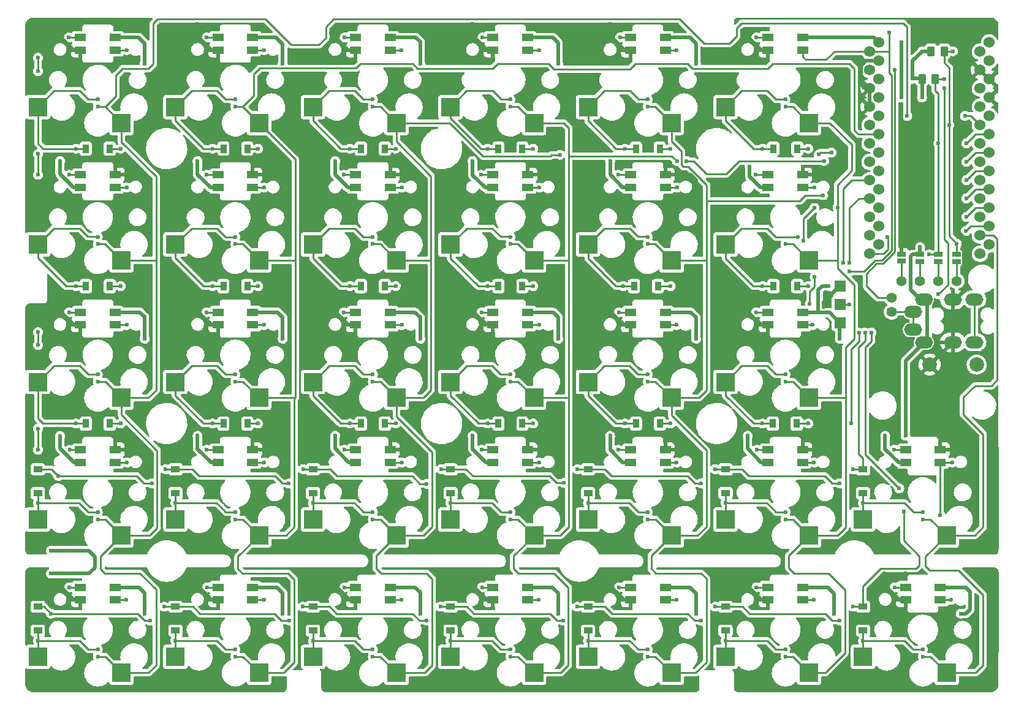
<source format=gbr>
G04 #@! TF.GenerationSoftware,KiCad,Pcbnew,(6.0.0)*
G04 #@! TF.CreationDate,2021-12-26T21:23:53+01:00*
G04 #@! TF.ProjectId,helixhschoc,68656c69-7868-4736-9368-6f632e6b6963,rev?*
G04 #@! TF.SameCoordinates,Original*
G04 #@! TF.FileFunction,Copper,L2,Bot*
G04 #@! TF.FilePolarity,Positive*
%FSLAX46Y46*%
G04 Gerber Fmt 4.6, Leading zero omitted, Abs format (unit mm)*
G04 Created by KiCad (PCBNEW (6.0.0)) date 2021-12-26 21:23:53*
%MOMM*%
%LPD*%
G01*
G04 APERTURE LIST*
G04 Aperture macros list*
%AMRoundRect*
0 Rectangle with rounded corners*
0 $1 Rounding radius*
0 $2 $3 $4 $5 $6 $7 $8 $9 X,Y pos of 4 corners*
0 Add a 4 corners polygon primitive as box body*
4,1,4,$2,$3,$4,$5,$6,$7,$8,$9,$2,$3,0*
0 Add four circle primitives for the rounded corners*
1,1,$1+$1,$2,$3*
1,1,$1+$1,$4,$5*
1,1,$1+$1,$6,$7*
1,1,$1+$1,$8,$9*
0 Add four rect primitives between the rounded corners*
20,1,$1+$1,$2,$3,$4,$5,0*
20,1,$1+$1,$4,$5,$6,$7,0*
20,1,$1+$1,$6,$7,$8,$9,0*
20,1,$1+$1,$8,$9,$2,$3,0*%
G04 Aperture macros list end*
G04 #@! TA.AperFunction,SMDPad,CuDef*
%ADD10R,2.600000X2.600000*%
G04 #@! TD*
G04 #@! TA.AperFunction,SMDPad,CuDef*
%ADD11R,0.900000X1.200000*%
G04 #@! TD*
G04 #@! TA.AperFunction,ComponentPad*
%ADD12C,1.524000*%
G04 #@! TD*
G04 #@! TA.AperFunction,SMDPad,CuDef*
%ADD13R,1.200000X0.900000*%
G04 #@! TD*
G04 #@! TA.AperFunction,SMDPad,CuDef*
%ADD14R,1.600000X1.000000*%
G04 #@! TD*
G04 #@! TA.AperFunction,ComponentPad*
%ADD15C,1.397000*%
G04 #@! TD*
G04 #@! TA.AperFunction,ComponentPad*
%ADD16C,2.000000*%
G04 #@! TD*
G04 #@! TA.AperFunction,SMDPad,CuDef*
%ADD17R,1.524000X1.524000*%
G04 #@! TD*
G04 #@! TA.AperFunction,ComponentPad*
%ADD18O,2.500000X1.700000*%
G04 #@! TD*
G04 #@! TA.AperFunction,SMDPad,CuDef*
%ADD19RoundRect,0.250100X-0.262400X-0.449900X0.262400X-0.449900X0.262400X0.449900X-0.262400X0.449900X0*%
G04 #@! TD*
G04 #@! TA.AperFunction,SMDPad,CuDef*
%ADD20R,1.143000X0.635000*%
G04 #@! TD*
G04 #@! TA.AperFunction,ViaPad*
%ADD21C,0.600000*%
G04 #@! TD*
G04 #@! TA.AperFunction,Conductor*
%ADD22C,0.250000*%
G04 #@! TD*
G04 #@! TA.AperFunction,Conductor*
%ADD23C,0.500000*%
G04 #@! TD*
G04 APERTURE END LIST*
D10*
X90705540Y-62127540D03*
X79155540Y-59927540D03*
D11*
X127080540Y-65677540D03*
X123780540Y-65677540D03*
D10*
X147705540Y-62127540D03*
X136155540Y-59927540D03*
X128705540Y-62127540D03*
X117155540Y-59927540D03*
X109705540Y-62127540D03*
X98155540Y-59927540D03*
D12*
X210582940Y-50984340D03*
X194072940Y-52254340D03*
X210582940Y-53524340D03*
X194072940Y-54794340D03*
X194072940Y-57334340D03*
X210582940Y-56064340D03*
X210582940Y-58604340D03*
X194072940Y-59874340D03*
X194072940Y-62414340D03*
X210582940Y-61144340D03*
X210582940Y-63684340D03*
X194072940Y-64954340D03*
X210582940Y-66224340D03*
X194072940Y-67494340D03*
X210582940Y-68764340D03*
X194072940Y-70034340D03*
X210582940Y-71304340D03*
X194072940Y-72574340D03*
X194072940Y-75114340D03*
X210582940Y-73844340D03*
X210582940Y-76384340D03*
X194072940Y-77654340D03*
X194072940Y-80194340D03*
X210582940Y-78924340D03*
X195342940Y-78924340D03*
X209312940Y-80194340D03*
X209312940Y-77654340D03*
X195342940Y-76384340D03*
X195342940Y-73844340D03*
X209312940Y-75114340D03*
X209312940Y-72574340D03*
X195342940Y-71304340D03*
X195342940Y-68764340D03*
X209312940Y-70034340D03*
X209312940Y-67494340D03*
X195342940Y-66224340D03*
X209312940Y-64954340D03*
X195342940Y-63684340D03*
X209312940Y-62414340D03*
X195342940Y-61144340D03*
X195342940Y-58604340D03*
X209312940Y-59874340D03*
X209312940Y-57334340D03*
X195342940Y-56064340D03*
X195342940Y-53524340D03*
X209312940Y-54794340D03*
X209312940Y-52254340D03*
X195342940Y-50984340D03*
D13*
X193155540Y-109991940D03*
X193155540Y-113291940D03*
D10*
X166705540Y-62127540D03*
X155155540Y-59927540D03*
X185705540Y-138127540D03*
X174155540Y-135927540D03*
X166705540Y-138127540D03*
X155155540Y-135927540D03*
X147705540Y-138127540D03*
X136155540Y-135927540D03*
X90705540Y-138127540D03*
X79155540Y-135927540D03*
X128705540Y-138127540D03*
X117155540Y-135927540D03*
X204705540Y-119127540D03*
X193155540Y-116927540D03*
X109705540Y-138127540D03*
X98155540Y-135927540D03*
X185705540Y-119127540D03*
X174155540Y-116927540D03*
X204705540Y-138127540D03*
X193155540Y-135927540D03*
D14*
X104030540Y-50302540D03*
X104030540Y-52052540D03*
X108830540Y-52052540D03*
X108830540Y-50302540D03*
D15*
X206112540Y-83962460D03*
X203572540Y-83962460D03*
X201032540Y-83962460D03*
X198492540Y-83962460D03*
D14*
X85030540Y-50302540D03*
X85030540Y-52052540D03*
X89830540Y-52052540D03*
X89830540Y-50302540D03*
X108830540Y-71052540D03*
X108830540Y-69302540D03*
X104030540Y-69302540D03*
X104030540Y-71052540D03*
D15*
X197099780Y-86282960D03*
D14*
X161030540Y-50302540D03*
X161030540Y-52052540D03*
X165830540Y-52052540D03*
X165830540Y-50302540D03*
X146830540Y-71052540D03*
X146830540Y-69302540D03*
X142030540Y-69302540D03*
X142030540Y-71052540D03*
D15*
X197099780Y-88238760D03*
D14*
X85030540Y-88302540D03*
X85030540Y-90052540D03*
X89830540Y-90052540D03*
X89830540Y-88302540D03*
X127830540Y-71052540D03*
X127830540Y-69302540D03*
X123030540Y-69302540D03*
X123030540Y-71052540D03*
X184830540Y-71052540D03*
X184830540Y-69302540D03*
X180030540Y-69302540D03*
X180030540Y-71052540D03*
X89830540Y-71052540D03*
X89830540Y-69302540D03*
X85030540Y-69302540D03*
X85030540Y-71052540D03*
X104030540Y-88302540D03*
X104030540Y-90052540D03*
X108830540Y-90052540D03*
X108830540Y-88302540D03*
X123030540Y-88302540D03*
X123030540Y-90052540D03*
X127830540Y-90052540D03*
X127830540Y-88302540D03*
D16*
X202353580Y-95531700D03*
X208853580Y-95531700D03*
D14*
X142030540Y-88302540D03*
X142030540Y-90052540D03*
X146830540Y-90052540D03*
X146830540Y-88302540D03*
X165830540Y-71052540D03*
X165830540Y-69302540D03*
X161030540Y-69302540D03*
X161030540Y-71052540D03*
X123030540Y-50302540D03*
X123030540Y-52052540D03*
X127830540Y-52052540D03*
X127830540Y-50302540D03*
X180030540Y-88302540D03*
X180030540Y-90052540D03*
X184830540Y-90052540D03*
X184830540Y-88302540D03*
X89830540Y-109052540D03*
X89830540Y-107302540D03*
X85030540Y-107302540D03*
X85030540Y-109052540D03*
X146830540Y-109052540D03*
X146830540Y-107302540D03*
X142030540Y-107302540D03*
X142030540Y-109052540D03*
X104030540Y-126302540D03*
X104030540Y-128052540D03*
X108830540Y-128052540D03*
X108830540Y-126302540D03*
X123030540Y-126302540D03*
X123030540Y-128052540D03*
X127830540Y-128052540D03*
X127830540Y-126302540D03*
X142030540Y-126302540D03*
X142030540Y-128052540D03*
X146830540Y-128052540D03*
X146830540Y-126302540D03*
X161030540Y-126302540D03*
X161030540Y-128052540D03*
X165830540Y-128052540D03*
X165830540Y-126302540D03*
X180030540Y-126302540D03*
X180030540Y-128052540D03*
X184830540Y-128052540D03*
X184830540Y-126302540D03*
X85030540Y-126302540D03*
X85030540Y-128052540D03*
X89830540Y-128052540D03*
X89830540Y-126302540D03*
X127830540Y-109052540D03*
X127830540Y-107302540D03*
X123030540Y-107302540D03*
X123030540Y-109052540D03*
X161030540Y-88302540D03*
X161030540Y-90052540D03*
X165830540Y-90052540D03*
X165830540Y-88302540D03*
X203830540Y-109052540D03*
X203830540Y-107302540D03*
X199030540Y-107302540D03*
X199030540Y-109052540D03*
X199030540Y-126302540D03*
X199030540Y-128052540D03*
X203830540Y-128052540D03*
X203830540Y-126302540D03*
X184830540Y-109052540D03*
X184830540Y-107302540D03*
X180030540Y-107302540D03*
X180030540Y-109052540D03*
X108830540Y-109052540D03*
X108830540Y-107302540D03*
X104030540Y-107302540D03*
X104030540Y-109052540D03*
X165830540Y-109052540D03*
X165830540Y-107302540D03*
X161030540Y-107302540D03*
X161030540Y-109052540D03*
X180030540Y-50302540D03*
X180030540Y-52052540D03*
X184830540Y-52052540D03*
X184830540Y-50302540D03*
D11*
X89080540Y-103677540D03*
X85780540Y-103677540D03*
X146080540Y-84677540D03*
X142780540Y-84677540D03*
X184080540Y-84677540D03*
X180780540Y-84677540D03*
X164811140Y-84677540D03*
X161511140Y-84677540D03*
X108080540Y-84677540D03*
X104780540Y-84677540D03*
X165080540Y-65677540D03*
X161780540Y-65677540D03*
X146080540Y-65677540D03*
X142780540Y-65677540D03*
X108080540Y-65677540D03*
X104780540Y-65677540D03*
X108080540Y-103677540D03*
X104780540Y-103677540D03*
D17*
X189975080Y-89742860D03*
X189975080Y-87202860D03*
X189975080Y-84662860D03*
D11*
X89080540Y-84677540D03*
X85780540Y-84677540D03*
X89080540Y-65677540D03*
X85780540Y-65677540D03*
X184080540Y-65677540D03*
X180780540Y-65677540D03*
X127080540Y-84677540D03*
X123780540Y-84677540D03*
D13*
X79155540Y-128991940D03*
X79155540Y-132291940D03*
X193155540Y-128991940D03*
X193155540Y-132291940D03*
D11*
X127080540Y-103677540D03*
X123780540Y-103677540D03*
D13*
X136155540Y-128991940D03*
X136155540Y-132291940D03*
X98155540Y-128991940D03*
X98155540Y-132291940D03*
X174155540Y-128991940D03*
X174155540Y-132291940D03*
X155155540Y-128991940D03*
X155155540Y-132291940D03*
X174155540Y-109991940D03*
X174155540Y-113291940D03*
X136155540Y-109991940D03*
X136155540Y-113291940D03*
X117155540Y-109991940D03*
X117155540Y-113291940D03*
X98155540Y-109991940D03*
X98155540Y-113291940D03*
D11*
X183978940Y-103677540D03*
X180678940Y-103677540D03*
D14*
X142030540Y-50302540D03*
X142030540Y-52052540D03*
X146830540Y-52052540D03*
X146830540Y-50302540D03*
D13*
X155155540Y-109991940D03*
X155155540Y-113291940D03*
X79155540Y-109991940D03*
X79155540Y-113291940D03*
D11*
X165080540Y-103677540D03*
X161780540Y-103677540D03*
X146080540Y-103677540D03*
X142780540Y-103677540D03*
D13*
X117155540Y-128991940D03*
X117155540Y-132291940D03*
D10*
X128705540Y-81127540D03*
X117155540Y-78927540D03*
X147705540Y-100127540D03*
X136155540Y-97927540D03*
X90705540Y-100127540D03*
X79155540Y-97927540D03*
X109705540Y-100127540D03*
X98155540Y-97927540D03*
X109705540Y-81127540D03*
X98155540Y-78927540D03*
X90705540Y-81127540D03*
X79155540Y-78927540D03*
X185705540Y-62127540D03*
X174155540Y-59927540D03*
X185705540Y-81127540D03*
X174155540Y-78927540D03*
X109705540Y-119127540D03*
X98155540Y-116927540D03*
X90705540Y-119127540D03*
X79155540Y-116927540D03*
X166705540Y-119127540D03*
X155155540Y-116927540D03*
X185705540Y-100127540D03*
X174155540Y-97927540D03*
X128705540Y-100127540D03*
X117155540Y-97927540D03*
X128705540Y-119127540D03*
X117155540Y-116927540D03*
X166705540Y-100127540D03*
X155155540Y-97927540D03*
X166705540Y-81127540D03*
X155155540Y-78927540D03*
X147705540Y-81127540D03*
X136155540Y-78927540D03*
X147705540Y-119127540D03*
X136155540Y-116927540D03*
D18*
X200052940Y-88257540D03*
X200052940Y-90707540D03*
X208552940Y-92457540D03*
X208552940Y-86507540D03*
X205552940Y-92457540D03*
X205552940Y-86507540D03*
X201552940Y-92457540D03*
X201552940Y-86507540D03*
D19*
X202547500Y-52220000D03*
X204372500Y-52220000D03*
X201303150Y-56024780D03*
X203128150Y-56024780D03*
D20*
X206111680Y-80302160D03*
X206111680Y-81302920D03*
X203574220Y-80302160D03*
X203574220Y-81302920D03*
X201034220Y-80302160D03*
X201034220Y-81302920D03*
X198473900Y-80243800D03*
X198473900Y-81244560D03*
D21*
X210720000Y-48660000D03*
X191482460Y-103677540D03*
X128680000Y-112760000D03*
X186160000Y-75550000D03*
X175960000Y-71920000D03*
X127900000Y-59310000D03*
X131460000Y-65700000D03*
X128550000Y-55880000D03*
X141930000Y-59460000D03*
X150630000Y-63850000D03*
X147700000Y-55980000D03*
X160960000Y-59540000D03*
X165070000Y-64100000D03*
X122310000Y-56150000D03*
X116440000Y-52990000D03*
X165890000Y-59170000D03*
X172930000Y-56110000D03*
X179790000Y-59150000D03*
X115900000Y-56260000D03*
X84200000Y-55920000D03*
X81410000Y-101540000D03*
X154480000Y-101880000D03*
X98000000Y-94220000D03*
X98070000Y-90010000D03*
X117070000Y-93960000D03*
X155010000Y-94180000D03*
X136090000Y-94220000D03*
X117330000Y-90040000D03*
X136240000Y-90120000D03*
X155240000Y-90050000D03*
X174180000Y-94230000D03*
X174170000Y-90120000D03*
X173790000Y-52950000D03*
X154830000Y-52280000D03*
X135470000Y-52010000D03*
X97820000Y-52160000D03*
X97110000Y-56300000D03*
X190680000Y-56230000D03*
X198377450Y-110952550D03*
X147610000Y-131920000D03*
X112030000Y-125270000D03*
X80980000Y-119400000D03*
X90610000Y-113000000D03*
X109660000Y-112980000D03*
X194690000Y-111280000D03*
X147630000Y-112640000D03*
X166640000Y-112690000D03*
X185760000Y-112520000D03*
X194960000Y-119570000D03*
X208050000Y-120590000D03*
X196990000Y-90580000D03*
X90710000Y-131920000D03*
X128810000Y-132040000D03*
X122310000Y-132190000D03*
X135920000Y-139110000D03*
X109710000Y-132190000D03*
X172440000Y-133280000D03*
X166490000Y-131850000D03*
X179090000Y-132080000D03*
X185750000Y-132080000D03*
X179940000Y-135440000D03*
X192430000Y-139250000D03*
X108910000Y-135430000D03*
X103340000Y-132080000D03*
X84250000Y-131920000D03*
X147580540Y-65677540D03*
X90580540Y-65677540D03*
X166580540Y-65677540D03*
X207430140Y-67494340D03*
X128580540Y-65677540D03*
X185589740Y-65677540D03*
X109580540Y-65677540D03*
X87430540Y-58877540D03*
X84421140Y-65677540D03*
X103280540Y-65677540D03*
X106430540Y-58877540D03*
X122280540Y-65677540D03*
X125430540Y-58877540D03*
X144430540Y-58877540D03*
X141280540Y-65677540D03*
X163430540Y-58877540D03*
X160280540Y-65677540D03*
X182430540Y-58877540D03*
X179280540Y-65677540D03*
X128580540Y-84677540D03*
X207423840Y-70034340D03*
X90580540Y-84677540D03*
X109580540Y-84677540D03*
X147580540Y-84677540D03*
X185589740Y-84677540D03*
X166580540Y-84677540D03*
X190456820Y-81480660D03*
X87430540Y-77876740D03*
X84421140Y-84677540D03*
X103280540Y-84677540D03*
X106430540Y-77876740D03*
X125430540Y-77876740D03*
X122280540Y-84677540D03*
X141280540Y-84677540D03*
X144430540Y-77876740D03*
X163430540Y-77876740D03*
X160011140Y-84677540D03*
X184129340Y-77876740D03*
X179280540Y-84677540D03*
X192618360Y-91132660D03*
X147580540Y-103677540D03*
X109580540Y-103677540D03*
X90580540Y-103677540D03*
X166580540Y-103677540D03*
X185589740Y-103677540D03*
X207411140Y-72574340D03*
X128580540Y-103677540D03*
X191304340Y-81480660D03*
X87430540Y-96875940D03*
X84421140Y-103677540D03*
X103280540Y-103677540D03*
X106430540Y-96875940D03*
X122280540Y-103677540D03*
X125430540Y-96875940D03*
X144430540Y-96875940D03*
X141280540Y-103677540D03*
X163430540Y-96875940D03*
X160280540Y-103677540D03*
X179280540Y-103677540D03*
X182430540Y-96875940D03*
X113827560Y-111968280D03*
X96814860Y-109991940D03*
X193460000Y-91120000D03*
X115803900Y-109991940D03*
X81953100Y-110916720D03*
X170776900Y-111935260D03*
X153705780Y-109991940D03*
X151818340Y-111879380D03*
X189880240Y-111925100D03*
X172720220Y-109991940D03*
X207417440Y-75114340D03*
X94876620Y-111930180D03*
X132867400Y-112003840D03*
X134879300Y-109991940D03*
X191813400Y-109991940D03*
X87430540Y-115900540D03*
X79155540Y-114636300D03*
X106430540Y-115900540D03*
X98155540Y-114632960D03*
X125430540Y-115900540D03*
X117155540Y-114637240D03*
X144430540Y-115900540D03*
X136155540Y-114659300D03*
X155155540Y-114640720D03*
X163430540Y-115900540D03*
X182430540Y-115900540D03*
X174155540Y-114629760D03*
X205559660Y-52219860D03*
X205075560Y-62414340D03*
X206112540Y-78810539D03*
X158210540Y-67402530D03*
X196210540Y-105373741D03*
X82210540Y-105402530D03*
X93899730Y-129952550D03*
X198492540Y-50984340D03*
X151037030Y-129952550D03*
X112975130Y-129952550D03*
X112975130Y-53952550D03*
X189149730Y-129952550D03*
X201303150Y-58604340D03*
X170074330Y-53952550D03*
X93899730Y-91952550D03*
X80962500Y-121231660D03*
X151037030Y-53952550D03*
X189947980Y-91952550D03*
X198492540Y-58604340D03*
X112975130Y-91952550D03*
X158210540Y-105373741D03*
X151037030Y-91952550D03*
X177492181Y-68125340D03*
X93899730Y-53952550D03*
X101210540Y-105373741D03*
X139210540Y-105368940D03*
X131987030Y-91952550D03*
X186541040Y-50302540D03*
X170074330Y-129952550D03*
X206650540Y-129952550D03*
X200017380Y-56017160D03*
X139210540Y-67402530D03*
X170074330Y-91952550D03*
X101210540Y-67402530D03*
X120210540Y-105373741D03*
X177210540Y-105373741D03*
X131987030Y-129952550D03*
X120210540Y-67402530D03*
X199030540Y-105373741D03*
X80967580Y-124406660D03*
X188403660Y-84662860D03*
X201343260Y-52217320D03*
X201035908Y-79300542D03*
X131987030Y-53952550D03*
X82210540Y-67402530D03*
X207402939Y-80302160D03*
X158210540Y-48402530D03*
X206033800Y-53522460D03*
X139210540Y-48402530D03*
X112975130Y-72952550D03*
X151037030Y-72952550D03*
X93899730Y-72952550D03*
X176441578Y-49408978D03*
X170074330Y-72952550D03*
X101210540Y-48402530D03*
X131987030Y-72952550D03*
X170074330Y-110952550D03*
X151037030Y-110952550D03*
X119674640Y-49672240D03*
X93899730Y-110952550D03*
X177210540Y-124402530D03*
X196210540Y-124402530D03*
X187748340Y-87543220D03*
X120210540Y-86402530D03*
X158210540Y-124402530D03*
X101210540Y-86402530D03*
X206650540Y-110952550D03*
X131987030Y-110952550D03*
X82210540Y-86402530D03*
X101210540Y-124402530D03*
X120210540Y-124402530D03*
X199030540Y-124402530D03*
X139210540Y-86402530D03*
X112975130Y-110952550D03*
X189149730Y-110952550D03*
X177210540Y-86402530D03*
X158210540Y-86402530D03*
X139210540Y-124402530D03*
X82210540Y-126163142D03*
X198492540Y-59874340D03*
X188370000Y-64390000D03*
X207240000Y-59780000D03*
X185515190Y-72952550D03*
X82210540Y-48402530D03*
X191304340Y-87192700D03*
X191304340Y-82670220D03*
X196806820Y-49615940D03*
X144430540Y-59877540D03*
X144430540Y-116900540D03*
X144430540Y-135874340D03*
X168770300Y-67393820D03*
X144430540Y-97875940D03*
X144430540Y-78876740D03*
X167434090Y-67393820D03*
X187783900Y-67380700D03*
X125430540Y-97875940D03*
X125430540Y-78876740D03*
X187006660Y-66496780D03*
X125430540Y-135874340D03*
X151279860Y-66520060D03*
X125430540Y-116900540D03*
X125430540Y-59877540D03*
X188787860Y-66224340D03*
X163430540Y-135874340D03*
X187650540Y-72174100D03*
X163430540Y-78876740D03*
X163430540Y-116900540D03*
X163430540Y-97875940D03*
X163430540Y-59877540D03*
X204375180Y-57334340D03*
X203572540Y-85810940D03*
X87430540Y-97875940D03*
X87430540Y-78876740D03*
X87430540Y-116900540D03*
X87430540Y-59877540D03*
X199259620Y-61142460D03*
X87430540Y-135874340D03*
X207233340Y-61144340D03*
X106430540Y-135874340D03*
X106430540Y-97875940D03*
X106430540Y-59877540D03*
X106430540Y-116900540D03*
X106430540Y-78876740D03*
X182430540Y-97875940D03*
X182430540Y-116900540D03*
X189627940Y-73844340D03*
X182430540Y-59877540D03*
X182430540Y-135874340D03*
X182430540Y-78876740D03*
X207430140Y-64954340D03*
X203572540Y-64954340D03*
X204386180Y-56024780D03*
X202310000Y-80300000D03*
X201430540Y-115900540D03*
X193155540Y-114646740D03*
X80966740Y-129952550D03*
X153679580Y-128991940D03*
X113845340Y-130901440D03*
X132867400Y-130903980D03*
X134779440Y-128991940D03*
X194320000Y-91100000D03*
X207357140Y-77060640D03*
X189885320Y-130901440D03*
X198793100Y-115872260D03*
X198163180Y-112618520D03*
X94698820Y-130906520D03*
X172739740Y-128991940D03*
X191794820Y-128991940D03*
X96613400Y-128991940D03*
X170815420Y-130916260D03*
X151759920Y-130911600D03*
X115754840Y-128991940D03*
X87430540Y-134874340D03*
X79155540Y-133664540D03*
X98155540Y-133664540D03*
X106430540Y-134874340D03*
X125430540Y-134874340D03*
X117155540Y-133664540D03*
X144430540Y-134874340D03*
X136155540Y-133689940D03*
X155155540Y-133664540D03*
X163430540Y-134874340D03*
X174155540Y-133689940D03*
X182430540Y-134874340D03*
X201430540Y-134874340D03*
X193155540Y-133689940D03*
X201430540Y-116900540D03*
X201430540Y-135874340D03*
X79163340Y-54973740D03*
X79163340Y-53121140D03*
X79163340Y-66429140D03*
X83431340Y-50302540D03*
X83444840Y-69302540D03*
X79163340Y-69302540D03*
X102481340Y-50302540D03*
X91420640Y-52052540D03*
X110441640Y-52052540D03*
X121531340Y-50302540D03*
X140581340Y-50302540D03*
X129390040Y-52052540D03*
X159581340Y-50302540D03*
X148439300Y-52052540D03*
X167375740Y-52052540D03*
X178426540Y-50301740D03*
X102456740Y-69302540D03*
X91417840Y-71052540D03*
X121392440Y-69302540D03*
X110442440Y-71052540D03*
X140366240Y-69302540D03*
X129441640Y-71052540D03*
X159340040Y-69302540D03*
X148453540Y-71052540D03*
X167465440Y-71052540D03*
X178351940Y-69302540D03*
X184929780Y-78381860D03*
X186479180Y-83380580D03*
X185803540Y-87137950D03*
X186426540Y-73845420D03*
X186426540Y-71052540D03*
X186216940Y-90052540D03*
X83458340Y-88302540D03*
X83535340Y-107302540D03*
X79163340Y-91043340D03*
X79163340Y-107302540D03*
X79163340Y-92819740D03*
X79163340Y-104376740D03*
X102457540Y-88302540D03*
X91405940Y-90052540D03*
X121405940Y-88302540D03*
X110405140Y-90052540D03*
X129429740Y-90052540D03*
X140481340Y-88302540D03*
X159429740Y-88302540D03*
X148454340Y-90052540D03*
X178403540Y-88302540D03*
X167428140Y-90052540D03*
X91456340Y-109052540D03*
X102458340Y-107302540D03*
X121482940Y-107302540D03*
X110417440Y-109052540D03*
X129416640Y-109052540D03*
X140437640Y-107302540D03*
X148417040Y-109052540D03*
X159335240Y-107302540D03*
X167415040Y-109052540D03*
X178474140Y-107302540D03*
X102509940Y-126302540D03*
X91379340Y-128052540D03*
X121509140Y-126302540D03*
X110378540Y-128052540D03*
X129403140Y-128052540D03*
X140508340Y-126302540D03*
X159456740Y-126302540D03*
X148376940Y-128052540D03*
X167426940Y-128052540D03*
X178430540Y-126302540D03*
X197565660Y-54794340D03*
X196486780Y-77919580D03*
X186375340Y-128052540D03*
X197505940Y-126302540D03*
X186388840Y-109052540D03*
X197454340Y-107302540D03*
X205349140Y-128052540D03*
X205451540Y-109052540D03*
X203830540Y-116316140D03*
X83459940Y-126302540D03*
D22*
X193155540Y-108455540D02*
X193155540Y-109991940D01*
X192540000Y-107840000D02*
X193155540Y-108455540D01*
X192540000Y-93160000D02*
X192540000Y-107840000D01*
X193460000Y-92240000D02*
X192540000Y-93160000D01*
X193460000Y-91120000D02*
X193460000Y-92240000D01*
X193470000Y-93130000D02*
X193470000Y-107925340D01*
X193470000Y-107925340D02*
X198163180Y-112618520D01*
X194320000Y-92280000D02*
X193470000Y-93130000D01*
X194320000Y-91100000D02*
X194320000Y-92280000D01*
X191482460Y-93407540D02*
X192618360Y-92271640D01*
X192618360Y-92271640D02*
X192618360Y-91132660D01*
X191482460Y-103677540D02*
X191482460Y-93407540D01*
X210582940Y-66224340D02*
X208700140Y-66224340D01*
X108080540Y-65677540D02*
X109580540Y-65677540D01*
X127080540Y-65677540D02*
X128580540Y-65677540D01*
X146080540Y-65677540D02*
X147580540Y-65677540D01*
X165080540Y-65677540D02*
X166580540Y-65677540D01*
X184080540Y-65677540D02*
X185589740Y-65677540D01*
X208700140Y-66224340D02*
X207430140Y-67494340D01*
X89080540Y-65677540D02*
X90580540Y-65677540D01*
X85780540Y-65677540D02*
X84421140Y-65677540D01*
X79883340Y-65677540D02*
X84421140Y-65677540D01*
X79155540Y-64949740D02*
X79883340Y-65677540D01*
X79155540Y-59927540D02*
X81389940Y-57693140D01*
X79155540Y-59927540D02*
X79155540Y-64949740D01*
X84929140Y-57693140D02*
X86113540Y-58877540D01*
X86113540Y-58877540D02*
X87430540Y-58877540D01*
X81389940Y-57693140D02*
X84929140Y-57693140D01*
X103928340Y-57693140D02*
X105112740Y-58877540D01*
X100389940Y-57693140D02*
X103928340Y-57693140D01*
X105112740Y-58877540D02*
X106430540Y-58877540D01*
X102006740Y-65677540D02*
X103280540Y-65677540D01*
X98155540Y-61826340D02*
X102006740Y-65677540D01*
X104780540Y-65677540D02*
X103280540Y-65677540D01*
X98155540Y-59927540D02*
X100389940Y-57693140D01*
X98155540Y-59927540D02*
X98155540Y-61826340D01*
X117155540Y-59927540D02*
X117155540Y-61827140D01*
X119389940Y-57693140D02*
X122927540Y-57693140D01*
X121005940Y-65677540D02*
X122280540Y-65677540D01*
X117155540Y-61827140D02*
X121005940Y-65677540D01*
X117155540Y-59927540D02*
X119389940Y-57693140D01*
X122927540Y-57693140D02*
X124111940Y-58877540D01*
X124111940Y-58877540D02*
X125430540Y-58877540D01*
X122280540Y-65677540D02*
X123780540Y-65677540D01*
X140370900Y-65677540D02*
X141280540Y-65677540D01*
X142780540Y-65677540D02*
X141280540Y-65677540D01*
X143136540Y-58877540D02*
X144430540Y-58877540D01*
X141952140Y-57693140D02*
X143136540Y-58877540D01*
X136155540Y-59927540D02*
X138389940Y-57693140D01*
X138389940Y-57693140D02*
X141952140Y-57693140D01*
X136155540Y-59927540D02*
X136155540Y-61462180D01*
X136155540Y-61462180D02*
X140370900Y-65677540D01*
X155155540Y-59927540D02*
X155155540Y-61828740D01*
X155155540Y-61828740D02*
X159004340Y-65677540D01*
X160925940Y-57693140D02*
X162110340Y-58877540D01*
X162110340Y-58877540D02*
X163430540Y-58877540D01*
X157389940Y-57693140D02*
X160925940Y-57693140D01*
X155155540Y-59927540D02*
X157389940Y-57693140D01*
X159004340Y-65677540D02*
X161780540Y-65677540D01*
X181134940Y-58877540D02*
X182430540Y-58877540D01*
X179950540Y-57693140D02*
X181134940Y-58877540D01*
X176389940Y-57693140D02*
X179950540Y-57693140D01*
X174155540Y-59927540D02*
X176389940Y-57693140D01*
X180780540Y-65677540D02*
X179280540Y-65677540D01*
X174155540Y-61804140D02*
X178028940Y-65677540D01*
X174155540Y-59927540D02*
X174155540Y-61804140D01*
X179280540Y-65677540D02*
X178028940Y-65677540D01*
X190456820Y-71178420D02*
X190456820Y-81480660D01*
X191600900Y-70034340D02*
X190456820Y-71178420D01*
X194072940Y-70034340D02*
X191600900Y-70034340D01*
X208693840Y-68764340D02*
X210582940Y-68764340D01*
X207423840Y-70034340D02*
X208693840Y-68764340D01*
X89080540Y-84677540D02*
X90580540Y-84677540D01*
X108080540Y-84677540D02*
X109580540Y-84677540D01*
X146080540Y-84677540D02*
X147580540Y-84677540D01*
X164811140Y-84677540D02*
X166580540Y-84677540D01*
X127080540Y-84677540D02*
X128580540Y-84677540D01*
X184080540Y-84677540D02*
X185589740Y-84677540D01*
X79155540Y-78927540D02*
X81390740Y-76692340D01*
X79155540Y-78927540D02*
X79155540Y-80799340D01*
X83033740Y-84677540D02*
X84309940Y-84677540D01*
X84309940Y-84677540D02*
X85780540Y-84677540D01*
X79155540Y-80799340D02*
X83033740Y-84677540D01*
X86062740Y-77851340D02*
X87430540Y-77851340D01*
X84903740Y-76692340D02*
X86062740Y-77851340D01*
X81390740Y-76692340D02*
X84903740Y-76692340D01*
X103928340Y-76692340D02*
X105112740Y-77876740D01*
X102032940Y-84677540D02*
X103280540Y-84677540D01*
X104780540Y-84677540D02*
X103280540Y-84677540D01*
X98155540Y-80800140D02*
X102032940Y-84677540D01*
X105112740Y-77876740D02*
X106430540Y-77876740D01*
X100390740Y-76692340D02*
X103928340Y-76692340D01*
X98155540Y-78927540D02*
X100390740Y-76692340D01*
X98155540Y-78927540D02*
X98155540Y-80800140D01*
X122927540Y-76692340D02*
X124111940Y-77876740D01*
X117155540Y-78927540D02*
X117155540Y-80826340D01*
X119390740Y-76692340D02*
X122927540Y-76692340D01*
X121006740Y-84677540D02*
X122280540Y-84677540D01*
X117155540Y-78927540D02*
X119390740Y-76692340D01*
X124111940Y-77876740D02*
X125430540Y-77876740D01*
X117155540Y-80826340D02*
X121006740Y-84677540D01*
X123780540Y-84677540D02*
X122280540Y-84677540D01*
X136155540Y-78927540D02*
X138390740Y-76692340D01*
X142780540Y-84677540D02*
X141280540Y-84677540D01*
X141926740Y-76692340D02*
X143085740Y-77851340D01*
X140005940Y-84677540D02*
X141280540Y-84677540D01*
X136155540Y-80827140D02*
X140005940Y-84677540D01*
X138390740Y-76692340D02*
X141926740Y-76692340D01*
X136155540Y-78927540D02*
X136155540Y-80827140D01*
X143085740Y-77851340D02*
X144430540Y-77851340D01*
X162084940Y-77851340D02*
X163430540Y-77851340D01*
X157390740Y-76692340D02*
X160925940Y-76692340D01*
X155155540Y-78927540D02*
X157390740Y-76692340D01*
X160925940Y-76692340D02*
X162084940Y-77851340D01*
X155155540Y-80827940D02*
X159005140Y-84677540D01*
X161511140Y-84677540D02*
X160011140Y-84677540D01*
X155155540Y-78927540D02*
X155155540Y-80827940D01*
X159005140Y-84677540D02*
X160011140Y-84677540D01*
X180780540Y-84677540D02*
X179280540Y-84677540D01*
X183744540Y-77876740D02*
X184129340Y-77876740D01*
X179925140Y-76692340D02*
X181109540Y-77876740D01*
X176390740Y-76692340D02*
X179925140Y-76692340D01*
X174155540Y-80828740D02*
X178004340Y-84677540D01*
X174155540Y-78927540D02*
X176390740Y-76692340D01*
X178004340Y-84677540D02*
X179280540Y-84677540D01*
X181109540Y-77876740D02*
X183744540Y-77876740D01*
X174155540Y-78927540D02*
X174155540Y-80828740D01*
X90580540Y-103677540D02*
X89080540Y-103677540D01*
X108080540Y-103677540D02*
X109580540Y-103677540D01*
X165080540Y-103677540D02*
X166580540Y-103677540D01*
X183978940Y-103677540D02*
X185589740Y-103677540D01*
X207411140Y-72574340D02*
X208681140Y-71304340D01*
X208681140Y-71304340D02*
X210582940Y-71304340D01*
X146080540Y-103677540D02*
X147580540Y-103677540D01*
X127080540Y-103677540D02*
X128580540Y-103677540D01*
X194072940Y-72574340D02*
X192591500Y-72574340D01*
X192591500Y-72574340D02*
X191300100Y-73865740D01*
X191304340Y-73865740D02*
X191304340Y-81480660D01*
X81391540Y-95691540D02*
X84929140Y-95691540D01*
X84929140Y-95691540D02*
X86113540Y-96875940D01*
X79155540Y-102948140D02*
X79884940Y-103677540D01*
X84613940Y-103677540D02*
X85780540Y-103677540D01*
X79884940Y-103677540D02*
X84613940Y-103677540D01*
X86113540Y-96875940D02*
X87430540Y-96875940D01*
X79155540Y-97927540D02*
X81391540Y-95691540D01*
X79155540Y-97927540D02*
X79155540Y-102948140D01*
X98155540Y-97927540D02*
X98155540Y-99799340D01*
X100391540Y-95691540D02*
X103928340Y-95691540D01*
X98155540Y-97927540D02*
X100391540Y-95691540D01*
X105112740Y-96875940D02*
X106430540Y-96875940D01*
X104780540Y-103677540D02*
X103280540Y-103677540D01*
X98155540Y-99799340D02*
X102033740Y-103677540D01*
X103928340Y-95691540D02*
X105112740Y-96875940D01*
X102033740Y-103677540D02*
X103280540Y-103677540D01*
X117155540Y-97927540D02*
X117155540Y-99825540D01*
X123780540Y-103677540D02*
X122280540Y-103677540D01*
X119391540Y-95691540D02*
X122927540Y-95691540D01*
X124111940Y-96875940D02*
X125430540Y-96875940D01*
X117155540Y-97927540D02*
X119391540Y-95691540D01*
X122927540Y-95691540D02*
X124111940Y-96875940D01*
X121007540Y-103677540D02*
X122280540Y-103677540D01*
X117155540Y-99825540D02*
X121007540Y-103677540D01*
X143111140Y-96875940D02*
X144430540Y-96875940D01*
X141926740Y-95691540D02*
X143111140Y-96875940D01*
X138391540Y-95691540D02*
X141926740Y-95691540D01*
X136155540Y-97927540D02*
X138391540Y-95691540D01*
X142780540Y-103677540D02*
X141280540Y-103677540D01*
X136155540Y-97927540D02*
X136155540Y-99800940D01*
X136155540Y-99800940D02*
X140032140Y-103677540D01*
X140032140Y-103677540D02*
X141280540Y-103677540D01*
X155155540Y-99827140D02*
X159005940Y-103677540D01*
X162084940Y-96875940D02*
X163430540Y-96875940D01*
X159005940Y-103677540D02*
X160280540Y-103677540D01*
X155155540Y-97927540D02*
X155155540Y-99827140D01*
X157391540Y-95691540D02*
X160900540Y-95691540D01*
X160280540Y-103677540D02*
X161780540Y-103677540D01*
X160900540Y-95691540D02*
X162084940Y-96875940D01*
X155155540Y-97927540D02*
X157391540Y-95691540D01*
X181109540Y-96875940D02*
X182430540Y-96875940D01*
X179925140Y-95691540D02*
X181109540Y-96875940D01*
X174155540Y-99802540D02*
X178030540Y-103677540D01*
X176391540Y-95691540D02*
X179925140Y-95691540D01*
X174155540Y-97927540D02*
X176391540Y-95691540D01*
X179280540Y-103677540D02*
X180678940Y-103677540D01*
X174155540Y-97927540D02*
X174155540Y-99802540D01*
X178030540Y-103677540D02*
X179280540Y-103677540D01*
X149895560Y-110957360D02*
X150809960Y-111871760D01*
X132859780Y-111996220D02*
X132867400Y-112003840D01*
X112933480Y-111968280D02*
X113827560Y-111968280D01*
X119539800Y-109991940D02*
X120492520Y-110944660D01*
X151810720Y-111871760D02*
X151818340Y-111879380D01*
X139258040Y-110957360D02*
X149895560Y-110957360D01*
X150809960Y-111871760D02*
X151810720Y-111871760D01*
X81953100Y-110916720D02*
X92811600Y-110916720D01*
X101412040Y-110939580D02*
X111775240Y-110939580D01*
X120492520Y-110944660D02*
X130858260Y-110944660D01*
X138292620Y-109991940D02*
X139258040Y-110957360D01*
X169908220Y-111935260D02*
X170776900Y-111935260D01*
X81028320Y-109991940D02*
X81953100Y-110916720D01*
X79155540Y-109991940D02*
X81028320Y-109991940D01*
X111904780Y-110939580D02*
X112933480Y-111968280D01*
X131909820Y-111996220D02*
X132859780Y-111996220D01*
X136155540Y-109991940D02*
X138292620Y-109991940D01*
X93825060Y-111930180D02*
X94876620Y-111930180D01*
X92811600Y-110916720D02*
X93825060Y-111930180D01*
X100464400Y-109991940D02*
X101412040Y-110939580D01*
X111775240Y-110939580D02*
X111904780Y-110939580D01*
X207417440Y-75114340D02*
X208687440Y-73844340D01*
X130858260Y-110944660D02*
X131909820Y-111996220D01*
X208687440Y-73844340D02*
X210582940Y-73844340D01*
X98155540Y-109991940D02*
X100464400Y-109991940D01*
X117155540Y-109991940D02*
X119539800Y-109991940D01*
X177388520Y-110944660D02*
X187881260Y-110944660D01*
X188859160Y-111922560D02*
X189877700Y-111922560D01*
X155155540Y-109991940D02*
X153705780Y-109991940D01*
X98155540Y-109991940D02*
X96814860Y-109991940D01*
X176435800Y-109991940D02*
X177388520Y-110944660D01*
X174155540Y-109991940D02*
X172720220Y-109991940D01*
X117155540Y-109991940D02*
X115803900Y-109991940D01*
X168910000Y-110937040D02*
X169908220Y-111935260D01*
X136155540Y-109991940D02*
X134879300Y-109991940D01*
X158455360Y-110937040D02*
X168910000Y-110937040D01*
X187881260Y-110944660D02*
X188859160Y-111922560D01*
X155155540Y-109991940D02*
X157510260Y-109991940D01*
X189877700Y-111922560D02*
X189880240Y-111925100D01*
X174155540Y-109991940D02*
X176435800Y-109991940D01*
X157510260Y-109991940D02*
X158455360Y-110937040D01*
X193155540Y-109991940D02*
X191813400Y-109991940D01*
X85446660Y-115233660D02*
X86113540Y-115900540D01*
X79155540Y-116927540D02*
X79155540Y-114636300D01*
X79155540Y-114636300D02*
X84849300Y-114636300D01*
X84849300Y-114636300D02*
X85446660Y-115233660D01*
X79155540Y-114636300D02*
X79155540Y-113291940D01*
X86113540Y-115900540D02*
X87430540Y-115900540D01*
X98155540Y-114632960D02*
X103845160Y-114632960D01*
X104445860Y-115233660D02*
X105112740Y-115900540D01*
X103845160Y-114632960D02*
X104445860Y-115233660D01*
X105112740Y-115900540D02*
X106430540Y-115900540D01*
X98155540Y-116927540D02*
X98155540Y-114632960D01*
X98155540Y-114632960D02*
X98155540Y-113291940D01*
X124137340Y-115900540D02*
X125430540Y-115900540D01*
X117155540Y-116927540D02*
X117155540Y-114637240D01*
X117155540Y-114637240D02*
X117155540Y-113291940D01*
X122874040Y-114637240D02*
X123422200Y-115185400D01*
X117155540Y-114637240D02*
X122874040Y-114637240D01*
X123422200Y-115185400D02*
X124137340Y-115900540D01*
X136155540Y-114659300D02*
X141895300Y-114659300D01*
X143136540Y-115900540D02*
X144430540Y-115900540D01*
X142503950Y-115267950D02*
X143136540Y-115900540D01*
X136155540Y-114659300D02*
X136155540Y-113291940D01*
X136155540Y-116927540D02*
X136155540Y-114659300D01*
X141895300Y-114659300D02*
X142503950Y-115267950D01*
X160875920Y-114640720D02*
X161416790Y-115181590D01*
X155155540Y-116927540D02*
X155155540Y-114640720D01*
X155155540Y-114640720D02*
X155155540Y-113291940D01*
X162135740Y-115900540D02*
X163430540Y-115900540D01*
X161416790Y-115181590D02*
X162135740Y-115900540D01*
X155155540Y-114640720D02*
X160875920Y-114640720D01*
X181134940Y-115900540D02*
X182430540Y-115900540D01*
X174155540Y-114629760D02*
X179864160Y-114629760D01*
X180515050Y-115280650D02*
X181134940Y-115900540D01*
X174155540Y-114629760D02*
X174155540Y-113291940D01*
X174155540Y-116927540D02*
X174155540Y-114629760D01*
X179864160Y-114629760D02*
X180515050Y-115280650D01*
X205075560Y-54519600D02*
X205075560Y-62414340D01*
X206112540Y-80302160D02*
X206112540Y-78810539D01*
X205075560Y-62336920D02*
X205075560Y-74946700D01*
X205557120Y-52217320D02*
X205559660Y-52219860D01*
X205073680Y-77771679D02*
X206112540Y-78810539D01*
X205073680Y-74948580D02*
X205073680Y-77771679D01*
X204356340Y-52217320D02*
X204356340Y-53800380D01*
X205075560Y-74946700D02*
X205073680Y-74948580D01*
X204356340Y-52217320D02*
X205557120Y-52217320D01*
X204356340Y-53800380D02*
X205075560Y-54519600D01*
D23*
X201552940Y-86507540D02*
X202023140Y-86977740D01*
X202023140Y-91987340D02*
X201552940Y-92457540D01*
X202023140Y-86977740D02*
X202023140Y-91987340D01*
X184830540Y-50302540D02*
X186541040Y-50302540D01*
X194661140Y-50302540D02*
X195342940Y-50984340D01*
X188530660Y-88325540D02*
X189947980Y-89742860D01*
X186955860Y-88325540D02*
X186955860Y-86999660D01*
X177492181Y-69557421D02*
X177492181Y-68730339D01*
X184830540Y-88302540D02*
X187667060Y-88325540D01*
X178987300Y-71052540D02*
X177492181Y-69557421D01*
X186955860Y-86999660D02*
X186955860Y-86090340D01*
X186955860Y-86999660D02*
X186955860Y-86415460D01*
X189947980Y-89742860D02*
X189947980Y-91952550D01*
X180030540Y-71052540D02*
X178987300Y-71052540D01*
X177492181Y-68730339D02*
X177492181Y-68125340D01*
X188403660Y-84662860D02*
X187499420Y-84662860D01*
X187667060Y-88325540D02*
X188530660Y-88325540D01*
X186541040Y-50302540D02*
X194661140Y-50302540D01*
X186955860Y-85206420D02*
X186955860Y-86090340D01*
X187499420Y-84662860D02*
X186955860Y-85206420D01*
X142030540Y-71052540D02*
X140947840Y-71052540D01*
X123030540Y-71052540D02*
X122012140Y-71052540D01*
X122012140Y-71052540D02*
X120210540Y-69250940D01*
X120210540Y-68933440D02*
X120210540Y-67402530D01*
X139210540Y-69315240D02*
X139210540Y-67402530D01*
X101210540Y-69262840D02*
X101210540Y-67402530D01*
X103000240Y-71052540D02*
X101210540Y-69262840D01*
X120210540Y-69250940D02*
X120210540Y-68933440D01*
X140947840Y-71052540D02*
X139210540Y-69315240D01*
X104030540Y-71052540D02*
X103000240Y-71052540D01*
X158210540Y-69303340D02*
X158210540Y-67402530D01*
X159959740Y-71052540D02*
X158210540Y-69303340D01*
X161030540Y-71052540D02*
X159959740Y-71052540D01*
X89830540Y-126302540D02*
X93099240Y-126302540D01*
X150223840Y-126302540D02*
X151037030Y-127115730D01*
X151037030Y-127115730D02*
X151037030Y-129952550D01*
X84084838Y-71052540D02*
X85030540Y-71052540D01*
X120210540Y-105373741D02*
X120210540Y-107140142D01*
X122122938Y-109052540D02*
X123030540Y-109052540D01*
X93099240Y-126302540D02*
X93899730Y-127103030D01*
X184830540Y-126302540D02*
X188260340Y-126302540D01*
X139210540Y-107185442D02*
X141077638Y-109052540D01*
X158210540Y-107287842D02*
X159975238Y-109052540D01*
X127830540Y-126302540D02*
X131237340Y-126302540D01*
X131987030Y-127052230D02*
X131987030Y-129952550D01*
X139210540Y-105368940D02*
X139210540Y-107185442D01*
X159975238Y-109052540D02*
X161030540Y-109052540D01*
X188260340Y-126302540D02*
X189149730Y-127191930D01*
X82210540Y-107087742D02*
X84175338Y-109052540D01*
X177210540Y-105373741D02*
X177210540Y-107148942D01*
X103098338Y-109052540D02*
X104030540Y-109052540D01*
X177210540Y-107148942D02*
X179114138Y-109052540D01*
X101210540Y-105373741D02*
X101210540Y-107164742D01*
X179114138Y-109052540D02*
X180030540Y-109052540D01*
X196210540Y-105373741D02*
X196210540Y-107168742D01*
X101210540Y-107164742D02*
X103098338Y-109052540D01*
X196210540Y-107168742D02*
X198094338Y-109052540D01*
X112200040Y-126302540D02*
X112975130Y-127077630D01*
X84175338Y-109052540D02*
X85030540Y-109052540D01*
X82210540Y-69178242D02*
X84084838Y-71052540D01*
X108830540Y-126302540D02*
X112200040Y-126302540D01*
X93899730Y-127103030D02*
X93899730Y-129952550D01*
X146830540Y-126302540D02*
X150223840Y-126302540D01*
X170074330Y-127166530D02*
X170074330Y-129952550D01*
X165830540Y-126302540D02*
X169210340Y-126302540D01*
X131237340Y-126302540D02*
X131987030Y-127052230D01*
X82210540Y-67402530D02*
X82210540Y-69178242D01*
X82210540Y-105402530D02*
X82210540Y-107087742D01*
X112975130Y-127077630D02*
X112975130Y-129952550D01*
X120210540Y-107140142D02*
X122122938Y-109052540D01*
X189149730Y-127191930D02*
X189149730Y-129952550D01*
X141077638Y-109052540D02*
X142030540Y-109052540D01*
X169210340Y-126302540D02*
X170074330Y-127166530D01*
X158210540Y-105373741D02*
X158210540Y-107287842D01*
X112031740Y-50302540D02*
X112975130Y-51245930D01*
X170074330Y-51144330D02*
X170074330Y-53952550D01*
X169361140Y-88302540D02*
X170074330Y-89015730D01*
X165830540Y-50302540D02*
X169232540Y-50302540D01*
X108830540Y-50302540D02*
X112031740Y-50302540D01*
X112287340Y-88302540D02*
X112975130Y-88990330D01*
X131987030Y-89028430D02*
X131987030Y-91952550D01*
X169232540Y-50302540D02*
X170074330Y-51144330D01*
X150336540Y-88302540D02*
X151037030Y-89003030D01*
X89830540Y-50302540D02*
X93083340Y-50302540D01*
X93262740Y-88302540D02*
X93899730Y-88939530D01*
X108830540Y-88302540D02*
X112287340Y-88302540D01*
X151037030Y-51080830D02*
X151037030Y-53952550D01*
X127830540Y-50302540D02*
X131361140Y-50302540D01*
X150258740Y-50302540D02*
X151037030Y-51080830D01*
X207335330Y-129952550D02*
X206650540Y-129952550D01*
X165830540Y-88302540D02*
X169361140Y-88302540D01*
X146830540Y-88302540D02*
X150336540Y-88302540D01*
X207941340Y-129346540D02*
X207335330Y-129952550D01*
X207941340Y-126908140D02*
X207941340Y-129346540D01*
X207335740Y-126302540D02*
X207941340Y-126908140D01*
X198094338Y-109052540D02*
X199030540Y-109052540D01*
X112975130Y-88990330D02*
X112975130Y-91952550D01*
X93899730Y-51118930D02*
X93899730Y-53952550D01*
X151037030Y-89003030D02*
X151037030Y-91952550D01*
X93899730Y-88939530D02*
X93899730Y-91952550D01*
X131987030Y-50928430D02*
X131987030Y-53952550D01*
X112975130Y-51245930D02*
X112975130Y-53952550D01*
X93083340Y-50302540D02*
X93899730Y-51118930D01*
X170074330Y-89015730D02*
X170074330Y-91952550D01*
X146830540Y-50302540D02*
X150258740Y-50302540D01*
X131261140Y-88302540D02*
X131987030Y-89028430D01*
X127830540Y-88302540D02*
X131261140Y-88302540D01*
X89830540Y-88302540D02*
X93262740Y-88302540D01*
X131361140Y-50302540D02*
X131987030Y-50928430D01*
X203830540Y-126302540D02*
X207335740Y-126302540D01*
X80962500Y-121231660D02*
X86166960Y-121231660D01*
X200017380Y-53543200D02*
X201343260Y-52217320D01*
X86224430Y-124402530D02*
X80971710Y-124402530D01*
X201303150Y-56024780D02*
X201303150Y-58604340D01*
X80971710Y-124402530D02*
X80967580Y-124406660D01*
X87017860Y-123609100D02*
X86224430Y-124402530D01*
X200017380Y-56017160D02*
X201295530Y-56017160D01*
X87017860Y-122082560D02*
X87017860Y-123609100D01*
X201295530Y-56017160D02*
X201303150Y-56024780D01*
X86166960Y-121231660D02*
X87017860Y-122082560D01*
X200017380Y-56017160D02*
X200017380Y-53543200D01*
X201119540Y-86507540D02*
X201552940Y-86507540D01*
X201034220Y-80302160D02*
X200013520Y-80302160D01*
X200013520Y-80302160D02*
X199762540Y-80553140D01*
X199030540Y-94979940D02*
X201552940Y-92457540D01*
X199762540Y-80553140D02*
X199762540Y-85150540D01*
X201343260Y-52217320D02*
X202544820Y-52217320D01*
X198492540Y-58604340D02*
X198492540Y-50984340D01*
X201034220Y-79302230D02*
X201035908Y-79300542D01*
X199030540Y-94979940D02*
X199030540Y-105373741D01*
X202544820Y-52217320D02*
X202547500Y-52220000D01*
X199762540Y-85150540D02*
X201119540Y-86507540D01*
X201034220Y-80302160D02*
X201034220Y-79302230D01*
X206033800Y-53522460D02*
X206033800Y-59883880D01*
X193549178Y-53524340D02*
X195342940Y-53524340D01*
X192860939Y-54212579D02*
X193549178Y-53524340D01*
X192860939Y-56811339D02*
X192860939Y-54212579D01*
X208041060Y-53522460D02*
X208051220Y-53532620D01*
X209312940Y-54794340D02*
X208051220Y-53532620D01*
X207402939Y-78216441D02*
X207402939Y-85057541D01*
X193383940Y-57334340D02*
X192860939Y-56811339D01*
X194072940Y-57334340D02*
X193383940Y-57334340D01*
X194072940Y-57334340D02*
X194072940Y-59874340D01*
X206033800Y-53522460D02*
X208041060Y-53522460D01*
X205952940Y-86507540D02*
X205552940Y-86507540D01*
X207402939Y-85057541D02*
X205952940Y-86507540D01*
X206033800Y-76847302D02*
X207402939Y-78216441D01*
X176441578Y-49434378D02*
X179059740Y-52052540D01*
X139210540Y-49358460D02*
X139210540Y-48402530D01*
X139210540Y-50041742D02*
X139210540Y-49358460D01*
X141221338Y-52052540D02*
X139210540Y-50041742D01*
X142030540Y-52052540D02*
X141221338Y-52052540D01*
X176441578Y-49408978D02*
X176441578Y-49434378D01*
X160221338Y-52052540D02*
X161030540Y-52052540D01*
X112975130Y-108091130D02*
X112975130Y-110952550D01*
X127830540Y-107302540D02*
X131185740Y-107302540D01*
X158210540Y-50041742D02*
X160221338Y-52052540D01*
X93123840Y-107302540D02*
X93899730Y-108078430D01*
X151037030Y-108141930D02*
X151037030Y-110952550D01*
X170074330Y-108091130D02*
X170074330Y-110952550D01*
X131987030Y-108103830D02*
X131987030Y-110952550D01*
X82210540Y-50191742D02*
X84071338Y-52052540D01*
X93899730Y-108078430D02*
X93899730Y-110952550D01*
X108830540Y-107302540D02*
X112186540Y-107302540D01*
X158210540Y-48402530D02*
X158210540Y-50041742D01*
X150197640Y-107302540D02*
X151037030Y-108141930D01*
X189149730Y-108078430D02*
X189149730Y-110952550D01*
X169285740Y-107302540D02*
X170074330Y-108091130D01*
X170074330Y-70067330D02*
X170074330Y-72952550D01*
X84071338Y-52052540D02*
X85030540Y-52052540D01*
X169309540Y-69302540D02*
X170074330Y-70067330D01*
X184830540Y-107302540D02*
X188373840Y-107302540D01*
X101210540Y-50141742D02*
X103121338Y-52052540D01*
X146830540Y-107302540D02*
X150197640Y-107302540D01*
X89830540Y-107302540D02*
X93123840Y-107302540D01*
X165830540Y-107302540D02*
X169285740Y-107302540D01*
X188373840Y-107302540D02*
X189149730Y-108078430D01*
X165830540Y-69302540D02*
X169309540Y-69302540D01*
X93899730Y-69864130D02*
X93899730Y-72952550D01*
X93338140Y-69302540D02*
X93899730Y-69864130D01*
X131185740Y-107302540D02*
X131987030Y-108103830D01*
X89830540Y-69302540D02*
X93338140Y-69302540D01*
X112975130Y-69991130D02*
X112975130Y-72952550D01*
X123030540Y-52052540D02*
X122171338Y-52052540D01*
X101210540Y-48402530D02*
X101210540Y-50141742D01*
X82210540Y-48402530D02*
X82210540Y-50191742D01*
X112186540Y-107302540D02*
X112975130Y-108091130D01*
X103121338Y-52052540D02*
X104030540Y-52052540D01*
X151037030Y-70054630D02*
X151037030Y-72952550D01*
X120210540Y-86402530D02*
X120210540Y-88217142D01*
X82210540Y-88164742D02*
X84098338Y-90052540D01*
X120210540Y-124402530D02*
X120210540Y-126113942D01*
X177210540Y-86402530D02*
X177210540Y-88219542D01*
X139210540Y-88141742D02*
X141121338Y-90052540D01*
X177210540Y-126192542D02*
X179070538Y-128052540D01*
X122045938Y-90052540D02*
X123030540Y-90052540D01*
X131987030Y-69927630D02*
X131987030Y-72952550D01*
X84098338Y-90052540D02*
X85030540Y-90052540D01*
X139210540Y-86402530D02*
X139210540Y-88141742D01*
X158210540Y-126166342D02*
X160096738Y-128052540D01*
X101210540Y-88165542D02*
X103097538Y-90052540D01*
X139210540Y-126114742D02*
X141148338Y-128052540D01*
X160069738Y-90052540D02*
X161030540Y-90052540D01*
X150284940Y-69302540D02*
X151037030Y-70054630D01*
X103149938Y-128052540D02*
X104030540Y-128052540D01*
X139210540Y-124402530D02*
X139210540Y-126114742D01*
X207564730Y-110952550D02*
X206650540Y-110952550D01*
X131361940Y-69302540D02*
X131987030Y-69927630D01*
X208012460Y-107829400D02*
X208012460Y-110504820D01*
X198145938Y-128052540D02*
X199030540Y-128052540D01*
X146830540Y-69302540D02*
X150284940Y-69302540D01*
X158210540Y-88193342D02*
X160069738Y-90052540D01*
X141121338Y-90052540D02*
X142030540Y-90052540D01*
X82210540Y-86402530D02*
X82210540Y-88164742D01*
X179059740Y-52052540D02*
X180030540Y-52052540D01*
X112286540Y-69302540D02*
X112975130Y-69991130D01*
X177210540Y-124402530D02*
X177210540Y-126192542D01*
X179043538Y-90052540D02*
X180030540Y-90052540D01*
X158210540Y-86402530D02*
X158210540Y-88193342D01*
X84099938Y-128052540D02*
X85030540Y-128052540D01*
X120210540Y-88217142D02*
X122045938Y-90052540D01*
X179070538Y-128052540D02*
X180030540Y-128052540D01*
X141148338Y-128052540D02*
X142030540Y-128052540D01*
X208012460Y-110504820D02*
X207564730Y-110952550D01*
X108830540Y-69302540D02*
X112286540Y-69302540D01*
X101210540Y-86402530D02*
X101210540Y-88165542D01*
X160096738Y-128052540D02*
X161030540Y-128052540D01*
X127830540Y-69302540D02*
X131361940Y-69302540D01*
X158210540Y-124402530D02*
X158210540Y-126166342D01*
X122149138Y-128052540D02*
X123030540Y-128052540D01*
X120210540Y-126113942D02*
X122149138Y-128052540D01*
X101210540Y-126113142D02*
X103149938Y-128052540D01*
X177210540Y-88219542D02*
X179043538Y-90052540D01*
X196210540Y-124402530D02*
X196210540Y-126117142D01*
X196210540Y-126117142D02*
X198145938Y-128052540D01*
X103097538Y-90052540D02*
X104030540Y-90052540D01*
X101210540Y-124402530D02*
X101210540Y-126113142D01*
X188881180Y-69935940D02*
X188881180Y-72414980D01*
X184830540Y-69302540D02*
X188247780Y-69302540D01*
X82210540Y-126163142D02*
X84099938Y-128052540D01*
X206033800Y-59883880D02*
X206033800Y-76847302D01*
X187748340Y-86862500D02*
X189947980Y-84662860D01*
X187748340Y-87543220D02*
X187748340Y-86862500D01*
X122171338Y-52052540D02*
X122105740Y-52052540D01*
X207485600Y-107302540D02*
X208012460Y-107829400D01*
X122029540Y-52052540D02*
X119661940Y-49684940D01*
X188343610Y-72952550D02*
X185515190Y-72952550D01*
X198492540Y-59874340D02*
X198492540Y-80302160D01*
X188247780Y-69302540D02*
X188881180Y-69935940D01*
X203830540Y-107302540D02*
X207485600Y-107302540D01*
X188881180Y-72414980D02*
X188343610Y-72952550D01*
X122171338Y-52052540D02*
X122029540Y-52052540D01*
X205552940Y-92457540D02*
X205552940Y-86507540D01*
X203830540Y-107302540D02*
X203830540Y-97008660D01*
X202353580Y-95531700D02*
X202478780Y-95531700D01*
X202478780Y-95531700D02*
X205552940Y-92457540D01*
X203830540Y-97008660D02*
X202353580Y-95531700D01*
D22*
X189947980Y-87202860D02*
X191294180Y-87202860D01*
X196780340Y-52254340D02*
X196806820Y-52280820D01*
X191294180Y-87202860D02*
X191304340Y-87192700D01*
X189199340Y-52254340D02*
X188083620Y-53370060D01*
X185215960Y-53370060D02*
X184830540Y-52984640D01*
X188083620Y-53370060D02*
X185215960Y-53370060D01*
X184830540Y-52984640D02*
X184830540Y-52052540D01*
X194072940Y-52254340D02*
X189199340Y-52254340D01*
X196806820Y-52280820D02*
X196806820Y-49615940D01*
X194072940Y-52254340D02*
X196780340Y-52254340D01*
X197114160Y-79743300D02*
X197114160Y-55544720D01*
X191304340Y-82670220D02*
X193272839Y-82670220D01*
X194831130Y-81111929D02*
X195745531Y-81111929D01*
X196806820Y-55237380D02*
X196806820Y-52280820D01*
X197114160Y-55544720D02*
X196806820Y-55237380D01*
X195745531Y-81111929D02*
X197114160Y-79743300D01*
X193272839Y-82670220D02*
X194831130Y-81111929D01*
X145454740Y-78876740D02*
X144430540Y-78876740D01*
X145455540Y-59877540D02*
X144430540Y-59877540D01*
X147705540Y-62127540D02*
X145455540Y-59877540D01*
X152503300Y-62808700D02*
X152503300Y-66708860D01*
X152503300Y-66708860D02*
X152503300Y-81172900D01*
X174221140Y-69192140D02*
X176032580Y-67380700D01*
X169740580Y-67393820D02*
X171538900Y-69192140D01*
X147705540Y-100127540D02*
X152502140Y-100127540D01*
X144881600Y-121951480D02*
X147705540Y-119127540D01*
X145478540Y-116900540D02*
X144430540Y-116900540D01*
X144881600Y-123728480D02*
X144881600Y-121951480D01*
X152503300Y-117957180D02*
X151332940Y-119127540D01*
X145521680Y-124368560D02*
X144881600Y-123728480D01*
X150474680Y-124368560D02*
X145521680Y-124368560D01*
X152437260Y-126331140D02*
X150474680Y-124368560D01*
X152502140Y-100127540D02*
X152503300Y-100126380D01*
X151362620Y-138127540D02*
X152437260Y-137052900D01*
X176032580Y-67380700D02*
X187783900Y-67380700D01*
X171538900Y-69192140D02*
X174221140Y-69192140D01*
X147705540Y-81127540D02*
X145454740Y-78876740D01*
X152503300Y-100126380D02*
X152503300Y-117957180D01*
X147705540Y-138127540D02*
X151362620Y-138127540D01*
X166749130Y-66708860D02*
X167434090Y-67393820D01*
X168770300Y-67393820D02*
X169740580Y-67393820D01*
X152503300Y-66708860D02*
X166749130Y-66708860D01*
X147705540Y-119127540D02*
X145478540Y-116900540D01*
X147705540Y-100127540D02*
X145453940Y-97875940D01*
X144430540Y-135874340D02*
X145452340Y-135874340D01*
X152457940Y-81127540D02*
X152503300Y-81172900D01*
X151332940Y-119127540D02*
X147705540Y-119127540D01*
X145452340Y-135874340D02*
X147705540Y-138127540D01*
X152503300Y-81172900D02*
X152503300Y-100126380D01*
X147705540Y-81127540D02*
X152457940Y-81127540D01*
X151822140Y-62127540D02*
X152503300Y-62808700D01*
X145453940Y-97875940D02*
X144430540Y-97875940D01*
X147705540Y-62127540D02*
X151822140Y-62127540D01*
X152437260Y-137052900D02*
X152437260Y-126331140D01*
X128705540Y-62127540D02*
X126455540Y-59877540D01*
X126454740Y-78876740D02*
X125430540Y-78876740D01*
X128705540Y-100127540D02*
X126453940Y-97875940D01*
X126453940Y-97875940D02*
X125430540Y-97875940D01*
X128705540Y-81127540D02*
X126454740Y-78876740D01*
X126478540Y-116900540D02*
X125430540Y-116900540D01*
X126455540Y-59877540D02*
X125430540Y-59877540D01*
X150116540Y-66520060D02*
X149916300Y-66720300D01*
X187279100Y-66224340D02*
X187006660Y-66496780D01*
X126452340Y-135874340D02*
X125430540Y-135874340D01*
X133478700Y-69504140D02*
X133478700Y-81147500D01*
X136069060Y-62127540D02*
X140661820Y-66720300D01*
X149916300Y-66720300D02*
X140661820Y-66720300D01*
X128705540Y-138127540D02*
X126452340Y-135874340D01*
X133478700Y-81147500D02*
X133478700Y-99034180D01*
X151279860Y-66520060D02*
X150116540Y-66520060D01*
X133636180Y-125184740D02*
X132820000Y-124368560D01*
X133458740Y-81127540D02*
X133478700Y-81147500D01*
X133636180Y-107629540D02*
X128705540Y-102698900D01*
X128705540Y-62127540D02*
X128705540Y-64730980D01*
X133636180Y-117915260D02*
X133636180Y-107629540D01*
X128705540Y-138127540D02*
X132597100Y-138127540D01*
X132385340Y-100127540D02*
X128705540Y-100127540D01*
X133478700Y-99034180D02*
X132385340Y-100127540D01*
X128705540Y-119127540D02*
X126478540Y-116900540D01*
X128705540Y-64730980D02*
X133478700Y-69504140D01*
X128705540Y-102698900D02*
X128705540Y-100127540D01*
X125869700Y-121963380D02*
X128705540Y-119127540D01*
X125869700Y-123690380D02*
X125869700Y-121963380D01*
X128705540Y-62127540D02*
X136069060Y-62127540D01*
X128705540Y-81127540D02*
X133458740Y-81127540D01*
X132423900Y-119127540D02*
X133636180Y-117915260D01*
X132597100Y-138127540D02*
X133636180Y-137088460D01*
X128705540Y-119127540D02*
X132423900Y-119127540D01*
X126547880Y-124368560D02*
X125869700Y-123690380D01*
X132820000Y-124368560D02*
X126547880Y-124368560D01*
X188787860Y-66224340D02*
X187279100Y-66224340D01*
X133636180Y-125184740D02*
X133636180Y-137088460D01*
X164455540Y-59877540D02*
X163430540Y-59877540D01*
X164454740Y-78876740D02*
X163430540Y-78876740D01*
X166705540Y-81127540D02*
X164454740Y-78876740D01*
X164453940Y-97875940D02*
X163430540Y-97875940D01*
X166705540Y-100127540D02*
X164453940Y-97875940D01*
X164478540Y-116900540D02*
X163430540Y-116900540D01*
X166705540Y-62127540D02*
X164455540Y-59877540D01*
X166705540Y-119127540D02*
X164478540Y-116900540D01*
X166705540Y-100127540D02*
X170495500Y-100127540D01*
X164543740Y-124383800D02*
X163878260Y-123718320D01*
X171497420Y-107375540D02*
X171497420Y-117915260D01*
X168292780Y-68150740D02*
X168970926Y-68150740D01*
X164452340Y-135874340D02*
X163430540Y-135874340D01*
X171558380Y-81172900D02*
X171558380Y-72935260D01*
X166705540Y-62127540D02*
X166705540Y-64671620D01*
X163878260Y-123718320D02*
X163878260Y-121954820D01*
X166705540Y-64671620D02*
X168059100Y-66025180D01*
X166705540Y-102583660D02*
X171497420Y-107375540D01*
X170779440Y-124383800D02*
X164543740Y-124383800D01*
X166705540Y-138127540D02*
X170011300Y-138127540D01*
X171497420Y-117915260D02*
X170285140Y-119127540D01*
X163878260Y-121954820D02*
X166705540Y-119127540D01*
X170011300Y-138127540D02*
X171497420Y-136641420D01*
X166705540Y-81127540D02*
X171513020Y-81127540D01*
X168970926Y-68150740D02*
X171558380Y-70738194D01*
X171558380Y-72935260D02*
X184417540Y-72935260D01*
X168059100Y-66025180D02*
X168059100Y-67917060D01*
X184417540Y-72935260D02*
X185178700Y-72174100D01*
X170285140Y-119127540D02*
X166705540Y-119127540D01*
X170495500Y-100127540D02*
X171558380Y-99064660D01*
X166705540Y-138127540D02*
X164452340Y-135874340D01*
X171558380Y-72935260D02*
X171558380Y-70872780D01*
X171513020Y-81127540D02*
X171558380Y-81172900D01*
X171558380Y-70738194D02*
X171558380Y-70872780D01*
X168059100Y-67917060D02*
X168292780Y-68150740D01*
X166705540Y-100127540D02*
X166705540Y-102583660D01*
X185178700Y-72174100D02*
X187650540Y-72174100D01*
X171497420Y-125101780D02*
X170779440Y-124383800D01*
X171558380Y-99064660D02*
X171558380Y-81172900D01*
X171497420Y-125101780D02*
X171497420Y-136641420D01*
X204375180Y-78221259D02*
X204375180Y-57832840D01*
X204375180Y-57832840D02*
X204375180Y-57334340D01*
X203572540Y-85810940D02*
X204862860Y-84520620D01*
X204862860Y-84520620D02*
X204862860Y-78708939D01*
X204862860Y-78708939D02*
X204375180Y-78221259D01*
X88429340Y-78851340D02*
X87430540Y-78851340D01*
X90705540Y-81127540D02*
X88429340Y-78851340D01*
X208042940Y-61144340D02*
X207233340Y-61144340D01*
X209312940Y-62414340D02*
X208042940Y-61144340D01*
X174689780Y-51158140D02*
X175694340Y-50153580D01*
X90705540Y-102494100D02*
X90705540Y-100127540D01*
X90705540Y-119127540D02*
X94589340Y-119127540D01*
X90705540Y-62127540D02*
X90705540Y-64785260D01*
X95480300Y-69560020D02*
X95480300Y-81096700D01*
X88407240Y-124388880D02*
X87777320Y-123758960D01*
X175694340Y-49030900D02*
X176348820Y-48376420D01*
X90705540Y-138127540D02*
X88452340Y-135874340D01*
X114175540Y-51335940D02*
X117985540Y-51335940D01*
X167814969Y-47777529D02*
X171195580Y-51158140D01*
X87430540Y-59877540D02*
X88455540Y-59877540D01*
X90705540Y-100127540D02*
X88453940Y-97875940D01*
X89953260Y-55513820D02*
X90816860Y-54650220D01*
X95470140Y-126608420D02*
X93250600Y-124388880D01*
X95475220Y-137078300D02*
X95475220Y-129957630D01*
X95449460Y-81127540D02*
X95480300Y-81096700D01*
X88455540Y-59877540D02*
X88459740Y-59877540D01*
X95099300Y-53979660D02*
X95099300Y-48386580D01*
X119995831Y-47777529D02*
X167814969Y-47777529D01*
X110617129Y-47777529D02*
X114175540Y-51335940D01*
X94428740Y-54650220D02*
X95099300Y-53979660D01*
X88452340Y-135874340D02*
X87430540Y-135874340D01*
X88469900Y-59877540D02*
X89953260Y-58394180D01*
X95470140Y-129952550D02*
X95470140Y-126608420D01*
X93250600Y-124388880D02*
X88407240Y-124388880D01*
X90705540Y-138127540D02*
X94425980Y-138127540D01*
X94437740Y-100127540D02*
X90705540Y-100127540D01*
X90705540Y-81127540D02*
X95449460Y-81127540D01*
X118925340Y-48848020D02*
X119995831Y-47777529D01*
X90705540Y-119127540D02*
X88478540Y-116900540D01*
X90816860Y-54650220D02*
X94428740Y-54650220D01*
X175694340Y-50153580D02*
X175694340Y-49030900D01*
X199259620Y-48891620D02*
X199259620Y-61142460D01*
X95480300Y-81096700D02*
X95480300Y-99084980D01*
X171195580Y-51158140D02*
X174689780Y-51158140D01*
X88455540Y-59877540D02*
X88469900Y-59877540D01*
X90705540Y-62127540D02*
X88455540Y-59877540D01*
X90705540Y-64785260D02*
X95480300Y-69560020D01*
X88453940Y-97875940D02*
X87430540Y-97875940D01*
X95632700Y-107421260D02*
X90705540Y-102494100D01*
X176348820Y-48376420D02*
X198744420Y-48376420D01*
X117985540Y-51335940D02*
X118925340Y-50396140D01*
X95632700Y-118084180D02*
X95632700Y-107421260D01*
X94589340Y-119127540D02*
X95632700Y-118084180D01*
X95708351Y-47777529D02*
X110617129Y-47777529D01*
X88478540Y-116900540D02*
X87430540Y-116900540D01*
X198744420Y-48376420D02*
X199259620Y-48891620D01*
X95480300Y-99084980D02*
X94437740Y-100127540D01*
X95099300Y-48386580D02*
X95708351Y-47777529D01*
X118925340Y-50396140D02*
X118925340Y-48848020D01*
X87777320Y-122055760D02*
X90705540Y-119127540D01*
X95475220Y-129957630D02*
X95470140Y-129952550D01*
X94425980Y-138127540D02*
X95475220Y-137078300D01*
X89953260Y-58394180D02*
X89953260Y-55513820D01*
X87777320Y-123758960D02*
X87777320Y-122055760D01*
X114708100Y-67130100D02*
X114708100Y-69580340D01*
X149724540Y-53913620D02*
X150496700Y-54685780D01*
X113105140Y-138127540D02*
X114576020Y-136656660D01*
X107478540Y-116900540D02*
X106430540Y-116900540D01*
X114708100Y-99024020D02*
X114708100Y-81167820D01*
X114576020Y-100258460D02*
X114708100Y-100126380D01*
X109797289Y-54577551D02*
X123076409Y-54577551D01*
X108952460Y-58384020D02*
X108952460Y-55422380D01*
X169602580Y-54634980D02*
X179975940Y-54634980D01*
X142028340Y-54584180D02*
X142698900Y-53913620D01*
X109705540Y-81127540D02*
X114667820Y-81127540D01*
X179975940Y-54634980D02*
X180687140Y-53923780D01*
X142698900Y-53913620D02*
X149724540Y-53913620D01*
X160951340Y-54685780D02*
X161713340Y-53923780D01*
X168891380Y-53923780D02*
X169602580Y-54634980D01*
X107452340Y-135874340D02*
X106430540Y-135874340D01*
X131609260Y-54584180D02*
X142028340Y-54584180D01*
X106807000Y-122026080D02*
X109705540Y-119127540D01*
X106430540Y-59877540D02*
X107455540Y-59877540D01*
X180687140Y-53923780D02*
X191263700Y-53923780D01*
X191263700Y-53923780D02*
X191979980Y-54640060D01*
X123076409Y-54577551D02*
X123720020Y-53933940D01*
X191979980Y-63143980D02*
X192520340Y-63684340D01*
X192520340Y-63684340D02*
X195342940Y-63684340D01*
X191979980Y-54640060D02*
X191979980Y-63143980D01*
X130959020Y-53933940D02*
X131609260Y-54584180D01*
X109705540Y-62127540D02*
X114708100Y-67130100D01*
X109705540Y-100127540D02*
X107453940Y-97875940D01*
X109705540Y-138127540D02*
X107452340Y-135874340D01*
X114706940Y-100127540D02*
X114708100Y-100126380D01*
X107458940Y-59877540D02*
X108952460Y-58384020D01*
X108952460Y-55422380D02*
X109797289Y-54577551D01*
X161713340Y-53923780D02*
X168891380Y-53923780D01*
X109705540Y-119127540D02*
X113422160Y-119127540D01*
X150496700Y-54685780D02*
X160951340Y-54685780D01*
X106807000Y-123758960D02*
X106807000Y-122026080D01*
X114576020Y-117973680D02*
X114576020Y-100258460D01*
X114708100Y-69580340D02*
X114708100Y-81167820D01*
X114708100Y-100126380D02*
X114708100Y-99024020D01*
X107455540Y-59877540D02*
X109705540Y-62127540D01*
X114667820Y-81127540D02*
X114708100Y-81167820D01*
X113703960Y-124376180D02*
X107424220Y-124376180D01*
X114576020Y-125248240D02*
X113703960Y-124376180D01*
X109705540Y-100127540D02*
X114706940Y-100127540D01*
X107454740Y-78876740D02*
X106430540Y-78876740D01*
X109705540Y-81127540D02*
X107454740Y-78876740D01*
X107455540Y-59877540D02*
X107458940Y-59877540D01*
X109705540Y-119127540D02*
X107478540Y-116900540D01*
X123720020Y-53933940D02*
X130959020Y-53933940D01*
X113422160Y-119127540D02*
X114576020Y-117973680D01*
X107424220Y-124376180D02*
X106807000Y-123758960D01*
X114576020Y-136656660D02*
X114576020Y-125248240D01*
X107453940Y-97875940D02*
X106430540Y-97875940D01*
X109705540Y-138127540D02*
X113105140Y-138127540D01*
X191934260Y-84520620D02*
X191934260Y-91922512D01*
X191594740Y-68709540D02*
X191594740Y-65128140D01*
X188355820Y-124376180D02*
X183664860Y-124376180D01*
X183453940Y-97875940D02*
X182430540Y-97875940D01*
X190637700Y-100127540D02*
X190730300Y-100034940D01*
X189617420Y-81127540D02*
X189627940Y-81117020D01*
X183454740Y-78876740D02*
X182430540Y-78876740D01*
X189620900Y-119127540D02*
X190730300Y-118018140D01*
X183664860Y-124376180D02*
X182895240Y-123606560D01*
X189627940Y-82214300D02*
X191934260Y-84520620D01*
X189627940Y-81117020D02*
X189627940Y-82214300D01*
X182895240Y-123606560D02*
X182895240Y-121937840D01*
X189627940Y-70676340D02*
X191594740Y-68709540D01*
X191934260Y-91922512D02*
X190730300Y-93126472D01*
X187931542Y-138127540D02*
X190633780Y-135425302D01*
X185705540Y-100127540D02*
X190637700Y-100127540D01*
X189627940Y-73844340D02*
X189627940Y-81117020D01*
X183452340Y-135874340D02*
X182430540Y-135874340D01*
X189627940Y-73844340D02*
X189627940Y-70676340D01*
X185705540Y-119127540D02*
X183478540Y-116900540D01*
X191594740Y-65128140D02*
X188594140Y-62127540D01*
X185705540Y-100127540D02*
X183453940Y-97875940D01*
X190633780Y-126654140D02*
X188355820Y-124376180D01*
X183478540Y-116900540D02*
X182430540Y-116900540D01*
X183455540Y-59877540D02*
X182430540Y-59877540D01*
X185705540Y-138127540D02*
X183452340Y-135874340D01*
X190730300Y-93126472D02*
X190730300Y-100034940D01*
X190633780Y-135425302D02*
X190633780Y-126654140D01*
X185705540Y-138127540D02*
X187931542Y-138127540D01*
X190730300Y-118018140D02*
X190730300Y-100034940D01*
X185705540Y-119127540D02*
X189620900Y-119127540D01*
X185705540Y-81127540D02*
X189617420Y-81127540D01*
X182895240Y-121937840D02*
X185705540Y-119127540D01*
X185705540Y-81127540D02*
X183454740Y-78876740D01*
X185705540Y-62127540D02*
X188594140Y-62127540D01*
X183455540Y-59877540D02*
X185705540Y-62127540D01*
X203128150Y-56024780D02*
X204386180Y-56024780D01*
X208700140Y-63684340D02*
X210582940Y-63684340D01*
X203128150Y-57680130D02*
X203128150Y-56024780D01*
X203572540Y-64954340D02*
X203572540Y-80302160D01*
X207430140Y-64954340D02*
X208700140Y-63684340D01*
X203572540Y-64954340D02*
X203572540Y-58124520D01*
X203572540Y-58124520D02*
X203128150Y-57680130D01*
X203574220Y-80302160D02*
X202312160Y-80302160D01*
X202312160Y-80302160D02*
X202310000Y-80300000D01*
X193155540Y-114646740D02*
X198880340Y-114646740D01*
X200134140Y-115900540D02*
X201430540Y-115900540D01*
X193155540Y-116927540D02*
X193155540Y-114646740D01*
X193155540Y-114646740D02*
X193155540Y-113291940D01*
X199405030Y-115171430D02*
X200134140Y-115900540D01*
X198880340Y-114646740D02*
X199405030Y-115171430D01*
X117155540Y-128991940D02*
X115754840Y-128991940D01*
X130938700Y-129951060D02*
X131893740Y-130906100D01*
X155155540Y-128991940D02*
X157513600Y-128991940D01*
X79155540Y-128991940D02*
X80006130Y-128991940D01*
X158474210Y-129952550D02*
X168933930Y-129952550D01*
X169897640Y-130916260D02*
X170815420Y-130916260D01*
X174155540Y-128991940D02*
X176510260Y-128991940D01*
X193155540Y-128991940D02*
X191794820Y-128991940D01*
X117155540Y-128991940D02*
X119461860Y-128991940D01*
X168933930Y-129952550D02*
X169897640Y-130916260D01*
X113839840Y-130895940D02*
X113845340Y-130901440D01*
X111849970Y-129952550D02*
X112793360Y-130895940D01*
X101517250Y-129952550D02*
X111849970Y-129952550D01*
X207357140Y-77060640D02*
X208033440Y-76384340D01*
X188922240Y-130895940D02*
X189879820Y-130895940D01*
X187978850Y-129952550D02*
X188922240Y-130895940D01*
X155155540Y-128991940D02*
X153679580Y-128991940D01*
X119461860Y-128991940D02*
X120420980Y-129951060D01*
X112793360Y-130895940D02*
X113839840Y-130895940D01*
X208033440Y-76384340D02*
X210582940Y-76384340D01*
X120420980Y-129951060D02*
X130938700Y-129951060D01*
X100556640Y-128991940D02*
X101517250Y-129952550D01*
X94698400Y-130906100D02*
X94698820Y-130906520D01*
X80966740Y-129952550D02*
X92974728Y-129952550D01*
X177470870Y-129952550D02*
X187978850Y-129952550D01*
X98155540Y-128991940D02*
X100556640Y-128991940D01*
X189879820Y-130895940D02*
X189885320Y-130901440D01*
X80006130Y-128991940D02*
X80966740Y-129952550D01*
X176510260Y-128991940D02*
X177470870Y-129952550D01*
X92974728Y-129952550D02*
X93928278Y-130906100D01*
X174155540Y-128991940D02*
X172739740Y-128991940D01*
X157513600Y-128991940D02*
X158474210Y-129952550D01*
X93928278Y-130906100D02*
X94698400Y-130906100D01*
X198793100Y-115872260D02*
X198793100Y-119849900D01*
X200931780Y-121988580D02*
X200931780Y-123253500D01*
X150900980Y-130911180D02*
X151759500Y-130911180D01*
X139388650Y-129952550D02*
X149942350Y-129952550D01*
X138428040Y-128991940D02*
X139388650Y-129952550D01*
X200931780Y-123253500D02*
X200472040Y-123713240D01*
X193155540Y-126180880D02*
X193155540Y-126335820D01*
X136155540Y-128991940D02*
X134779440Y-128991940D01*
X131893740Y-130906100D02*
X132865280Y-130906100D01*
X200472040Y-123713240D02*
X195623180Y-123713240D01*
X198793100Y-119849900D02*
X200931780Y-121988580D01*
X98155540Y-128991940D02*
X96613400Y-128991940D01*
X138428040Y-128991940D02*
X136155540Y-128991940D01*
X193155540Y-126335820D02*
X193155540Y-128991940D01*
X151759500Y-130911180D02*
X151759920Y-130911600D01*
X132865280Y-130906100D02*
X132867400Y-130903980D01*
X195623180Y-123713240D02*
X193155540Y-126180880D01*
X149942350Y-129952550D02*
X150900980Y-130911180D01*
X79155540Y-132291940D02*
X79155540Y-133672340D01*
X79155540Y-133672340D02*
X79155540Y-135927540D01*
X81931940Y-133664540D02*
X79155540Y-133664540D01*
X84903740Y-133664540D02*
X86113540Y-134874340D01*
X84903740Y-133664540D02*
X81931940Y-133664540D01*
X86113540Y-134874340D02*
X87430540Y-134874340D01*
X105112740Y-134874340D02*
X106430540Y-134874340D01*
X100418540Y-133664540D02*
X103902940Y-133664540D01*
X98155540Y-132291940D02*
X98155540Y-133671540D01*
X98155540Y-133671540D02*
X98155540Y-135927540D01*
X100418540Y-133664540D02*
X98155540Y-133664540D01*
X103902940Y-133664540D02*
X105112740Y-134874340D01*
X117155540Y-135927540D02*
X117155540Y-133569140D01*
X124111940Y-134874340D02*
X125430540Y-134874340D01*
X122902140Y-133664540D02*
X124111940Y-134874340D01*
X119418540Y-133664540D02*
X122902140Y-133664540D01*
X117155540Y-133569140D02*
X117155540Y-132291940D01*
X119418540Y-133664540D02*
X117155540Y-133664540D01*
X138393140Y-133689940D02*
X136155540Y-133689940D01*
X138393140Y-133689940D02*
X141901340Y-133689940D01*
X136155540Y-133796940D02*
X136155540Y-132291940D01*
X143085740Y-134874340D02*
X144430540Y-134874340D01*
X136155540Y-135927540D02*
X136155540Y-133796940D01*
X141901340Y-133689940D02*
X143085740Y-134874340D01*
X155155540Y-133719940D02*
X155155540Y-132291940D01*
X157418540Y-133664540D02*
X155155540Y-133664540D01*
X162110340Y-134874340D02*
X163430540Y-134874340D01*
X157418540Y-133664540D02*
X160900540Y-133664540D01*
X160900540Y-133664540D02*
X162110340Y-134874340D01*
X155155540Y-135927540D02*
X155155540Y-133719940D01*
X176393140Y-133689940D02*
X179899740Y-133689940D01*
X174155540Y-135927540D02*
X174155540Y-133642940D01*
X176393140Y-133689940D02*
X174155540Y-133689940D01*
X179899740Y-133689940D02*
X181084140Y-134874340D01*
X181084140Y-134874340D02*
X182430540Y-134874340D01*
X174155540Y-133642940D02*
X174155540Y-132291940D01*
X200083340Y-134874340D02*
X201430540Y-134874340D01*
X193155540Y-133464340D02*
X193155540Y-132291940D01*
X193155540Y-135927540D02*
X193155540Y-133464340D01*
X198898940Y-133689940D02*
X200083340Y-134874340D01*
X195393140Y-133689940D02*
X198898940Y-133689940D01*
X195393140Y-133689940D02*
X193155540Y-133689940D01*
X200044740Y-88249340D02*
X200052940Y-88257540D01*
X200052940Y-88257540D02*
X200052940Y-90707540D01*
X197095540Y-88249340D02*
X200044740Y-88249340D01*
X206112540Y-83967540D02*
X206112540Y-81302920D01*
X203572540Y-81302920D02*
X203572540Y-83967540D01*
X201032540Y-81302920D02*
X201032540Y-83967540D01*
X198492540Y-81302920D02*
X198492540Y-83967540D01*
X204705540Y-119127540D02*
X202478540Y-116900540D01*
X202478540Y-116900540D02*
X201430540Y-116900540D01*
X208594960Y-98488500D02*
X210873340Y-98488500D01*
X207045560Y-102422960D02*
X207045560Y-100037900D01*
X209730340Y-137099040D02*
X209730340Y-127309880D01*
X206369920Y-123949460D02*
X202366880Y-123949460D01*
X201782680Y-123365260D02*
X201782680Y-122050400D01*
X211176640Y-77654340D02*
X209312940Y-77654340D01*
X208601040Y-119127540D02*
X209748120Y-117980460D01*
X209730340Y-127309880D02*
X206369920Y-123949460D01*
X211712010Y-97649830D02*
X211712010Y-78189710D01*
X209748120Y-105125520D02*
X207045560Y-102422960D01*
X201782680Y-122050400D02*
X204705540Y-119127540D01*
X210873340Y-98488500D02*
X211712010Y-97649830D01*
X202452340Y-135874340D02*
X201430540Y-135874340D01*
X209748120Y-117980460D02*
X209748120Y-105125520D01*
X202366880Y-123949460D02*
X201782680Y-123365260D01*
X207045560Y-100037900D02*
X208594960Y-98488500D01*
X211712010Y-78189710D02*
X211176640Y-77654340D01*
X204705540Y-138127540D02*
X202452340Y-135874340D01*
X204705540Y-119127540D02*
X208601040Y-119127540D01*
X204705540Y-138127540D02*
X208701840Y-138127540D01*
X208701840Y-138127540D02*
X209730340Y-137099040D01*
X79163340Y-53121140D02*
X79163340Y-54973740D01*
X85030540Y-69302540D02*
X83444840Y-69302540D01*
X79163340Y-69302540D02*
X79163340Y-66429140D01*
X85030540Y-50302540D02*
X83431340Y-50302540D01*
X89830540Y-52052540D02*
X91420640Y-52052540D01*
X104030540Y-50302540D02*
X102481340Y-50302540D01*
X123030540Y-50302540D02*
X121531340Y-50302540D01*
X108830540Y-52052540D02*
X110441640Y-52052540D01*
X127830540Y-52052540D02*
X129390040Y-52052540D01*
X142030540Y-50302540D02*
X140581340Y-50302540D01*
X148439300Y-52052540D02*
X146830540Y-52052540D01*
X159581340Y-50302540D02*
X161030540Y-50302540D01*
X165830540Y-52052540D02*
X167375740Y-52052540D01*
X180030540Y-50302540D02*
X178427340Y-50302540D01*
X104030540Y-69302540D02*
X102456740Y-69302540D01*
X89830540Y-71052540D02*
X91417840Y-71052540D01*
X123030540Y-69302540D02*
X121392440Y-69302540D01*
X108830540Y-71052540D02*
X110442440Y-71052540D01*
X142030540Y-69302540D02*
X140366240Y-69302540D01*
X127830540Y-71052540D02*
X129441640Y-71052540D01*
X146830540Y-71052540D02*
X148453540Y-71052540D01*
X161030540Y-69302540D02*
X159340040Y-69302540D01*
X165830540Y-71052540D02*
X167465440Y-71052540D01*
X180030540Y-69302540D02*
X178351940Y-69302540D01*
X184929780Y-75342180D02*
X186426540Y-73845420D01*
X184929780Y-78381860D02*
X184929780Y-75342180D01*
X185803540Y-85420200D02*
X185803540Y-87137950D01*
X186479180Y-83380580D02*
X186479180Y-84744560D01*
X184830540Y-71052540D02*
X186426540Y-71052540D01*
X184830540Y-90052540D02*
X186216940Y-90052540D01*
X186479180Y-84744560D02*
X185803540Y-85420200D01*
X79163340Y-104376740D02*
X79163340Y-107302540D01*
X85030540Y-107302540D02*
X83535340Y-107302540D01*
X85030540Y-88302540D02*
X83458340Y-88302540D01*
X79163340Y-91043340D02*
X79163340Y-92819740D01*
X89830540Y-90052540D02*
X91405940Y-90052540D01*
X104030540Y-88302540D02*
X102457540Y-88302540D01*
X123030540Y-88302540D02*
X121405940Y-88302540D01*
X108830540Y-90052540D02*
X110405140Y-90052540D01*
X142030540Y-88302540D02*
X140481340Y-88302540D01*
X127830540Y-90052540D02*
X129429740Y-90052540D01*
X161030540Y-88302540D02*
X159429740Y-88302540D01*
X146830540Y-90052540D02*
X148454340Y-90052540D01*
X180030540Y-88302540D02*
X178403540Y-88302540D01*
X165830540Y-90052540D02*
X167428140Y-90052540D01*
X89830540Y-109052540D02*
X91456340Y-109052540D01*
X104030540Y-107302540D02*
X102458340Y-107302540D01*
X108830540Y-109052540D02*
X110417440Y-109052540D01*
X123030540Y-107302540D02*
X121482940Y-107302540D01*
X127830540Y-109052540D02*
X129416640Y-109052540D01*
X142030540Y-107302540D02*
X140437640Y-107302540D01*
X146830540Y-109052540D02*
X148417040Y-109052540D01*
X161030540Y-107302540D02*
X159335240Y-107302540D01*
X165830540Y-109052540D02*
X167415040Y-109052540D01*
X180030540Y-107302540D02*
X178474140Y-107302540D01*
X104030540Y-126302540D02*
X102509940Y-126302540D01*
X91379340Y-128052540D02*
X89830540Y-128052540D01*
X108830540Y-128052540D02*
X110378540Y-128052540D01*
X123030540Y-126302540D02*
X121509140Y-126302540D01*
X127830540Y-128052540D02*
X129403140Y-128052540D01*
X142030540Y-126302540D02*
X140508340Y-126302540D01*
X161030540Y-126302540D02*
X159456740Y-126302540D01*
X146830540Y-128052540D02*
X148376940Y-128052540D01*
X165830540Y-128052540D02*
X167426940Y-128052540D01*
X180030540Y-126302540D02*
X178430540Y-126302540D01*
X208552940Y-86507540D02*
X208552940Y-92457540D01*
X193636900Y-84711540D02*
X195218900Y-86293540D01*
X193636900Y-82942570D02*
X193636900Y-84711540D01*
X197571360Y-54794858D02*
X197571360Y-79922511D01*
X195017530Y-81561940D02*
X193636900Y-82942570D01*
X197571360Y-79922511D02*
X195931931Y-81561940D01*
X195931931Y-81561940D02*
X195017530Y-81561940D01*
X195218900Y-86293540D02*
X197095540Y-86293540D01*
X196562980Y-77995780D02*
X196486780Y-77919580D01*
X196562980Y-79634080D02*
X196562980Y-77995780D01*
X194072940Y-80194340D02*
X196002720Y-80194340D01*
X196002720Y-80194340D02*
X196562980Y-79634080D01*
X184830540Y-128052540D02*
X186375340Y-128052540D01*
X199030540Y-126302540D02*
X197505940Y-126302540D01*
X184830540Y-109052540D02*
X186388840Y-109052540D01*
X199030540Y-107302540D02*
X197454340Y-107302540D01*
X205451540Y-109052540D02*
X203830540Y-109052540D01*
X203830540Y-128052540D02*
X205349140Y-128052540D01*
X203830540Y-109052540D02*
X203830540Y-116316140D01*
X85030540Y-126302540D02*
X83459940Y-126302540D01*
G04 #@! TA.AperFunction,Conductor*
G36*
X96187438Y-129525794D02*
G01*
X96206383Y-129543032D01*
X96215721Y-129551529D01*
X96247320Y-129568686D01*
X96354004Y-129626611D01*
X96354006Y-129626612D01*
X96360681Y-129630236D01*
X96368030Y-129632164D01*
X96512881Y-129670165D01*
X96512883Y-129670165D01*
X96520231Y-129672093D01*
X96608897Y-129673486D01*
X96677562Y-129674565D01*
X96677565Y-129674565D01*
X96685159Y-129674684D01*
X96845945Y-129637859D01*
X96919264Y-129600984D01*
X96986523Y-129567157D01*
X96986526Y-129567155D01*
X96993306Y-129563745D01*
X96999079Y-129558814D01*
X96999084Y-129558811D01*
X97008700Y-129550598D01*
X97073489Y-129521566D01*
X97143689Y-129532170D01*
X97197012Y-129579045D01*
X97203630Y-129590871D01*
X97219268Y-129622720D01*
X97232499Y-129649668D01*
X97241053Y-129667091D01*
X97248423Y-129674448D01*
X97311782Y-129737696D01*
X97330939Y-129756820D01*
X97340295Y-129761393D01*
X97340296Y-129761394D01*
X97367606Y-129774743D01*
X97445043Y-129812595D01*
X97477824Y-129817377D01*
X97514856Y-129822780D01*
X97514860Y-129822780D01*
X97519382Y-129823440D01*
X98791698Y-129823440D01*
X98796246Y-129822770D01*
X98796253Y-129822770D01*
X98856999Y-129813828D01*
X98857001Y-129813827D01*
X98866684Y-129812402D01*
X98885850Y-129802992D01*
X98971343Y-129761017D01*
X98971344Y-129761016D01*
X98980691Y-129756427D01*
X99070420Y-129666541D01*
X99118047Y-129569106D01*
X99165933Y-129516690D01*
X99231247Y-129498440D01*
X100294651Y-129498440D01*
X100362772Y-129518442D01*
X100383746Y-129535345D01*
X101109003Y-130260602D01*
X101116584Y-130270089D01*
X101116958Y-130269771D01*
X101122773Y-130276604D01*
X101127565Y-130284198D01*
X101166038Y-130318176D01*
X101167734Y-130319674D01*
X101173421Y-130325020D01*
X101184815Y-130336414D01*
X101193137Y-130342651D01*
X101200975Y-130349032D01*
X101229582Y-130374297D01*
X101229585Y-130374299D01*
X101236311Y-130380239D01*
X101244439Y-130384055D01*
X101247085Y-130385793D01*
X101261575Y-130394500D01*
X101264334Y-130396010D01*
X101271516Y-130401393D01*
X101315672Y-130417946D01*
X101324958Y-130421859D01*
X101367641Y-130441899D01*
X101376514Y-130443281D01*
X101379541Y-130444206D01*
X101395885Y-130448494D01*
X101398967Y-130449172D01*
X101407368Y-130452321D01*
X101416314Y-130452986D01*
X101416315Y-130452986D01*
X101454374Y-130455814D01*
X101464423Y-130456968D01*
X101477794Y-130459050D01*
X101493236Y-130459050D01*
X101502574Y-130459396D01*
X101552054Y-130463073D01*
X101560828Y-130461200D01*
X101569309Y-130460622D01*
X101584200Y-130459050D01*
X104880917Y-130459050D01*
X104949038Y-130479052D01*
X104995531Y-130532708D01*
X105005635Y-130602982D01*
X104976141Y-130667562D01*
X104968444Y-130675687D01*
X104869105Y-130771618D01*
X104866399Y-130775082D01*
X104866395Y-130775086D01*
X104722537Y-130959216D01*
X104688634Y-131002610D01*
X104686436Y-131006417D01*
X104551087Y-131240849D01*
X104542068Y-131256470D01*
X104432258Y-131528259D01*
X104431194Y-131532528D01*
X104431193Y-131532530D01*
X104412738Y-131606550D01*
X104361343Y-131812685D01*
X104360884Y-131817053D01*
X104360883Y-131817058D01*
X104331161Y-132099843D01*
X104330702Y-132104212D01*
X104330855Y-132108600D01*
X104330855Y-132108606D01*
X104339575Y-132358300D01*
X104340932Y-132397167D01*
X104341694Y-132401490D01*
X104341695Y-132401497D01*
X104366540Y-132542395D01*
X104391834Y-132685846D01*
X104393189Y-132690017D01*
X104393191Y-132690024D01*
X104437639Y-132826821D01*
X104482417Y-132964633D01*
X104484345Y-132968586D01*
X104484347Y-132968591D01*
X104540823Y-133084382D01*
X104610918Y-133228099D01*
X104613373Y-133231738D01*
X104613376Y-133231744D01*
X104766367Y-133458561D01*
X104787877Y-133526220D01*
X104769393Y-133594768D01*
X104716783Y-133642442D01*
X104646751Y-133654104D01*
X104581531Y-133626053D01*
X104572813Y-133618114D01*
X104311187Y-133356488D01*
X104303606Y-133347001D01*
X104303232Y-133347319D01*
X104297417Y-133340486D01*
X104292625Y-133332892D01*
X104252455Y-133297416D01*
X104246769Y-133292070D01*
X104235375Y-133280676D01*
X104227040Y-133274429D01*
X104219212Y-133268056D01*
X104206360Y-133256705D01*
X104183879Y-133236851D01*
X104175752Y-133233035D01*
X104173118Y-133231305D01*
X104158621Y-133222594D01*
X104155855Y-133221080D01*
X104148674Y-133215698D01*
X104120612Y-133205178D01*
X104104541Y-133199153D01*
X104095222Y-133195226D01*
X104071716Y-133184190D01*
X104052549Y-133175191D01*
X104043679Y-133173810D01*
X104040654Y-133172885D01*
X104024325Y-133168602D01*
X104021232Y-133167922D01*
X104012822Y-133164769D01*
X103965815Y-133161276D01*
X103955767Y-133160122D01*
X103942396Y-133158040D01*
X103926954Y-133158040D01*
X103917616Y-133157694D01*
X103901118Y-133156468D01*
X103868136Y-133154017D01*
X103859362Y-133155890D01*
X103850881Y-133156468D01*
X103835990Y-133158040D01*
X101992282Y-133158040D01*
X101924161Y-133138038D01*
X101877668Y-133084382D01*
X101867564Y-133014108D01*
X101892681Y-132956595D01*
X101892166Y-132956249D01*
X101894068Y-132953419D01*
X101894069Y-132953418D01*
X101955584Y-132861873D01*
X102011739Y-132778306D01*
X102011742Y-132778300D01*
X102014865Y-132773653D01*
X102103291Y-132572214D01*
X102154647Y-132358300D01*
X102162828Y-132216407D01*
X102166987Y-132144280D01*
X102166987Y-132144277D01*
X102167310Y-132138673D01*
X102140881Y-131920274D01*
X102076195Y-131710007D01*
X102008672Y-131579184D01*
X101977867Y-131519501D01*
X101977867Y-131519500D01*
X101975295Y-131514518D01*
X101841373Y-131339987D01*
X101745391Y-131252650D01*
X101682806Y-131195702D01*
X101682803Y-131195700D01*
X101678659Y-131191929D01*
X101569313Y-131123336D01*
X101497055Y-131078008D01*
X101497051Y-131078006D01*
X101492299Y-131075025D01*
X101288182Y-130992971D01*
X101072761Y-130948359D01*
X101068150Y-130948093D01*
X101068149Y-130948093D01*
X101018754Y-130945245D01*
X101018750Y-130945245D01*
X101016931Y-130945140D01*
X100874729Y-130945140D01*
X100871942Y-130945389D01*
X100871936Y-130945389D01*
X100803570Y-130951491D01*
X100711419Y-130959715D01*
X100499224Y-131017765D01*
X100494166Y-131020177D01*
X100494162Y-131020179D01*
X100305729Y-131110057D01*
X100300662Y-131112474D01*
X100296101Y-131115751D01*
X100296100Y-131115752D01*
X100194238Y-131188948D01*
X100122010Y-131240849D01*
X100118105Y-131244879D01*
X99977039Y-131390447D01*
X99968914Y-131398831D01*
X99930790Y-131455566D01*
X99849341Y-131576774D01*
X99849338Y-131576780D01*
X99846215Y-131581427D01*
X99757789Y-131782866D01*
X99706433Y-131996780D01*
X99706110Y-132002385D01*
X99697929Y-132144280D01*
X99693770Y-132216407D01*
X99720199Y-132434806D01*
X99784885Y-132645073D01*
X99885785Y-132840562D01*
X99889198Y-132845010D01*
X99973854Y-132955336D01*
X99999454Y-133021556D01*
X99985189Y-133091105D01*
X99935588Y-133141901D01*
X99873891Y-133158040D01*
X99176369Y-133158040D01*
X99108248Y-133138038D01*
X99061755Y-133084382D01*
X99051651Y-133014108D01*
X99070668Y-132966662D01*
X99070420Y-132966541D01*
X99126195Y-132852437D01*
X99130977Y-132819656D01*
X99136380Y-132782624D01*
X99136380Y-132782620D01*
X99137040Y-132778098D01*
X99137040Y-131805782D01*
X99127523Y-131741123D01*
X99127428Y-131740481D01*
X99127427Y-131740479D01*
X99126002Y-131730796D01*
X99114409Y-131707183D01*
X99074617Y-131626137D01*
X99074616Y-131626136D01*
X99070027Y-131616789D01*
X99024810Y-131571651D01*
X98987512Y-131534418D01*
X98980141Y-131527060D01*
X98958585Y-131516523D01*
X98933905Y-131504460D01*
X98866037Y-131471285D01*
X98830352Y-131466079D01*
X98796224Y-131461100D01*
X98796220Y-131461100D01*
X98791698Y-131460440D01*
X97519382Y-131460440D01*
X97514834Y-131461110D01*
X97514827Y-131461110D01*
X97454081Y-131470052D01*
X97454079Y-131470053D01*
X97444396Y-131471478D01*
X97435608Y-131475793D01*
X97435607Y-131475793D01*
X97339737Y-131522863D01*
X97339736Y-131522864D01*
X97330389Y-131527453D01*
X97313667Y-131544204D01*
X97266083Y-131591872D01*
X97240660Y-131617339D01*
X97184885Y-131731443D01*
X97183473Y-131741123D01*
X97174705Y-131801227D01*
X97174040Y-131805782D01*
X97174040Y-132778098D01*
X97174710Y-132782646D01*
X97174710Y-132782653D01*
X97183652Y-132843399D01*
X97185078Y-132853084D01*
X97189393Y-132861872D01*
X97189393Y-132861873D01*
X97235900Y-132956595D01*
X97241053Y-132967091D01*
X97330939Y-133056820D01*
X97445043Y-133112595D01*
X97454722Y-133114007D01*
X97483093Y-133118146D01*
X97547612Y-133147772D01*
X97585872Y-133207578D01*
X97585725Y-133278574D01*
X97567990Y-133315275D01*
X97550521Y-133340132D01*
X97547762Y-133347207D01*
X97547761Y-133347210D01*
X97493363Y-133486733D01*
X97490603Y-133493813D01*
X97489611Y-133501346D01*
X97489611Y-133501347D01*
X97473915Y-133620571D01*
X97469073Y-133657351D01*
X97487173Y-133821304D01*
X97502662Y-133863628D01*
X97539551Y-133964431D01*
X97543860Y-133976207D01*
X97590786Y-134046040D01*
X97593288Y-134049764D01*
X97614680Y-134117462D01*
X97596076Y-134185977D01*
X97543383Y-134233558D01*
X97488706Y-134246040D01*
X96819382Y-134246040D01*
X96814834Y-134246710D01*
X96814827Y-134246710D01*
X96754081Y-134255652D01*
X96754079Y-134255653D01*
X96744396Y-134257078D01*
X96735608Y-134261393D01*
X96735607Y-134261393D01*
X96639737Y-134308463D01*
X96639736Y-134308464D01*
X96630389Y-134313053D01*
X96540660Y-134402939D01*
X96484885Y-134517043D01*
X96474040Y-134591382D01*
X96474040Y-137263698D01*
X96474710Y-137268246D01*
X96474710Y-137268253D01*
X96483652Y-137328999D01*
X96485078Y-137338684D01*
X96489393Y-137347472D01*
X96489393Y-137347473D01*
X96536231Y-137442869D01*
X96541053Y-137452691D01*
X96548423Y-137460048D01*
X96617510Y-137529014D01*
X96630939Y-137542420D01*
X96745043Y-137598195D01*
X96777824Y-137602977D01*
X96814856Y-137608380D01*
X96814860Y-137608380D01*
X96819382Y-137609040D01*
X99491698Y-137609040D01*
X99496246Y-137608370D01*
X99496253Y-137608370D01*
X99556999Y-137599428D01*
X99557001Y-137599427D01*
X99566684Y-137598002D01*
X99594928Y-137584135D01*
X99671343Y-137546617D01*
X99671344Y-137546616D01*
X99680691Y-137542027D01*
X99770420Y-137452141D01*
X99826195Y-137338037D01*
X99834390Y-137281863D01*
X99864016Y-137217343D01*
X99923821Y-137179083D01*
X99994818Y-137179229D01*
X100045215Y-137210526D01*
X100046334Y-137209328D01*
X100245867Y-137395721D01*
X100249608Y-137398316D01*
X100249609Y-137398317D01*
X100274112Y-137415315D01*
X100470217Y-137551358D01*
X100566841Y-137599428D01*
X100710596Y-137670946D01*
X100710599Y-137670947D01*
X100714683Y-137672979D01*
X100974146Y-137758035D01*
X100978637Y-137758815D01*
X100978638Y-137758815D01*
X101239389Y-137804089D01*
X101239397Y-137804090D01*
X101243170Y-137804745D01*
X101247007Y-137804936D01*
X101327872Y-137808962D01*
X101327880Y-137808962D01*
X101329443Y-137809040D01*
X101499905Y-137809040D01*
X101502173Y-137808875D01*
X101502185Y-137808875D01*
X101633725Y-137799330D01*
X101702873Y-137794313D01*
X101707328Y-137793329D01*
X101707331Y-137793329D01*
X101965041Y-137736432D01*
X101965045Y-137736431D01*
X101969501Y-137735447D01*
X102097170Y-137687077D01*
X102220568Y-137640326D01*
X102220571Y-137640325D01*
X102224838Y-137638708D01*
X102421941Y-137529227D01*
X102459543Y-137508341D01*
X102459544Y-137508340D01*
X102463536Y-137506123D01*
X102523909Y-137460048D01*
X102676970Y-137343237D01*
X102676974Y-137343233D01*
X102680595Y-137340470D01*
X102871466Y-137145217D01*
X102958073Y-137026232D01*
X103029467Y-136928147D01*
X103029471Y-136928141D01*
X103032153Y-136924456D01*
X103139972Y-136719528D01*
X103157163Y-136686853D01*
X103157163Y-136686852D01*
X103159289Y-136682812D01*
X103161694Y-136676003D01*
X103205579Y-136551729D01*
X103250209Y-136425345D01*
X103281749Y-136265326D01*
X103302130Y-136161923D01*
X103302131Y-136161917D01*
X103303011Y-136157451D01*
X103312326Y-135970340D01*
X103316360Y-135889309D01*
X103316360Y-135889303D01*
X103316587Y-135884740D01*
X103290654Y-135612925D01*
X103283341Y-135583037D01*
X103240742Y-135408953D01*
X103225754Y-135347702D01*
X103224038Y-135343465D01*
X103124963Y-135098858D01*
X103124960Y-135098853D01*
X103123248Y-135094625D01*
X103120944Y-135090690D01*
X103120941Y-135090684D01*
X102987587Y-134862934D01*
X102987586Y-134862932D01*
X102985281Y-134858996D01*
X102814746Y-134645752D01*
X102615213Y-134459359D01*
X102530466Y-134400568D01*
X102485896Y-134345304D01*
X102478279Y-134274718D01*
X102510033Y-134211218D01*
X102571077Y-134174966D01*
X102602286Y-134171040D01*
X103640951Y-134171040D01*
X103709072Y-134191042D01*
X103730042Y-134207941D01*
X104704500Y-135182400D01*
X104712074Y-135191879D01*
X104712448Y-135191561D01*
X104718263Y-135198394D01*
X104723055Y-135205988D01*
X104763215Y-135241456D01*
X104768902Y-135246802D01*
X104780305Y-135258205D01*
X104788643Y-135264454D01*
X104796477Y-135270832D01*
X104825072Y-135296087D01*
X104825076Y-135296089D01*
X104831801Y-135302029D01*
X104839929Y-135305845D01*
X104842575Y-135307583D01*
X104857065Y-135316290D01*
X104859824Y-135317800D01*
X104867006Y-135323183D01*
X104911162Y-135339736D01*
X104920448Y-135343649D01*
X104963131Y-135363689D01*
X104972004Y-135365071D01*
X104975031Y-135365996D01*
X104991375Y-135370284D01*
X104994457Y-135370962D01*
X105002858Y-135374111D01*
X105011804Y-135374776D01*
X105011805Y-135374776D01*
X105049864Y-135377604D01*
X105059913Y-135378758D01*
X105073284Y-135380840D01*
X105088726Y-135380840D01*
X105098064Y-135381186D01*
X105147544Y-135384863D01*
X105156318Y-135382990D01*
X105164799Y-135382412D01*
X105179690Y-135380840D01*
X105707084Y-135380840D01*
X105775205Y-135400842D01*
X105821698Y-135454498D01*
X105831802Y-135524772D01*
X105824477Y-135552610D01*
X105769680Y-135693157D01*
X105765603Y-135703613D01*
X105764611Y-135711146D01*
X105764611Y-135711147D01*
X105748497Y-135833549D01*
X105744073Y-135867151D01*
X105762173Y-136031104D01*
X105818860Y-136186007D01*
X105823093Y-136192306D01*
X105824745Y-136195549D01*
X105837848Y-136265326D01*
X105811146Y-136331110D01*
X105757118Y-136370576D01*
X105640512Y-136414754D01*
X105640509Y-136414755D01*
X105636242Y-136416372D01*
X105397544Y-136548957D01*
X105393912Y-136551729D01*
X105184110Y-136711843D01*
X105184106Y-136711847D01*
X105180485Y-136714610D01*
X105177300Y-136717868D01*
X105177299Y-136717869D01*
X105125722Y-136770630D01*
X104989614Y-136909863D01*
X104975622Y-136929086D01*
X104831613Y-137126933D01*
X104831609Y-137126939D01*
X104828927Y-137130624D01*
X104823317Y-137141287D01*
X104719461Y-137338684D01*
X104701791Y-137372268D01*
X104700273Y-137376567D01*
X104700272Y-137376569D01*
X104685253Y-137419100D01*
X104610871Y-137629735D01*
X104602748Y-137670946D01*
X104560049Y-137887584D01*
X104558069Y-137897629D01*
X104557842Y-137902182D01*
X104557842Y-137902185D01*
X104545127Y-138157611D01*
X104544493Y-138170340D01*
X104570426Y-138442155D01*
X104571510Y-138446585D01*
X104571511Y-138446591D01*
X104603998Y-138579352D01*
X104635326Y-138707378D01*
X104737832Y-138960455D01*
X104740136Y-138964390D01*
X104740139Y-138964396D01*
X104840385Y-139135602D01*
X104875799Y-139196084D01*
X105046334Y-139409328D01*
X105245867Y-139595721D01*
X105249608Y-139598316D01*
X105249609Y-139598317D01*
X105337821Y-139659512D01*
X105470217Y-139751358D01*
X105566841Y-139799428D01*
X105710596Y-139870946D01*
X105710599Y-139870947D01*
X105714683Y-139872979D01*
X105974146Y-139958035D01*
X105978637Y-139958815D01*
X105978638Y-139958815D01*
X106239389Y-140004089D01*
X106239397Y-140004090D01*
X106243170Y-140004745D01*
X106247007Y-140004936D01*
X106327872Y-140008962D01*
X106327880Y-140008962D01*
X106329443Y-140009040D01*
X106499905Y-140009040D01*
X106502173Y-140008875D01*
X106502185Y-140008875D01*
X106633725Y-139999330D01*
X106702873Y-139994313D01*
X106707328Y-139993329D01*
X106707331Y-139993329D01*
X106965041Y-139936432D01*
X106965045Y-139936431D01*
X106969501Y-139935447D01*
X107119408Y-139878652D01*
X107220568Y-139840326D01*
X107220571Y-139840325D01*
X107224838Y-139838708D01*
X107463536Y-139706123D01*
X107523909Y-139660048D01*
X107676970Y-139543237D01*
X107676974Y-139543233D01*
X107680595Y-139540470D01*
X107800010Y-139418314D01*
X107811183Y-139406884D01*
X107873105Y-139372154D01*
X107943974Y-139376415D01*
X108001289Y-139418314D01*
X108025941Y-139476613D01*
X108035078Y-139538684D01*
X108039393Y-139547472D01*
X108039393Y-139547473D01*
X108064357Y-139598317D01*
X108091053Y-139652691D01*
X108180939Y-139742420D01*
X108295043Y-139798195D01*
X108327824Y-139802977D01*
X108364856Y-139808380D01*
X108364860Y-139808380D01*
X108369382Y-139809040D01*
X111041698Y-139809040D01*
X111046246Y-139808370D01*
X111046253Y-139808370D01*
X111106999Y-139799428D01*
X111107001Y-139799427D01*
X111116684Y-139798002D01*
X111207554Y-139753387D01*
X111221343Y-139746617D01*
X111221344Y-139746616D01*
X111230691Y-139742027D01*
X111320420Y-139652141D01*
X111376195Y-139538037D01*
X111387040Y-139463698D01*
X111387040Y-138760040D01*
X111407042Y-138691919D01*
X111460698Y-138645426D01*
X111513040Y-138634040D01*
X113034297Y-138634040D01*
X113046361Y-138635388D01*
X113046400Y-138634898D01*
X113055346Y-138635618D01*
X113064102Y-138637599D01*
X113117572Y-138634282D01*
X113125373Y-138634040D01*
X113141506Y-138634040D01*
X113145947Y-138633404D01*
X113145949Y-138633404D01*
X113151817Y-138632564D01*
X113161866Y-138631535D01*
X113199946Y-138629172D01*
X113208908Y-138628616D01*
X113217355Y-138625566D01*
X113220457Y-138624924D01*
X113236842Y-138620839D01*
X113239875Y-138619952D01*
X113248759Y-138618680D01*
X113256926Y-138614966D01*
X113256928Y-138614966D01*
X113291673Y-138599168D01*
X113301042Y-138595355D01*
X113336932Y-138582399D01*
X113336933Y-138582398D01*
X113345372Y-138579352D01*
X113352617Y-138574060D01*
X113360547Y-138569843D01*
X113361719Y-138572048D01*
X113416013Y-138552513D01*
X113485207Y-138568410D01*
X113534822Y-138619192D01*
X113549540Y-138678288D01*
X113549540Y-140137638D01*
X113547989Y-140157348D01*
X113544791Y-140177540D01*
X113546342Y-140187333D01*
X113546342Y-140197250D01*
X113545325Y-140197250D01*
X113545655Y-140212021D01*
X113535610Y-140301174D01*
X113529331Y-140328683D01*
X113492928Y-140432715D01*
X113480688Y-140458133D01*
X113422042Y-140551467D01*
X113404454Y-140573520D01*
X113326520Y-140651454D01*
X113304467Y-140669042D01*
X113216371Y-140724397D01*
X113211135Y-140727687D01*
X113185715Y-140739928D01*
X113081683Y-140776331D01*
X113054174Y-140782610D01*
X112965021Y-140792655D01*
X112950250Y-140792325D01*
X112950250Y-140793342D01*
X112940333Y-140793342D01*
X112930540Y-140791791D01*
X112910297Y-140794997D01*
X112890614Y-140796548D01*
X94708174Y-140800142D01*
X78569616Y-140803332D01*
X78549881Y-140801781D01*
X78529740Y-140798591D01*
X78519947Y-140800142D01*
X78510030Y-140800142D01*
X78510030Y-140799777D01*
X78495016Y-140800302D01*
X78346408Y-140787301D01*
X78324783Y-140783488D01*
X78157666Y-140738708D01*
X78137029Y-140731197D01*
X77980230Y-140658080D01*
X77961209Y-140647098D01*
X77819487Y-140547863D01*
X77802663Y-140533745D01*
X77680335Y-140411417D01*
X77666217Y-140394593D01*
X77566982Y-140252871D01*
X77556000Y-140233850D01*
X77482883Y-140077051D01*
X77475371Y-140056413D01*
X77473549Y-140049613D01*
X77430592Y-139889297D01*
X77426779Y-139867670D01*
X77420825Y-139799607D01*
X77413778Y-139719064D01*
X77414303Y-139704050D01*
X77413938Y-139704050D01*
X77413938Y-139694133D01*
X77415489Y-139684340D01*
X77412291Y-139664148D01*
X77410740Y-139644438D01*
X77410740Y-137626421D01*
X77430742Y-137558300D01*
X77484398Y-137511807D01*
X77554672Y-137501703D01*
X77614937Y-137529227D01*
X77615089Y-137529014D01*
X77616187Y-137529797D01*
X77619252Y-137531197D01*
X77622880Y-137534571D01*
X77623568Y-137535061D01*
X77630939Y-137542420D01*
X77745043Y-137598195D01*
X77777824Y-137602977D01*
X77814856Y-137608380D01*
X77814860Y-137608380D01*
X77819382Y-137609040D01*
X80491698Y-137609040D01*
X80496246Y-137608370D01*
X80496253Y-137608370D01*
X80556999Y-137599428D01*
X80557001Y-137599427D01*
X80566684Y-137598002D01*
X80594928Y-137584135D01*
X80671343Y-137546617D01*
X80671344Y-137546616D01*
X80680691Y-137542027D01*
X80770420Y-137452141D01*
X80826195Y-137338037D01*
X80834390Y-137281863D01*
X80864016Y-137217343D01*
X80923821Y-137179083D01*
X80994818Y-137179229D01*
X81045215Y-137210526D01*
X81046334Y-137209328D01*
X81245867Y-137395721D01*
X81249608Y-137398316D01*
X81249609Y-137398317D01*
X81274112Y-137415315D01*
X81470217Y-137551358D01*
X81566841Y-137599428D01*
X81710596Y-137670946D01*
X81710599Y-137670947D01*
X81714683Y-137672979D01*
X81974146Y-137758035D01*
X81978637Y-137758815D01*
X81978638Y-137758815D01*
X82239389Y-137804089D01*
X82239397Y-137804090D01*
X82243170Y-137804745D01*
X82247007Y-137804936D01*
X82327872Y-137808962D01*
X82327880Y-137808962D01*
X82329443Y-137809040D01*
X82499905Y-137809040D01*
X82502173Y-137808875D01*
X82502185Y-137808875D01*
X82633725Y-137799330D01*
X82702873Y-137794313D01*
X82707328Y-137793329D01*
X82707331Y-137793329D01*
X82965041Y-137736432D01*
X82965045Y-137736431D01*
X82969501Y-137735447D01*
X83097170Y-137687077D01*
X83220568Y-137640326D01*
X83220571Y-137640325D01*
X83224838Y-137638708D01*
X83421941Y-137529227D01*
X83459543Y-137508341D01*
X83459544Y-137508340D01*
X83463536Y-137506123D01*
X83523909Y-137460048D01*
X83676970Y-137343237D01*
X83676974Y-137343233D01*
X83680595Y-137340470D01*
X83871466Y-137145217D01*
X83958073Y-137026232D01*
X84029467Y-136928147D01*
X84029471Y-136928141D01*
X84032153Y-136924456D01*
X84139972Y-136719528D01*
X84157163Y-136686853D01*
X84157163Y-136686852D01*
X84159289Y-136682812D01*
X84161694Y-136676003D01*
X84205579Y-136551729D01*
X84250209Y-136425345D01*
X84281749Y-136265326D01*
X84302130Y-136161923D01*
X84302131Y-136161917D01*
X84303011Y-136157451D01*
X84312326Y-135970340D01*
X84316360Y-135889309D01*
X84316360Y-135889303D01*
X84316587Y-135884740D01*
X84290654Y-135612925D01*
X84283341Y-135583037D01*
X84240742Y-135408953D01*
X84225754Y-135347702D01*
X84224038Y-135343465D01*
X84124963Y-135098858D01*
X84124960Y-135098853D01*
X84123248Y-135094625D01*
X84120944Y-135090690D01*
X84120941Y-135090684D01*
X83987587Y-134862934D01*
X83987586Y-134862932D01*
X83985281Y-134858996D01*
X83814746Y-134645752D01*
X83615213Y-134459359D01*
X83530466Y-134400568D01*
X83485896Y-134345304D01*
X83478279Y-134274718D01*
X83510033Y-134211218D01*
X83571077Y-134174966D01*
X83602286Y-134171040D01*
X84641751Y-134171040D01*
X84709872Y-134191042D01*
X84730842Y-134207941D01*
X85705300Y-135182400D01*
X85712874Y-135191879D01*
X85713248Y-135191561D01*
X85719063Y-135198394D01*
X85723855Y-135205988D01*
X85764015Y-135241456D01*
X85769702Y-135246802D01*
X85781105Y-135258205D01*
X85789443Y-135264454D01*
X85797277Y-135270832D01*
X85825872Y-135296087D01*
X85825876Y-135296089D01*
X85832601Y-135302029D01*
X85840729Y-135305845D01*
X85843375Y-135307583D01*
X85857865Y-135316290D01*
X85860624Y-135317800D01*
X85867806Y-135323183D01*
X85911962Y-135339736D01*
X85921248Y-135343649D01*
X85963931Y-135363689D01*
X85972804Y-135365071D01*
X85975831Y-135365996D01*
X85992175Y-135370284D01*
X85995257Y-135370962D01*
X86003658Y-135374111D01*
X86012604Y-135374776D01*
X86012605Y-135374776D01*
X86050664Y-135377604D01*
X86060713Y-135378758D01*
X86074084Y-135380840D01*
X86089526Y-135380840D01*
X86098864Y-135381186D01*
X86148344Y-135384863D01*
X86157118Y-135382990D01*
X86165599Y-135382412D01*
X86180490Y-135380840D01*
X86707084Y-135380840D01*
X86775205Y-135400842D01*
X86821698Y-135454498D01*
X86831802Y-135524772D01*
X86824477Y-135552610D01*
X86769680Y-135693157D01*
X86765603Y-135703613D01*
X86764611Y-135711146D01*
X86764611Y-135711147D01*
X86748497Y-135833549D01*
X86744073Y-135867151D01*
X86762173Y-136031104D01*
X86818860Y-136186007D01*
X86823093Y-136192306D01*
X86824745Y-136195549D01*
X86837848Y-136265326D01*
X86811146Y-136331110D01*
X86757118Y-136370576D01*
X86640512Y-136414754D01*
X86640509Y-136414755D01*
X86636242Y-136416372D01*
X86397544Y-136548957D01*
X86393912Y-136551729D01*
X86184110Y-136711843D01*
X86184106Y-136711847D01*
X86180485Y-136714610D01*
X86177300Y-136717868D01*
X86177299Y-136717869D01*
X86125722Y-136770630D01*
X85989614Y-136909863D01*
X85975622Y-136929086D01*
X85831613Y-137126933D01*
X85831609Y-137126939D01*
X85828927Y-137130624D01*
X85823317Y-137141287D01*
X85719461Y-137338684D01*
X85701791Y-137372268D01*
X85700273Y-137376567D01*
X85700272Y-137376569D01*
X85685253Y-137419100D01*
X85610871Y-137629735D01*
X85602748Y-137670946D01*
X85560049Y-137887584D01*
X85558069Y-137897629D01*
X85557842Y-137902182D01*
X85557842Y-137902185D01*
X85545127Y-138157611D01*
X85544493Y-138170340D01*
X85570426Y-138442155D01*
X85571510Y-138446585D01*
X85571511Y-138446591D01*
X85603998Y-138579352D01*
X85635326Y-138707378D01*
X85737832Y-138960455D01*
X85740136Y-138964390D01*
X85740139Y-138964396D01*
X85840385Y-139135602D01*
X85875799Y-139196084D01*
X86046334Y-139409328D01*
X86245867Y-139595721D01*
X86249608Y-139598316D01*
X86249609Y-139598317D01*
X86337821Y-139659512D01*
X86470217Y-139751358D01*
X86566841Y-139799428D01*
X86710596Y-139870946D01*
X86710599Y-139870947D01*
X86714683Y-139872979D01*
X86974146Y-139958035D01*
X86978637Y-139958815D01*
X86978638Y-139958815D01*
X87239389Y-140004089D01*
X87239397Y-140004090D01*
X87243170Y-140004745D01*
X87247007Y-140004936D01*
X87327872Y-140008962D01*
X87327880Y-140008962D01*
X87329443Y-140009040D01*
X87499905Y-140009040D01*
X87502173Y-140008875D01*
X87502185Y-140008875D01*
X87633725Y-139999330D01*
X87702873Y-139994313D01*
X87707328Y-139993329D01*
X87707331Y-139993329D01*
X87965041Y-139936432D01*
X87965045Y-139936431D01*
X87969501Y-139935447D01*
X88119408Y-139878652D01*
X88220568Y-139840326D01*
X88220571Y-139840325D01*
X88224838Y-139838708D01*
X88463536Y-139706123D01*
X88523909Y-139660048D01*
X88676970Y-139543237D01*
X88676974Y-139543233D01*
X88680595Y-139540470D01*
X88800010Y-139418314D01*
X88811183Y-139406884D01*
X88873105Y-139372154D01*
X88943974Y-139376415D01*
X89001289Y-139418314D01*
X89025941Y-139476613D01*
X89035078Y-139538684D01*
X89039393Y-139547472D01*
X89039393Y-139547473D01*
X89064357Y-139598317D01*
X89091053Y-139652691D01*
X89180939Y-139742420D01*
X89295043Y-139798195D01*
X89327824Y-139802977D01*
X89364856Y-139808380D01*
X89364860Y-139808380D01*
X89369382Y-139809040D01*
X92041698Y-139809040D01*
X92046246Y-139808370D01*
X92046253Y-139808370D01*
X92106999Y-139799428D01*
X92107001Y-139799427D01*
X92116684Y-139798002D01*
X92207554Y-139753387D01*
X92221343Y-139746617D01*
X92221344Y-139746616D01*
X92230691Y-139742027D01*
X92320420Y-139652141D01*
X92376195Y-139538037D01*
X92387040Y-139463698D01*
X92387040Y-138760040D01*
X92407042Y-138691919D01*
X92460698Y-138645426D01*
X92513040Y-138634040D01*
X94355137Y-138634040D01*
X94367201Y-138635388D01*
X94367240Y-138634898D01*
X94376186Y-138635618D01*
X94384942Y-138637599D01*
X94438412Y-138634282D01*
X94446213Y-138634040D01*
X94462346Y-138634040D01*
X94466787Y-138633404D01*
X94466789Y-138633404D01*
X94472657Y-138632564D01*
X94482706Y-138631535D01*
X94520786Y-138629172D01*
X94529748Y-138628616D01*
X94538195Y-138625566D01*
X94541297Y-138624924D01*
X94557682Y-138620839D01*
X94560715Y-138619952D01*
X94569599Y-138618680D01*
X94577766Y-138614966D01*
X94577768Y-138614966D01*
X94612513Y-138599168D01*
X94621882Y-138595355D01*
X94657772Y-138582399D01*
X94657773Y-138582398D01*
X94666212Y-138579352D01*
X94673455Y-138574061D01*
X94676212Y-138572595D01*
X94690862Y-138564034D01*
X94693504Y-138562344D01*
X94701673Y-138558630D01*
X94708473Y-138552771D01*
X94708476Y-138552769D01*
X94737387Y-138527858D01*
X94745292Y-138521580D01*
X94756230Y-138513589D01*
X94767148Y-138502671D01*
X94773995Y-138496313D01*
X94804782Y-138469785D01*
X94811584Y-138463924D01*
X94816468Y-138456389D01*
X94822065Y-138449973D01*
X94831471Y-138438348D01*
X95783272Y-137486547D01*
X95792759Y-137478966D01*
X95792441Y-137478592D01*
X95799274Y-137472777D01*
X95806868Y-137467985D01*
X95842344Y-137427815D01*
X95847690Y-137422129D01*
X95859084Y-137410735D01*
X95865323Y-137402410D01*
X95871707Y-137394568D01*
X95896967Y-137365967D01*
X95902909Y-137359239D01*
X95906723Y-137351115D01*
X95908457Y-137348476D01*
X95917156Y-137334000D01*
X95918680Y-137331216D01*
X95924062Y-137324035D01*
X95927392Y-137315154D01*
X95940609Y-137279897D01*
X95944536Y-137270578D01*
X95960755Y-137236033D01*
X95960755Y-137236032D01*
X95964569Y-137227909D01*
X95965950Y-137219043D01*
X95966874Y-137216019D01*
X95971163Y-137199670D01*
X95971841Y-137196584D01*
X95974991Y-137188183D01*
X95975656Y-137179238D01*
X95975658Y-137179228D01*
X95978486Y-137141168D01*
X95979636Y-137131144D01*
X95981720Y-137117756D01*
X95981720Y-137102306D01*
X95982066Y-137092969D01*
X95985077Y-137052445D01*
X95985742Y-137043497D01*
X95983869Y-137034721D01*
X95983290Y-137026232D01*
X95981720Y-137011357D01*
X95981720Y-130028473D01*
X95983068Y-130016409D01*
X95982578Y-130016370D01*
X95983298Y-130007424D01*
X95985279Y-129998668D01*
X95981962Y-129945198D01*
X95981720Y-129937397D01*
X95981720Y-129921264D01*
X95980244Y-129910956D01*
X95979214Y-129900901D01*
X95978024Y-129881707D01*
X95976882Y-129863306D01*
X95976640Y-129855505D01*
X95976640Y-129618989D01*
X95996642Y-129550868D01*
X96050298Y-129504375D01*
X96120572Y-129494271D01*
X96187438Y-129525794D01*
G37*
G04 #@! TD.AperFunction*
G04 #@! TA.AperFunction,Conductor*
G36*
X211246778Y-123560351D02*
G01*
X211262020Y-123562765D01*
X211271814Y-123561214D01*
X211281728Y-123561214D01*
X211281728Y-123562258D01*
X211296494Y-123561933D01*
X211304117Y-123562799D01*
X211386833Y-123572197D01*
X211414551Y-123578577D01*
X211519502Y-123615629D01*
X211545081Y-123628064D01*
X211571756Y-123644997D01*
X211639048Y-123687715D01*
X211661189Y-123705574D01*
X211739376Y-123784780D01*
X211756948Y-123807151D01*
X211804632Y-123884462D01*
X211815376Y-123901882D01*
X211827477Y-123927616D01*
X211863169Y-124033046D01*
X211869189Y-124060841D01*
X211874070Y-124109400D01*
X211877582Y-124144330D01*
X211878282Y-124151297D01*
X211877765Y-124166060D01*
X211878810Y-124166074D01*
X211878682Y-124175990D01*
X211877003Y-124185765D01*
X211880413Y-124209258D01*
X211881719Y-124227348D01*
X211881414Y-130959715D01*
X211881022Y-139637628D01*
X211879471Y-139657331D01*
X211877822Y-139667743D01*
X211877822Y-139667748D01*
X211876271Y-139677540D01*
X211877822Y-139687333D01*
X211877822Y-139697250D01*
X211877457Y-139697250D01*
X211877982Y-139712264D01*
X211870859Y-139793687D01*
X211864981Y-139860870D01*
X211861168Y-139882497D01*
X211816389Y-140049613D01*
X211808877Y-140070251D01*
X211735760Y-140227050D01*
X211724778Y-140246071D01*
X211625543Y-140387793D01*
X211611425Y-140404617D01*
X211489097Y-140526945D01*
X211472273Y-140541063D01*
X211330551Y-140640298D01*
X211311530Y-140651280D01*
X211154731Y-140724397D01*
X211134094Y-140731908D01*
X210966977Y-140776688D01*
X210945352Y-140780501D01*
X210796744Y-140793502D01*
X210781730Y-140792977D01*
X210781730Y-140793342D01*
X210771813Y-140793342D01*
X210762020Y-140791791D01*
X210741829Y-140794989D01*
X210722118Y-140796540D01*
X175970442Y-140796540D01*
X175950731Y-140794989D01*
X175930540Y-140791791D01*
X175920747Y-140793342D01*
X175910830Y-140793342D01*
X175910830Y-140792325D01*
X175896059Y-140792655D01*
X175806906Y-140782610D01*
X175779397Y-140776331D01*
X175675365Y-140739928D01*
X175649945Y-140727687D01*
X175644709Y-140724397D01*
X175556613Y-140669042D01*
X175534560Y-140651454D01*
X175456626Y-140573520D01*
X175439038Y-140551467D01*
X175380392Y-140458133D01*
X175368152Y-140432715D01*
X175331749Y-140328683D01*
X175325470Y-140301174D01*
X175315425Y-140212021D01*
X175315755Y-140197250D01*
X175314738Y-140197250D01*
X175314738Y-140187333D01*
X175316289Y-140177540D01*
X175313091Y-140157348D01*
X175311540Y-140137638D01*
X175311540Y-138199754D01*
X175312010Y-138188882D01*
X175313616Y-138170340D01*
X175315617Y-138147234D01*
X175313106Y-138137127D01*
X175313106Y-138137121D01*
X175305131Y-138105015D01*
X175303125Y-138095332D01*
X175297691Y-138062691D01*
X175295982Y-138052421D01*
X175291037Y-138043256D01*
X175289474Y-138038692D01*
X175287551Y-138034248D01*
X175285039Y-138024134D01*
X175261444Y-137987591D01*
X175256412Y-137979083D01*
X175240696Y-137949956D01*
X175240695Y-137949954D01*
X175235752Y-137940794D01*
X175228109Y-137933729D01*
X175225145Y-137929908D01*
X175221883Y-137926324D01*
X175216236Y-137917577D01*
X175182059Y-137890634D01*
X175174557Y-137884226D01*
X175142610Y-137854694D01*
X175133085Y-137850483D01*
X175129052Y-137847834D01*
X175124804Y-137845499D01*
X175124619Y-137845352D01*
X175122825Y-137843548D01*
X175117061Y-137839394D01*
X175116626Y-137839051D01*
X175116625Y-137839051D01*
X175116610Y-137839039D01*
X175117376Y-137838067D01*
X175074661Y-137795101D01*
X175059773Y-137725683D01*
X175084778Y-137659236D01*
X175141738Y-137616856D01*
X175185425Y-137609040D01*
X175491698Y-137609040D01*
X175496246Y-137608370D01*
X175496253Y-137608370D01*
X175556999Y-137599428D01*
X175557001Y-137599427D01*
X175566684Y-137598002D01*
X175594928Y-137584135D01*
X175671343Y-137546617D01*
X175671344Y-137546616D01*
X175680691Y-137542027D01*
X175770420Y-137452141D01*
X175826195Y-137338037D01*
X175834390Y-137281863D01*
X175864016Y-137217343D01*
X175923821Y-137179083D01*
X175994818Y-137179229D01*
X176045215Y-137210526D01*
X176046334Y-137209328D01*
X176245867Y-137395721D01*
X176249608Y-137398316D01*
X176249609Y-137398317D01*
X176274112Y-137415315D01*
X176470217Y-137551358D01*
X176566841Y-137599428D01*
X176710596Y-137670946D01*
X176710599Y-137670947D01*
X176714683Y-137672979D01*
X176974146Y-137758035D01*
X176978637Y-137758815D01*
X176978638Y-137758815D01*
X177239389Y-137804089D01*
X177239397Y-137804090D01*
X177243170Y-137804745D01*
X177247007Y-137804936D01*
X177327872Y-137808962D01*
X177327880Y-137808962D01*
X177329443Y-137809040D01*
X177499905Y-137809040D01*
X177502173Y-137808875D01*
X177502185Y-137808875D01*
X177633725Y-137799330D01*
X177702873Y-137794313D01*
X177707328Y-137793329D01*
X177707331Y-137793329D01*
X177965041Y-137736432D01*
X177965045Y-137736431D01*
X177969501Y-137735447D01*
X178097170Y-137687077D01*
X178220568Y-137640326D01*
X178220571Y-137640325D01*
X178224838Y-137638708D01*
X178421941Y-137529227D01*
X178459543Y-137508341D01*
X178459544Y-137508340D01*
X178463536Y-137506123D01*
X178523909Y-137460048D01*
X178676970Y-137343237D01*
X178676974Y-137343233D01*
X178680595Y-137340470D01*
X178871466Y-137145217D01*
X178958073Y-137026232D01*
X179029467Y-136928147D01*
X179029471Y-136928141D01*
X179032153Y-136924456D01*
X179139972Y-136719528D01*
X179157163Y-136686853D01*
X179157163Y-136686852D01*
X179159289Y-136682812D01*
X179161694Y-136676003D01*
X179205579Y-136551729D01*
X179250209Y-136425345D01*
X179281749Y-136265326D01*
X179302130Y-136161923D01*
X179302131Y-136161917D01*
X179303011Y-136157451D01*
X179312326Y-135970340D01*
X179316360Y-135889309D01*
X179316360Y-135889303D01*
X179316587Y-135884740D01*
X179290654Y-135612925D01*
X179283341Y-135583037D01*
X179240742Y-135408953D01*
X179225754Y-135347702D01*
X179224038Y-135343465D01*
X179124963Y-135098858D01*
X179124960Y-135098853D01*
X179123248Y-135094625D01*
X179120944Y-135090690D01*
X179120941Y-135090684D01*
X178987587Y-134862934D01*
X178987586Y-134862932D01*
X178985281Y-134858996D01*
X178814746Y-134645752D01*
X178615213Y-134459359D01*
X178567080Y-134425968D01*
X178522510Y-134370704D01*
X178514893Y-134300118D01*
X178546647Y-134236618D01*
X178607691Y-134200366D01*
X178638900Y-134196440D01*
X179637751Y-134196440D01*
X179705872Y-134216442D01*
X179726842Y-134233341D01*
X180675900Y-135182400D01*
X180683474Y-135191879D01*
X180683848Y-135191561D01*
X180689663Y-135198394D01*
X180694455Y-135205988D01*
X180734615Y-135241456D01*
X180740302Y-135246802D01*
X180751705Y-135258205D01*
X180760043Y-135264454D01*
X180767877Y-135270832D01*
X180796472Y-135296087D01*
X180796476Y-135296089D01*
X180803201Y-135302029D01*
X180811329Y-135305845D01*
X180813975Y-135307583D01*
X180828465Y-135316290D01*
X180831224Y-135317800D01*
X180838406Y-135323183D01*
X180882562Y-135339736D01*
X180891848Y-135343649D01*
X180934531Y-135363689D01*
X180943404Y-135365071D01*
X180946431Y-135365996D01*
X180962775Y-135370284D01*
X180965857Y-135370962D01*
X180974258Y-135374111D01*
X180983204Y-135374776D01*
X180983205Y-135374776D01*
X181021264Y-135377604D01*
X181031313Y-135378758D01*
X181044684Y-135380840D01*
X181060126Y-135380840D01*
X181069464Y-135381186D01*
X181118944Y-135384863D01*
X181127718Y-135382990D01*
X181136199Y-135382412D01*
X181151090Y-135380840D01*
X181707084Y-135380840D01*
X181775205Y-135400842D01*
X181821698Y-135454498D01*
X181831802Y-135524772D01*
X181824477Y-135552610D01*
X181769680Y-135693157D01*
X181765603Y-135703613D01*
X181764611Y-135711146D01*
X181764611Y-135711147D01*
X181748497Y-135833549D01*
X181744073Y-135867151D01*
X181762173Y-136031104D01*
X181818860Y-136186007D01*
X181823093Y-136192306D01*
X181824745Y-136195549D01*
X181837848Y-136265326D01*
X181811146Y-136331110D01*
X181757118Y-136370576D01*
X181640512Y-136414754D01*
X181640509Y-136414755D01*
X181636242Y-136416372D01*
X181397544Y-136548957D01*
X181393912Y-136551729D01*
X181184110Y-136711843D01*
X181184106Y-136711847D01*
X181180485Y-136714610D01*
X181177300Y-136717868D01*
X181177299Y-136717869D01*
X181125722Y-136770630D01*
X180989614Y-136909863D01*
X180975622Y-136929086D01*
X180831613Y-137126933D01*
X180831609Y-137126939D01*
X180828927Y-137130624D01*
X180823317Y-137141287D01*
X180719461Y-137338684D01*
X180701791Y-137372268D01*
X180700273Y-137376567D01*
X180700272Y-137376569D01*
X180685253Y-137419100D01*
X180610871Y-137629735D01*
X180602748Y-137670946D01*
X180560049Y-137887584D01*
X180558069Y-137897629D01*
X180557842Y-137902182D01*
X180557842Y-137902185D01*
X180545127Y-138157611D01*
X180544493Y-138170340D01*
X180570426Y-138442155D01*
X180571510Y-138446585D01*
X180571511Y-138446591D01*
X180603998Y-138579352D01*
X180635326Y-138707378D01*
X180737832Y-138960455D01*
X180740136Y-138964390D01*
X180740139Y-138964396D01*
X180840385Y-139135602D01*
X180875799Y-139196084D01*
X181046334Y-139409328D01*
X181245867Y-139595721D01*
X181249608Y-139598316D01*
X181249609Y-139598317D01*
X181337821Y-139659512D01*
X181470217Y-139751358D01*
X181566841Y-139799428D01*
X181710596Y-139870946D01*
X181710599Y-139870947D01*
X181714683Y-139872979D01*
X181974146Y-139958035D01*
X181978637Y-139958815D01*
X181978638Y-139958815D01*
X182239389Y-140004089D01*
X182239397Y-140004090D01*
X182243170Y-140004745D01*
X182247007Y-140004936D01*
X182327872Y-140008962D01*
X182327880Y-140008962D01*
X182329443Y-140009040D01*
X182499905Y-140009040D01*
X182502173Y-140008875D01*
X182502185Y-140008875D01*
X182633725Y-139999330D01*
X182702873Y-139994313D01*
X182707328Y-139993329D01*
X182707331Y-139993329D01*
X182965041Y-139936432D01*
X182965045Y-139936431D01*
X182969501Y-139935447D01*
X183119408Y-139878652D01*
X183220568Y-139840326D01*
X183220571Y-139840325D01*
X183224838Y-139838708D01*
X183463536Y-139706123D01*
X183523909Y-139660048D01*
X183676970Y-139543237D01*
X183676974Y-139543233D01*
X183680595Y-139540470D01*
X183800010Y-139418314D01*
X183811183Y-139406884D01*
X183873105Y-139372154D01*
X183943974Y-139376415D01*
X184001289Y-139418314D01*
X184025941Y-139476613D01*
X184035078Y-139538684D01*
X184039393Y-139547472D01*
X184039393Y-139547473D01*
X184064357Y-139598317D01*
X184091053Y-139652691D01*
X184180939Y-139742420D01*
X184295043Y-139798195D01*
X184327824Y-139802977D01*
X184364856Y-139808380D01*
X184364860Y-139808380D01*
X184369382Y-139809040D01*
X187041698Y-139809040D01*
X187046246Y-139808370D01*
X187046253Y-139808370D01*
X187106999Y-139799428D01*
X187107001Y-139799427D01*
X187116684Y-139798002D01*
X187207554Y-139753387D01*
X187221343Y-139746617D01*
X187221344Y-139746616D01*
X187230691Y-139742027D01*
X187320420Y-139652141D01*
X187376195Y-139538037D01*
X187387040Y-139463698D01*
X187387040Y-138760040D01*
X187407042Y-138691919D01*
X187460698Y-138645426D01*
X187513040Y-138634040D01*
X187860699Y-138634040D01*
X187872763Y-138635388D01*
X187872802Y-138634898D01*
X187881748Y-138635618D01*
X187890504Y-138637599D01*
X187943974Y-138634282D01*
X187951775Y-138634040D01*
X187967908Y-138634040D01*
X187972349Y-138633404D01*
X187972351Y-138633404D01*
X187978219Y-138632564D01*
X187988268Y-138631535D01*
X188026348Y-138629172D01*
X188035310Y-138628616D01*
X188043757Y-138625566D01*
X188046859Y-138624924D01*
X188063244Y-138620839D01*
X188066277Y-138619952D01*
X188075161Y-138618680D01*
X188083328Y-138614966D01*
X188083330Y-138614966D01*
X188118075Y-138599168D01*
X188127444Y-138595355D01*
X188163334Y-138582399D01*
X188163335Y-138582398D01*
X188171774Y-138579352D01*
X188179017Y-138574061D01*
X188181774Y-138572595D01*
X188196424Y-138564034D01*
X188199066Y-138562344D01*
X188207235Y-138558630D01*
X188214035Y-138552771D01*
X188214038Y-138552769D01*
X188242949Y-138527858D01*
X188250854Y-138521580D01*
X188261792Y-138513589D01*
X188272710Y-138502671D01*
X188279557Y-138496313D01*
X188310344Y-138469785D01*
X188317146Y-138463924D01*
X188322030Y-138456389D01*
X188327627Y-138449973D01*
X188337033Y-138438348D01*
X190941832Y-135833549D01*
X190951319Y-135825968D01*
X190951001Y-135825594D01*
X190957834Y-135819779D01*
X190965428Y-135814987D01*
X191000904Y-135774817D01*
X191006250Y-135769131D01*
X191017644Y-135757737D01*
X191023885Y-135749410D01*
X191030262Y-135741577D01*
X191055527Y-135712970D01*
X191055529Y-135712967D01*
X191061469Y-135706241D01*
X191065285Y-135698113D01*
X191067023Y-135695467D01*
X191075730Y-135680977D01*
X191077240Y-135678218D01*
X191082623Y-135671036D01*
X191099176Y-135626880D01*
X191103089Y-135617594D01*
X191123129Y-135574911D01*
X191124511Y-135566038D01*
X191125436Y-135563011D01*
X191129724Y-135546667D01*
X191130402Y-135543585D01*
X191133551Y-135535184D01*
X191137044Y-135488177D01*
X191138198Y-135478129D01*
X191140280Y-135464758D01*
X191140280Y-135449316D01*
X191140626Y-135439978D01*
X191142932Y-135408953D01*
X191144303Y-135390498D01*
X191142430Y-135381724D01*
X191141852Y-135373243D01*
X191140280Y-135358352D01*
X191140280Y-129602810D01*
X191160282Y-129534689D01*
X191213938Y-129488196D01*
X191284212Y-129478092D01*
X191351078Y-129509616D01*
X191397141Y-129551529D01*
X191428740Y-129568686D01*
X191535424Y-129626611D01*
X191535426Y-129626612D01*
X191542101Y-129630236D01*
X191549450Y-129632164D01*
X191694301Y-129670165D01*
X191694303Y-129670165D01*
X191701651Y-129672093D01*
X191790317Y-129673486D01*
X191858982Y-129674565D01*
X191858985Y-129674565D01*
X191866579Y-129674684D01*
X192027365Y-129637859D01*
X192034151Y-129634446D01*
X192034154Y-129634445D01*
X192074330Y-129614239D01*
X192144174Y-129601501D01*
X192209818Y-129628545D01*
X192233393Y-129653455D01*
X192236463Y-129657743D01*
X192241053Y-129667091D01*
X192248421Y-129674446D01*
X192248423Y-129674449D01*
X192317410Y-129743315D01*
X192330939Y-129756820D01*
X192340295Y-129761393D01*
X192340296Y-129761394D01*
X192367606Y-129774743D01*
X192445043Y-129812595D01*
X192477824Y-129817377D01*
X192514856Y-129822780D01*
X192514860Y-129822780D01*
X192519382Y-129823440D01*
X193791698Y-129823440D01*
X193796246Y-129822770D01*
X193796253Y-129822770D01*
X193856999Y-129813828D01*
X193857001Y-129813827D01*
X193866684Y-129812402D01*
X193885850Y-129802992D01*
X193971343Y-129761017D01*
X193971344Y-129761016D01*
X193980691Y-129756427D01*
X194070420Y-129666541D01*
X194078853Y-129649290D01*
X194107405Y-129590877D01*
X194126195Y-129552437D01*
X194132624Y-129508371D01*
X194136380Y-129482624D01*
X194136380Y-129482620D01*
X194137040Y-129478098D01*
X194137040Y-128505782D01*
X194136206Y-128500110D01*
X194127428Y-128440481D01*
X194127427Y-128440479D01*
X194126002Y-128430796D01*
X194121687Y-128422007D01*
X194074617Y-128326137D01*
X194074616Y-128326136D01*
X194070027Y-128316789D01*
X193980141Y-128227060D01*
X193967861Y-128221057D01*
X193875259Y-128175793D01*
X193866037Y-128171285D01*
X193833256Y-128166503D01*
X193796224Y-128161100D01*
X193796220Y-128161100D01*
X193791698Y-128160440D01*
X193787127Y-128160440D01*
X193782578Y-128160110D01*
X193782669Y-128158863D01*
X193719919Y-128140438D01*
X193673426Y-128086782D01*
X193662040Y-128034440D01*
X193662040Y-127928307D01*
X195329945Y-127928307D01*
X195339915Y-128118550D01*
X195341726Y-128125124D01*
X195341726Y-128125125D01*
X195371942Y-128234823D01*
X195390505Y-128302215D01*
X195479354Y-128470731D01*
X195483755Y-128475939D01*
X195513969Y-128511693D01*
X195602316Y-128616238D01*
X195607740Y-128620385D01*
X195607741Y-128620386D01*
X195748235Y-128727802D01*
X195748239Y-128727805D01*
X195753656Y-128731946D01*
X195791149Y-128749429D01*
X195920134Y-128809576D01*
X195920137Y-128809577D01*
X195926311Y-128812456D01*
X195932959Y-128813942D01*
X195932962Y-128813943D01*
X196107185Y-128852886D01*
X196107188Y-128852886D01*
X196112228Y-128854013D01*
X196118076Y-128854340D01*
X196258131Y-128854340D01*
X196399930Y-128838936D01*
X196580484Y-128778173D01*
X196605863Y-128762924D01*
X196645472Y-128739124D01*
X196743778Y-128680055D01*
X196831386Y-128597209D01*
X197722541Y-128597209D01*
X197722911Y-128604030D01*
X197728435Y-128654892D01*
X197732061Y-128670144D01*
X197777216Y-128790594D01*
X197785754Y-128806189D01*
X197862255Y-128908264D01*
X197874816Y-128920825D01*
X197976891Y-128997326D01*
X197992486Y-129005864D01*
X198112934Y-129051018D01*
X198128189Y-129054645D01*
X198179054Y-129060171D01*
X198185868Y-129060540D01*
X198758425Y-129060540D01*
X198773664Y-129056065D01*
X198774869Y-129054675D01*
X198776540Y-129046992D01*
X198776540Y-128324655D01*
X198772065Y-128309416D01*
X198770675Y-128308211D01*
X198762992Y-128306540D01*
X197740656Y-128306540D01*
X197725417Y-128311015D01*
X197724212Y-128312405D01*
X197722541Y-128320088D01*
X197722541Y-128597209D01*
X196831386Y-128597209D01*
X196882194Y-128549162D01*
X196888001Y-128540618D01*
X196956183Y-128440290D01*
X196989273Y-128391600D01*
X197060020Y-128214719D01*
X197066465Y-128175793D01*
X197090020Y-128033509D01*
X197090020Y-128033508D01*
X197091135Y-128026773D01*
X197081165Y-127836530D01*
X197070241Y-127796869D01*
X197032388Y-127659447D01*
X197030575Y-127652865D01*
X196941726Y-127484349D01*
X196818764Y-127338842D01*
X196813339Y-127334694D01*
X196672845Y-127227278D01*
X196672841Y-127227275D01*
X196667424Y-127223134D01*
X196586595Y-127185443D01*
X196500946Y-127145504D01*
X196500943Y-127145503D01*
X196494769Y-127142624D01*
X196488121Y-127141138D01*
X196488118Y-127141137D01*
X196313895Y-127102194D01*
X196313892Y-127102194D01*
X196308852Y-127101067D01*
X196303004Y-127100740D01*
X196162949Y-127100740D01*
X196021150Y-127116144D01*
X195840596Y-127176907D01*
X195834746Y-127180422D01*
X195834744Y-127180423D01*
X195811212Y-127194563D01*
X195677302Y-127275025D01*
X195538886Y-127405918D01*
X195431807Y-127563480D01*
X195361060Y-127740361D01*
X195329945Y-127928307D01*
X193662040Y-127928307D01*
X193662040Y-126442869D01*
X193682042Y-126374748D01*
X193698945Y-126353774D01*
X195796074Y-124256645D01*
X195858386Y-124222619D01*
X195885169Y-124219740D01*
X200401197Y-124219740D01*
X200413261Y-124221088D01*
X200413300Y-124220598D01*
X200422246Y-124221318D01*
X200431002Y-124223299D01*
X200484472Y-124219982D01*
X200492273Y-124219740D01*
X200508406Y-124219740D01*
X200512847Y-124219104D01*
X200512849Y-124219104D01*
X200518717Y-124218264D01*
X200528766Y-124217235D01*
X200566846Y-124214872D01*
X200575808Y-124214316D01*
X200584255Y-124211266D01*
X200587357Y-124210624D01*
X200603742Y-124206539D01*
X200606775Y-124205652D01*
X200615659Y-124204380D01*
X200623826Y-124200666D01*
X200623828Y-124200666D01*
X200658573Y-124184868D01*
X200667942Y-124181055D01*
X200671516Y-124179765D01*
X200700998Y-124169122D01*
X200703832Y-124168099D01*
X200703833Y-124168098D01*
X200712272Y-124165052D01*
X200719515Y-124159761D01*
X200722272Y-124158295D01*
X200736922Y-124149734D01*
X200739564Y-124148044D01*
X200747733Y-124144330D01*
X200754533Y-124138471D01*
X200754536Y-124138469D01*
X200783447Y-124113558D01*
X200791352Y-124107280D01*
X200802290Y-124099289D01*
X200813209Y-124088370D01*
X200820056Y-124082012D01*
X200838879Y-124065793D01*
X200857644Y-124049624D01*
X200862526Y-124042092D01*
X200868122Y-124035678D01*
X200877529Y-124024051D01*
X201212734Y-123688846D01*
X201275046Y-123654820D01*
X201345861Y-123659885D01*
X201396399Y-123695192D01*
X201396631Y-123695510D01*
X201407550Y-123706429D01*
X201413908Y-123713275D01*
X201446296Y-123750864D01*
X201453828Y-123755746D01*
X201460246Y-123761345D01*
X201471870Y-123770749D01*
X201958637Y-124257517D01*
X201966214Y-124266999D01*
X201966588Y-124266681D01*
X201972403Y-124273514D01*
X201977195Y-124281108D01*
X202017355Y-124316576D01*
X202023042Y-124321922D01*
X202032565Y-124331445D01*
X202066591Y-124393757D01*
X202061526Y-124464572D01*
X202018979Y-124521408D01*
X201952459Y-124546219D01*
X201943470Y-124546540D01*
X199702754Y-124546540D01*
X199691884Y-124546070D01*
X199650234Y-124542463D01*
X199640127Y-124544974D01*
X199640121Y-124544974D01*
X199608015Y-124552949D01*
X199598332Y-124554955D01*
X199585933Y-124557019D01*
X199555421Y-124562098D01*
X199546256Y-124567043D01*
X199541692Y-124568606D01*
X199537248Y-124570529D01*
X199527134Y-124573041D01*
X199502339Y-124589051D01*
X199490596Y-124596633D01*
X199482083Y-124601668D01*
X199452956Y-124617384D01*
X199452954Y-124617385D01*
X199443794Y-124622328D01*
X199436729Y-124629971D01*
X199432908Y-124632935D01*
X199429324Y-124636197D01*
X199420577Y-124641844D01*
X199393634Y-124676021D01*
X199387226Y-124683523D01*
X199357694Y-124715470D01*
X199353483Y-124724996D01*
X199350837Y-124729024D01*
X199348501Y-124733272D01*
X199342051Y-124741454D01*
X199328779Y-124779249D01*
X199327639Y-124782494D01*
X199323996Y-124791693D01*
X199306407Y-124831479D01*
X199305508Y-124841855D01*
X199303541Y-124849518D01*
X199302653Y-124853644D01*
X199300024Y-124861129D01*
X199299540Y-124866717D01*
X199299540Y-124905326D01*
X199299070Y-124916196D01*
X199295463Y-124957846D01*
X199297974Y-124967955D01*
X199298791Y-124978336D01*
X199298159Y-124978386D01*
X199299540Y-124989674D01*
X199299540Y-125295040D01*
X199279538Y-125363161D01*
X199225882Y-125409654D01*
X199173540Y-125421040D01*
X198194382Y-125421040D01*
X198189834Y-125421710D01*
X198189827Y-125421710D01*
X198129081Y-125430652D01*
X198129079Y-125430653D01*
X198119396Y-125432078D01*
X198110608Y-125436393D01*
X198110607Y-125436393D01*
X198014737Y-125483463D01*
X198014736Y-125483464D01*
X198005389Y-125488053D01*
X197915660Y-125577939D01*
X197905607Y-125598505D01*
X197857724Y-125650920D01*
X197789102Y-125669128D01*
X197752283Y-125661803D01*
X197751961Y-125661632D01*
X197591982Y-125621448D01*
X197584384Y-125621408D01*
X197584382Y-125621408D01*
X197513423Y-125621037D01*
X197427035Y-125620585D01*
X197419656Y-125622357D01*
X197419652Y-125622357D01*
X197274023Y-125657319D01*
X197274019Y-125657320D01*
X197266644Y-125659091D01*
X197120067Y-125734745D01*
X197114345Y-125739737D01*
X197114343Y-125739738D01*
X197001494Y-125838182D01*
X196995767Y-125843178D01*
X196991397Y-125849396D01*
X196923830Y-125945536D01*
X196900921Y-125978132D01*
X196898162Y-125985207D01*
X196898161Y-125985210D01*
X196843763Y-126124733D01*
X196841003Y-126131813D01*
X196840011Y-126139346D01*
X196840011Y-126139347D01*
X196821218Y-126282097D01*
X196819473Y-126295351D01*
X196837573Y-126459304D01*
X196853942Y-126504034D01*
X196888115Y-126597414D01*
X196894260Y-126614207D01*
X196986259Y-126751117D01*
X197108261Y-126862129D01*
X197123513Y-126870410D01*
X197246544Y-126937211D01*
X197246546Y-126937212D01*
X197253221Y-126940836D01*
X197260570Y-126942764D01*
X197405421Y-126980765D01*
X197405423Y-126980765D01*
X197412771Y-126982693D01*
X197501437Y-126984086D01*
X197570102Y-126985165D01*
X197570105Y-126985165D01*
X197577699Y-126985284D01*
X197738485Y-126948459D01*
X197745272Y-126945046D01*
X197749826Y-126943406D01*
X197820695Y-126939149D01*
X197882615Y-126973882D01*
X197905613Y-127006428D01*
X197915133Y-127025819D01*
X197927199Y-127095782D01*
X197899525Y-127161163D01*
X197877593Y-127182174D01*
X197874815Y-127184256D01*
X197862255Y-127196816D01*
X197785754Y-127298891D01*
X197777216Y-127314486D01*
X197732062Y-127434934D01*
X197728435Y-127450189D01*
X197722909Y-127501054D01*
X197722540Y-127507868D01*
X197722540Y-127780425D01*
X197727015Y-127795664D01*
X197728405Y-127796869D01*
X197736088Y-127798540D01*
X199158540Y-127798540D01*
X199226661Y-127818542D01*
X199273154Y-127872198D01*
X199284540Y-127924540D01*
X199284540Y-129042424D01*
X199294436Y-129076127D01*
X199299540Y-129111625D01*
X199299540Y-129405326D01*
X199299070Y-129416196D01*
X199295463Y-129457846D01*
X199297974Y-129467953D01*
X199297974Y-129467959D01*
X199305949Y-129500065D01*
X199307955Y-129509748D01*
X199315098Y-129552659D01*
X199320043Y-129561824D01*
X199321606Y-129566388D01*
X199323529Y-129570832D01*
X199326041Y-129580946D01*
X199343777Y-129608414D01*
X199349633Y-129617484D01*
X199354668Y-129625997D01*
X199369484Y-129653455D01*
X199375328Y-129664286D01*
X199382971Y-129671351D01*
X199385935Y-129675172D01*
X199389197Y-129678756D01*
X199394844Y-129687503D01*
X199429021Y-129714446D01*
X199436523Y-129720854D01*
X199468470Y-129750386D01*
X199477996Y-129754597D01*
X199482024Y-129757243D01*
X199486272Y-129759579D01*
X199494454Y-129766029D01*
X199523953Y-129776388D01*
X199535494Y-129780441D01*
X199544693Y-129784084D01*
X199584479Y-129801673D01*
X199594855Y-129802572D01*
X199602518Y-129804539D01*
X199606644Y-129805427D01*
X199614129Y-129808056D01*
X199619717Y-129808540D01*
X199658326Y-129808540D01*
X199669196Y-129809010D01*
X199710846Y-129812617D01*
X199720955Y-129810106D01*
X199731336Y-129809289D01*
X199731386Y-129809921D01*
X199742674Y-129808540D01*
X203158326Y-129808540D01*
X203169196Y-129809010D01*
X203210846Y-129812617D01*
X203220953Y-129810106D01*
X203220959Y-129810106D01*
X203253065Y-129802131D01*
X203262748Y-129800125D01*
X203275147Y-129798061D01*
X203305659Y-129792982D01*
X203314824Y-129788037D01*
X203319388Y-129786474D01*
X203323832Y-129784551D01*
X203333946Y-129782039D01*
X203370489Y-129758444D01*
X203378997Y-129753412D01*
X203408124Y-129737696D01*
X203408126Y-129737695D01*
X203417286Y-129732752D01*
X203424351Y-129725109D01*
X203428172Y-129722145D01*
X203431756Y-129718883D01*
X203440503Y-129713236D01*
X203467446Y-129679059D01*
X203473854Y-129671557D01*
X203503386Y-129639610D01*
X203507597Y-129630084D01*
X203510243Y-129626056D01*
X203512579Y-129621808D01*
X203519029Y-129613626D01*
X203533442Y-129572584D01*
X203537084Y-129563386D01*
X203537497Y-129562453D01*
X203554673Y-129523601D01*
X203555572Y-129513225D01*
X203557539Y-129505562D01*
X203558427Y-129501436D01*
X203561056Y-129493951D01*
X203561540Y-129488363D01*
X203561540Y-129449754D01*
X203562010Y-129438882D01*
X203562433Y-129433994D01*
X203565617Y-129397234D01*
X203563106Y-129387125D01*
X203562289Y-129376744D01*
X203562921Y-129376694D01*
X203561540Y-129365406D01*
X203561540Y-129060040D01*
X203581542Y-128991919D01*
X203635198Y-128945426D01*
X203687540Y-128934040D01*
X204666698Y-128934040D01*
X204671246Y-128933370D01*
X204671253Y-128933370D01*
X204731999Y-128924428D01*
X204732001Y-128924427D01*
X204741684Y-128923002D01*
X204750473Y-128918687D01*
X204846343Y-128871617D01*
X204846344Y-128871616D01*
X204855691Y-128867027D01*
X204928045Y-128794546D01*
X204938062Y-128784512D01*
X204945420Y-128777141D01*
X204954645Y-128758269D01*
X205002528Y-128705854D01*
X205071150Y-128687646D01*
X205099817Y-128691727D01*
X205248621Y-128730765D01*
X205248623Y-128730765D01*
X205255971Y-128732693D01*
X205344637Y-128734086D01*
X205413302Y-128735165D01*
X205413305Y-128735165D01*
X205420899Y-128735284D01*
X205581685Y-128698459D01*
X205661557Y-128658288D01*
X205722263Y-128627757D01*
X205722266Y-128627755D01*
X205729046Y-128624345D01*
X205734817Y-128619416D01*
X205734820Y-128619414D01*
X205818659Y-128547808D01*
X205883449Y-128518777D01*
X205953649Y-128529382D01*
X205996727Y-128562291D01*
X206042316Y-128616238D01*
X206047740Y-128620385D01*
X206047741Y-128620386D01*
X206188235Y-128727802D01*
X206188239Y-128727805D01*
X206193656Y-128731946D01*
X206231149Y-128749429D01*
X206360134Y-128809576D01*
X206360137Y-128809577D01*
X206366311Y-128812456D01*
X206372959Y-128813942D01*
X206372962Y-128813943D01*
X206547185Y-128852886D01*
X206547188Y-128852886D01*
X206552228Y-128854013D01*
X206558076Y-128854340D01*
X206698131Y-128854340D01*
X206839930Y-128838936D01*
X207020484Y-128778173D01*
X207045863Y-128762924D01*
X207118945Y-128719011D01*
X207187637Y-128701071D01*
X207255124Y-128723117D01*
X207299979Y-128778150D01*
X207309840Y-128827014D01*
X207309840Y-129032774D01*
X207289838Y-129100895D01*
X207272935Y-129121869D01*
X207110659Y-129284145D01*
X207048347Y-129318171D01*
X207021564Y-129321050D01*
X206941876Y-129321050D01*
X206899492Y-129313194D01*
X206896561Y-129311642D01*
X206736582Y-129271458D01*
X206728984Y-129271418D01*
X206728982Y-129271418D01*
X206658023Y-129271047D01*
X206571635Y-129270595D01*
X206564256Y-129272367D01*
X206564252Y-129272367D01*
X206418623Y-129307329D01*
X206418619Y-129307330D01*
X206411244Y-129309101D01*
X206264667Y-129384755D01*
X206258945Y-129389747D01*
X206258943Y-129389748D01*
X206146094Y-129488192D01*
X206140367Y-129493188D01*
X206134021Y-129502218D01*
X206051619Y-129619466D01*
X206045521Y-129628142D01*
X206042762Y-129635217D01*
X206042761Y-129635220D01*
X205990415Y-129769480D01*
X205985603Y-129781823D01*
X205984611Y-129789356D01*
X205984611Y-129789357D01*
X205966655Y-129925751D01*
X205964073Y-129945361D01*
X205982173Y-130109314D01*
X206005740Y-130173714D01*
X206033587Y-130249807D01*
X206038860Y-130264217D01*
X206043096Y-130270521D01*
X206048293Y-130278255D01*
X206130859Y-130401127D01*
X206252861Y-130512139D01*
X206269934Y-130521409D01*
X206391144Y-130587221D01*
X206391146Y-130587222D01*
X206397821Y-130590846D01*
X206405170Y-130592774D01*
X206550021Y-130630775D01*
X206550023Y-130630775D01*
X206557371Y-130632703D01*
X206646037Y-130634096D01*
X206714702Y-130635175D01*
X206714705Y-130635175D01*
X206722299Y-130635294D01*
X206883085Y-130598469D01*
X206889871Y-130595056D01*
X206897018Y-130592483D01*
X206897735Y-130594475D01*
X206941655Y-130584050D01*
X207256831Y-130584050D01*
X207267959Y-130584575D01*
X207275428Y-130586244D01*
X207283351Y-130585995D01*
X207343266Y-130584112D01*
X207347224Y-130584050D01*
X207375060Y-130584050D01*
X207379038Y-130583547D01*
X207390873Y-130582615D01*
X207420560Y-130581683D01*
X207426981Y-130581481D01*
X207434904Y-130581232D01*
X207454258Y-130575609D01*
X207473620Y-130571599D01*
X207493626Y-130569072D01*
X207500992Y-130566155D01*
X207500998Y-130566154D01*
X207534593Y-130552853D01*
X207545820Y-130549009D01*
X207580505Y-130538931D01*
X207588122Y-130536718D01*
X207605478Y-130526454D01*
X207623220Y-130517762D01*
X207641975Y-130510336D01*
X207677624Y-130484435D01*
X207687532Y-130477928D01*
X207718633Y-130459535D01*
X207718635Y-130459534D01*
X207725457Y-130455499D01*
X207739713Y-130441243D01*
X207754747Y-130428402D01*
X207764643Y-130421212D01*
X207771057Y-130416552D01*
X207799139Y-130382607D01*
X207807128Y-130373828D01*
X208332370Y-129848586D01*
X208340612Y-129841086D01*
X208347072Y-129836986D01*
X208393538Y-129787505D01*
X208396293Y-129784663D01*
X208415972Y-129764984D01*
X208418403Y-129761849D01*
X208418408Y-129761844D01*
X208418432Y-129761813D01*
X208426144Y-129752783D01*
X208450868Y-129726455D01*
X208456295Y-129720676D01*
X208466009Y-129703006D01*
X208476863Y-129686483D01*
X208484360Y-129676818D01*
X208489219Y-129670554D01*
X208506715Y-129630123D01*
X208511935Y-129619466D01*
X208521092Y-129602810D01*
X208533160Y-129580858D01*
X208538175Y-129561328D01*
X208544578Y-129542628D01*
X208549438Y-129531397D01*
X208549439Y-129531392D01*
X208552585Y-129524123D01*
X208559477Y-129480606D01*
X208561885Y-129468982D01*
X208563370Y-129463201D01*
X208572840Y-129426317D01*
X208572840Y-129406157D01*
X208574391Y-129386446D01*
X208574666Y-129384710D01*
X208577545Y-129366533D01*
X208573399Y-129322672D01*
X208572840Y-129310815D01*
X208572840Y-127172870D01*
X208592842Y-127104749D01*
X208646498Y-127058256D01*
X208716772Y-127048152D01*
X208781352Y-127077646D01*
X208787935Y-127083775D01*
X209186935Y-127482775D01*
X209220961Y-127545087D01*
X209223840Y-127571870D01*
X209223840Y-136837051D01*
X209203838Y-136905172D01*
X209186935Y-136926146D01*
X208528946Y-137584135D01*
X208466634Y-137618161D01*
X208439851Y-137621040D01*
X207685746Y-137621040D01*
X207617625Y-137601038D01*
X207571132Y-137547382D01*
X207561028Y-137477108D01*
X207590522Y-137412528D01*
X207609305Y-137394877D01*
X207676964Y-137343242D01*
X207676972Y-137343235D01*
X207680595Y-137340470D01*
X207871466Y-137145217D01*
X207958073Y-137026232D01*
X208029467Y-136928147D01*
X208029471Y-136928141D01*
X208032153Y-136924456D01*
X208139972Y-136719528D01*
X208157163Y-136686853D01*
X208157163Y-136686852D01*
X208159289Y-136682812D01*
X208161694Y-136676003D01*
X208205579Y-136551729D01*
X208250209Y-136425345D01*
X208281749Y-136265326D01*
X208302130Y-136161923D01*
X208302131Y-136161917D01*
X208303011Y-136157451D01*
X208312326Y-135970340D01*
X208316360Y-135889309D01*
X208316360Y-135889303D01*
X208316587Y-135884740D01*
X208290654Y-135612925D01*
X208283341Y-135583037D01*
X208240742Y-135408953D01*
X208225754Y-135347702D01*
X208224038Y-135343465D01*
X208124963Y-135098858D01*
X208124960Y-135098853D01*
X208123248Y-135094625D01*
X208120944Y-135090690D01*
X208120941Y-135090684D01*
X207987587Y-134862934D01*
X207987586Y-134862932D01*
X207985281Y-134858996D01*
X207814746Y-134645752D01*
X207615213Y-134459359D01*
X207390863Y-134303722D01*
X207183111Y-134200366D01*
X207150484Y-134184134D01*
X207150481Y-134184133D01*
X207146397Y-134182101D01*
X206886934Y-134097045D01*
X206882442Y-134096265D01*
X206621691Y-134050991D01*
X206621683Y-134050990D01*
X206617910Y-134050335D01*
X206606440Y-134049764D01*
X206533208Y-134046118D01*
X206533200Y-134046118D01*
X206531637Y-134046040D01*
X206361175Y-134046040D01*
X206358907Y-134046205D01*
X206358895Y-134046205D01*
X206227355Y-134055750D01*
X206158207Y-134060767D01*
X206153752Y-134061751D01*
X206153749Y-134061751D01*
X205896039Y-134118648D01*
X205896035Y-134118649D01*
X205891579Y-134119633D01*
X205763910Y-134168003D01*
X205640512Y-134214754D01*
X205640509Y-134214755D01*
X205636242Y-134216372D01*
X205511637Y-134285584D01*
X205404121Y-134345304D01*
X205397544Y-134348957D01*
X205357455Y-134379552D01*
X205184110Y-134511843D01*
X205184106Y-134511847D01*
X205180485Y-134514610D01*
X204989614Y-134709863D01*
X204986929Y-134713552D01*
X204831613Y-134926933D01*
X204831609Y-134926939D01*
X204828927Y-134930624D01*
X204701791Y-135172268D01*
X204700273Y-135176567D01*
X204700272Y-135176569D01*
X204677358Y-135241456D01*
X204610871Y-135429735D01*
X204592139Y-135524772D01*
X204564967Y-135662633D01*
X204558069Y-135697629D01*
X204557842Y-135702182D01*
X204557842Y-135702185D01*
X204548527Y-135889309D01*
X204544493Y-135970340D01*
X204570426Y-136242155D01*
X204571510Y-136246584D01*
X204571511Y-136246591D01*
X204582156Y-136290091D01*
X204578919Y-136361014D01*
X204537852Y-136418928D01*
X204471993Y-136445445D01*
X204459767Y-136446040D01*
X203792529Y-136446040D01*
X203724408Y-136426038D01*
X203703434Y-136409135D01*
X202860587Y-135566288D01*
X202853006Y-135556801D01*
X202852632Y-135557119D01*
X202846817Y-135550286D01*
X202842025Y-135542692D01*
X202801855Y-135507216D01*
X202796169Y-135501870D01*
X202784775Y-135490476D01*
X202776440Y-135484229D01*
X202768612Y-135477856D01*
X202753782Y-135464758D01*
X202733279Y-135446651D01*
X202725152Y-135442835D01*
X202722518Y-135441105D01*
X202708021Y-135432394D01*
X202705255Y-135430880D01*
X202698074Y-135425498D01*
X202670012Y-135414978D01*
X202653941Y-135408953D01*
X202644622Y-135405026D01*
X202613678Y-135390498D01*
X202601949Y-135384991D01*
X202593079Y-135383610D01*
X202590054Y-135382685D01*
X202573725Y-135378402D01*
X202570632Y-135377722D01*
X202562222Y-135374569D01*
X202515215Y-135371076D01*
X202505167Y-135369922D01*
X202491796Y-135367840D01*
X202476354Y-135367840D01*
X202467016Y-135367494D01*
X202446858Y-135365996D01*
X202417536Y-135363817D01*
X202408762Y-135365690D01*
X202400281Y-135366268D01*
X202385390Y-135367840D01*
X202153146Y-135367840D01*
X202085025Y-135347838D01*
X202038532Y-135294182D01*
X202028428Y-135223908D01*
X202036239Y-135194844D01*
X202090817Y-135059078D01*
X202090819Y-135059071D01*
X202093653Y-135052021D01*
X202116894Y-134888717D01*
X202117045Y-134874340D01*
X202097229Y-134710586D01*
X202038923Y-134556285D01*
X202018164Y-134526081D01*
X201949797Y-134426605D01*
X201949796Y-134426603D01*
X201945495Y-134420346D01*
X201939824Y-134415294D01*
X201934801Y-134409596D01*
X201936244Y-134408324D01*
X201903986Y-134356574D01*
X201904966Y-134285584D01*
X201944171Y-134226394D01*
X201999161Y-134199502D01*
X202005384Y-134198179D01*
X202005389Y-134198178D01*
X202009687Y-134197264D01*
X202013816Y-134195761D01*
X202013820Y-134195760D01*
X202280997Y-134098516D01*
X202281001Y-134098514D01*
X202285142Y-134097007D01*
X202543963Y-133959389D01*
X202548508Y-133956087D01*
X202777550Y-133789679D01*
X202777553Y-133789676D01*
X202781113Y-133787090D01*
X202991975Y-133583462D01*
X203036698Y-133526220D01*
X203169738Y-133355936D01*
X203172446Y-133352470D01*
X203181196Y-133337315D01*
X203316807Y-133102430D01*
X203316810Y-133102425D01*
X203319012Y-133098610D01*
X203324761Y-133084382D01*
X203372149Y-132967091D01*
X203428822Y-132826821D01*
X203439842Y-132782624D01*
X203498672Y-132546666D01*
X203499737Y-132542395D01*
X203515002Y-132397167D01*
X203529919Y-132255237D01*
X203529919Y-132255234D01*
X203530378Y-132250868D01*
X203530225Y-132246474D01*
X203529175Y-132216407D01*
X205693770Y-132216407D01*
X205720199Y-132434806D01*
X205784885Y-132645073D01*
X205885785Y-132840562D01*
X206019707Y-133015093D01*
X206095855Y-133084382D01*
X206178274Y-133159378D01*
X206178277Y-133159380D01*
X206182421Y-133163151D01*
X206187173Y-133166132D01*
X206364025Y-133277072D01*
X206364029Y-133277074D01*
X206368781Y-133280055D01*
X206572898Y-133362109D01*
X206788319Y-133406721D01*
X206792930Y-133406987D01*
X206792931Y-133406987D01*
X206842326Y-133409835D01*
X206842330Y-133409835D01*
X206844149Y-133409940D01*
X206986351Y-133409940D01*
X206989138Y-133409691D01*
X206989144Y-133409691D01*
X207057510Y-133403589D01*
X207149661Y-133395365D01*
X207361856Y-133337315D01*
X207366914Y-133334903D01*
X207366918Y-133334901D01*
X207555351Y-133245023D01*
X207555352Y-133245022D01*
X207560418Y-133242606D01*
X207580637Y-133228077D01*
X207734510Y-133117508D01*
X207734512Y-133117506D01*
X207739070Y-133114231D01*
X207835142Y-133015093D01*
X207888263Y-132960277D01*
X207888265Y-132960274D01*
X207892166Y-132956249D01*
X207961925Y-132852437D01*
X208011739Y-132778306D01*
X208011742Y-132778300D01*
X208014865Y-132773653D01*
X208103291Y-132572214D01*
X208154647Y-132358300D01*
X208162828Y-132216407D01*
X208166987Y-132144280D01*
X208166987Y-132144277D01*
X208167310Y-132138673D01*
X208140881Y-131920274D01*
X208076195Y-131710007D01*
X208008672Y-131579184D01*
X207977867Y-131519501D01*
X207977867Y-131519500D01*
X207975295Y-131514518D01*
X207841373Y-131339987D01*
X207745391Y-131252650D01*
X207682806Y-131195702D01*
X207682803Y-131195700D01*
X207678659Y-131191929D01*
X207569313Y-131123336D01*
X207497055Y-131078008D01*
X207497051Y-131078006D01*
X207492299Y-131075025D01*
X207288182Y-130992971D01*
X207072761Y-130948359D01*
X207068150Y-130948093D01*
X207068149Y-130948093D01*
X207018754Y-130945245D01*
X207018750Y-130945245D01*
X207016931Y-130945140D01*
X206874729Y-130945140D01*
X206871942Y-130945389D01*
X206871936Y-130945389D01*
X206803570Y-130951491D01*
X206711419Y-130959715D01*
X206499224Y-131017765D01*
X206494166Y-131020177D01*
X206494162Y-131020179D01*
X206305729Y-131110057D01*
X206300662Y-131112474D01*
X206296101Y-131115751D01*
X206296100Y-131115752D01*
X206194238Y-131188948D01*
X206122010Y-131240849D01*
X206118105Y-131244879D01*
X205977039Y-131390447D01*
X205968914Y-131398831D01*
X205930790Y-131455566D01*
X205849341Y-131576774D01*
X205849338Y-131576780D01*
X205846215Y-131581427D01*
X205757789Y-131782866D01*
X205706433Y-131996780D01*
X205706110Y-132002385D01*
X205697929Y-132144280D01*
X205693770Y-132216407D01*
X203529175Y-132216407D01*
X203520302Y-131962310D01*
X203520301Y-131962303D01*
X203520148Y-131957913D01*
X203513512Y-131920274D01*
X203479021Y-131724669D01*
X203469246Y-131669234D01*
X203467891Y-131665063D01*
X203467889Y-131665056D01*
X203388007Y-131419204D01*
X203378663Y-131390447D01*
X203352213Y-131336215D01*
X203280385Y-131188948D01*
X203250162Y-131126981D01*
X203247707Y-131123342D01*
X203247704Y-131123336D01*
X203088704Y-130887609D01*
X203088699Y-130887602D01*
X203086244Y-130883963D01*
X202890099Y-130666122D01*
X202755110Y-130552853D01*
X202668917Y-130480528D01*
X202668912Y-130480524D01*
X202665546Y-130477700D01*
X202443740Y-130339100D01*
X202420679Y-130324690D01*
X202416955Y-130322363D01*
X202208707Y-130229645D01*
X202153179Y-130204922D01*
X202153177Y-130204921D01*
X202149165Y-130203135D01*
X201867387Y-130122336D01*
X201863037Y-130121725D01*
X201863034Y-130121724D01*
X201721016Y-130101765D01*
X201577107Y-130081540D01*
X201357349Y-130081540D01*
X201355163Y-130081693D01*
X201355159Y-130081693D01*
X201142506Y-130096563D01*
X201142501Y-130096564D01*
X201138121Y-130096870D01*
X201133827Y-130097783D01*
X201133825Y-130097783D01*
X201076128Y-130110047D01*
X200851393Y-130157816D01*
X200847264Y-130159319D01*
X200847260Y-130159320D01*
X200580083Y-130256564D01*
X200580079Y-130256566D01*
X200575938Y-130258073D01*
X200317117Y-130395691D01*
X200313558Y-130398277D01*
X200313556Y-130398278D01*
X200103813Y-130550665D01*
X200079967Y-130567990D01*
X200076803Y-130571046D01*
X200076800Y-130571048D01*
X200012955Y-130632703D01*
X199869105Y-130771618D01*
X199866399Y-130775082D01*
X199866395Y-130775086D01*
X199722537Y-130959216D01*
X199688634Y-131002610D01*
X199686436Y-131006417D01*
X199551087Y-131240849D01*
X199542068Y-131256470D01*
X199432258Y-131528259D01*
X199431194Y-131532528D01*
X199431193Y-131532530D01*
X199412738Y-131606550D01*
X199361343Y-131812685D01*
X199360884Y-131817053D01*
X199360883Y-131817058D01*
X199331161Y-132099843D01*
X199330702Y-132104212D01*
X199330855Y-132108600D01*
X199330855Y-132108606D01*
X199339575Y-132358300D01*
X199340932Y-132397167D01*
X199341694Y-132401490D01*
X199341695Y-132401497D01*
X199366540Y-132542395D01*
X199391834Y-132685846D01*
X199393189Y-132690017D01*
X199393191Y-132690024D01*
X199437639Y-132826821D01*
X199482417Y-132964633D01*
X199484345Y-132968586D01*
X199484347Y-132968591D01*
X199540823Y-133084382D01*
X199610918Y-133228099D01*
X199613373Y-133231738D01*
X199613376Y-133231744D01*
X199772376Y-133467471D01*
X199772381Y-133467478D01*
X199774836Y-133471117D01*
X199777780Y-133474386D01*
X199777781Y-133474388D01*
X199802055Y-133501347D01*
X199970981Y-133688958D01*
X200066387Y-133769013D01*
X200192163Y-133874552D01*
X200192168Y-133874556D01*
X200195534Y-133877380D01*
X200444125Y-134032717D01*
X200591912Y-134098516D01*
X200655288Y-134126733D01*
X200709384Y-134172713D01*
X200730033Y-134240641D01*
X200710681Y-134308949D01*
X200657470Y-134355950D01*
X200604039Y-134367840D01*
X200345330Y-134367840D01*
X200277209Y-134347838D01*
X200256240Y-134330940D01*
X199307183Y-133381884D01*
X199299606Y-133372401D01*
X199299232Y-133372719D01*
X199293416Y-133365886D01*
X199288625Y-133358292D01*
X199281895Y-133352348D01*
X199281893Y-133352346D01*
X199248458Y-133322817D01*
X199242770Y-133317471D01*
X199231375Y-133306076D01*
X199223040Y-133299829D01*
X199215212Y-133293456D01*
X199200742Y-133280676D01*
X199179879Y-133262251D01*
X199171752Y-133258435D01*
X199169118Y-133256705D01*
X199154621Y-133247994D01*
X199151855Y-133246480D01*
X199144674Y-133241098D01*
X199116612Y-133230578D01*
X199100541Y-133224553D01*
X199091222Y-133220626D01*
X199068461Y-133209940D01*
X199048549Y-133200591D01*
X199039679Y-133199210D01*
X199036654Y-133198285D01*
X199020325Y-133194002D01*
X199017232Y-133193322D01*
X199008822Y-133190169D01*
X198961815Y-133186676D01*
X198951767Y-133185522D01*
X198938396Y-133183440D01*
X198922954Y-133183440D01*
X198913616Y-133183094D01*
X198897118Y-133181868D01*
X198864136Y-133179417D01*
X198855362Y-133181290D01*
X198846881Y-133181868D01*
X198831990Y-133183440D01*
X196969562Y-133183440D01*
X196901441Y-133163438D01*
X196854948Y-133109782D01*
X196844844Y-133039508D01*
X196879077Y-132969756D01*
X196885452Y-132963177D01*
X196892166Y-132956249D01*
X196961925Y-132852437D01*
X197011739Y-132778306D01*
X197011742Y-132778300D01*
X197014865Y-132773653D01*
X197103291Y-132572214D01*
X197154647Y-132358300D01*
X197162828Y-132216407D01*
X197166987Y-132144280D01*
X197166987Y-132144277D01*
X197167310Y-132138673D01*
X197140881Y-131920274D01*
X197076195Y-131710007D01*
X197008672Y-131579184D01*
X196977867Y-131519501D01*
X196977867Y-131519500D01*
X196975295Y-131514518D01*
X196841373Y-131339987D01*
X196745391Y-131252650D01*
X196682806Y-131195702D01*
X196682803Y-131195700D01*
X196678659Y-131191929D01*
X196569313Y-131123336D01*
X196497055Y-131078008D01*
X196497051Y-131078006D01*
X196492299Y-131075025D01*
X196288182Y-130992971D01*
X196072761Y-130948359D01*
X196068150Y-130948093D01*
X196068149Y-130948093D01*
X196018754Y-130945245D01*
X196018750Y-130945245D01*
X196016931Y-130945140D01*
X195874729Y-130945140D01*
X195871942Y-130945389D01*
X195871936Y-130945389D01*
X195803570Y-130951491D01*
X195711419Y-130959715D01*
X195499224Y-131017765D01*
X195494166Y-131020177D01*
X195494162Y-131020179D01*
X195305729Y-131110057D01*
X195300662Y-131112474D01*
X195296101Y-131115751D01*
X195296100Y-131115752D01*
X195194238Y-131188948D01*
X195122010Y-131240849D01*
X195118105Y-131244879D01*
X194977039Y-131390447D01*
X194968914Y-131398831D01*
X194930790Y-131455566D01*
X194849341Y-131576774D01*
X194849338Y-131576780D01*
X194846215Y-131581427D01*
X194757789Y-131782866D01*
X194706433Y-131996780D01*
X194706110Y-132002385D01*
X194697929Y-132144280D01*
X194693770Y-132216407D01*
X194720199Y-132434806D01*
X194784885Y-132645073D01*
X194885785Y-132840562D01*
X194889198Y-132845010D01*
X194993344Y-132980736D01*
X195018944Y-133046957D01*
X195004679Y-133116505D01*
X194955078Y-133167301D01*
X194893381Y-133183440D01*
X194157715Y-133183440D01*
X194089594Y-133163438D01*
X194043101Y-133109782D01*
X194032997Y-133039508D01*
X194058574Y-132983504D01*
X194057014Y-132982391D01*
X194063062Y-132973911D01*
X194070420Y-132966541D01*
X194126195Y-132852437D01*
X194130977Y-132819656D01*
X194136380Y-132782624D01*
X194136380Y-132782620D01*
X194137040Y-132778098D01*
X194137040Y-131805782D01*
X194127523Y-131741123D01*
X194127428Y-131740481D01*
X194127427Y-131740479D01*
X194126002Y-131730796D01*
X194114409Y-131707183D01*
X194074617Y-131626137D01*
X194074616Y-131626136D01*
X194070027Y-131616789D01*
X194024810Y-131571651D01*
X193987512Y-131534418D01*
X193980141Y-131527060D01*
X193958585Y-131516523D01*
X193933905Y-131504460D01*
X193866037Y-131471285D01*
X193830352Y-131466079D01*
X193796224Y-131461100D01*
X193796220Y-131461100D01*
X193791698Y-131460440D01*
X192519382Y-131460440D01*
X192514834Y-131461110D01*
X192514827Y-131461110D01*
X192454081Y-131470052D01*
X192454079Y-131470053D01*
X192444396Y-131471478D01*
X192435608Y-131475793D01*
X192435607Y-131475793D01*
X192339737Y-131522863D01*
X192339736Y-131522864D01*
X192330389Y-131527453D01*
X192313667Y-131544204D01*
X192266083Y-131591872D01*
X192240660Y-131617339D01*
X192184885Y-131731443D01*
X192183473Y-131741123D01*
X192174705Y-131801227D01*
X192174040Y-131805782D01*
X192174040Y-132778098D01*
X192174710Y-132782646D01*
X192174710Y-132782653D01*
X192183652Y-132843399D01*
X192185078Y-132853084D01*
X192189393Y-132861872D01*
X192189393Y-132861873D01*
X192235900Y-132956595D01*
X192241053Y-132967091D01*
X192330939Y-133056820D01*
X192445043Y-133112595D01*
X192471845Y-133116505D01*
X192499283Y-133120508D01*
X192563803Y-133150134D01*
X192602063Y-133209940D01*
X192601916Y-133280936D01*
X192584181Y-133317638D01*
X192562377Y-133348663D01*
X192550521Y-133365532D01*
X192547762Y-133372607D01*
X192547761Y-133372610D01*
X192493363Y-133512133D01*
X192490603Y-133519213D01*
X192489611Y-133526746D01*
X192489611Y-133526747D01*
X192470652Y-133670760D01*
X192469073Y-133682751D01*
X192487173Y-133846704D01*
X192500005Y-133881769D01*
X192527464Y-133956802D01*
X192543860Y-134001607D01*
X192548096Y-134007911D01*
X192576220Y-134049764D01*
X192597612Y-134117462D01*
X192579008Y-134185977D01*
X192526315Y-134233558D01*
X192471638Y-134246040D01*
X191819382Y-134246040D01*
X191814834Y-134246710D01*
X191814827Y-134246710D01*
X191754081Y-134255652D01*
X191754079Y-134255653D01*
X191744396Y-134257078D01*
X191735608Y-134261393D01*
X191735607Y-134261393D01*
X191639737Y-134308463D01*
X191639736Y-134308464D01*
X191630389Y-134313053D01*
X191540660Y-134402939D01*
X191484885Y-134517043D01*
X191474040Y-134591382D01*
X191474040Y-137263698D01*
X191474710Y-137268246D01*
X191474710Y-137268253D01*
X191483652Y-137328999D01*
X191485078Y-137338684D01*
X191489393Y-137347472D01*
X191489393Y-137347473D01*
X191536231Y-137442869D01*
X191541053Y-137452691D01*
X191548423Y-137460048D01*
X191617510Y-137529014D01*
X191630939Y-137542420D01*
X191745043Y-137598195D01*
X191777824Y-137602977D01*
X191814856Y-137608380D01*
X191814860Y-137608380D01*
X191819382Y-137609040D01*
X194491698Y-137609040D01*
X194496246Y-137608370D01*
X194496253Y-137608370D01*
X194556999Y-137599428D01*
X194557001Y-137599427D01*
X194566684Y-137598002D01*
X194594928Y-137584135D01*
X194671343Y-137546617D01*
X194671344Y-137546616D01*
X194680691Y-137542027D01*
X194770420Y-137452141D01*
X194826195Y-137338037D01*
X194834390Y-137281863D01*
X194864016Y-137217343D01*
X194923821Y-137179083D01*
X194994818Y-137179229D01*
X195045215Y-137210526D01*
X195046334Y-137209328D01*
X195245867Y-137395721D01*
X195249608Y-137398316D01*
X195249609Y-137398317D01*
X195274112Y-137415315D01*
X195470217Y-137551358D01*
X195566841Y-137599428D01*
X195710596Y-137670946D01*
X195710599Y-137670947D01*
X195714683Y-137672979D01*
X195974146Y-137758035D01*
X195978637Y-137758815D01*
X195978638Y-137758815D01*
X196239389Y-137804089D01*
X196239397Y-137804090D01*
X196243170Y-137804745D01*
X196247007Y-137804936D01*
X196327872Y-137808962D01*
X196327880Y-137808962D01*
X196329443Y-137809040D01*
X196499905Y-137809040D01*
X196502173Y-137808875D01*
X196502185Y-137808875D01*
X196633725Y-137799330D01*
X196702873Y-137794313D01*
X196707328Y-137793329D01*
X196707331Y-137793329D01*
X196965041Y-137736432D01*
X196965045Y-137736431D01*
X196969501Y-137735447D01*
X197097170Y-137687077D01*
X197220568Y-137640326D01*
X197220571Y-137640325D01*
X197224838Y-137638708D01*
X197421941Y-137529227D01*
X197459543Y-137508341D01*
X197459544Y-137508340D01*
X197463536Y-137506123D01*
X197523909Y-137460048D01*
X197676970Y-137343237D01*
X197676974Y-137343233D01*
X197680595Y-137340470D01*
X197871466Y-137145217D01*
X197958073Y-137026232D01*
X198029467Y-136928147D01*
X198029471Y-136928141D01*
X198032153Y-136924456D01*
X198139972Y-136719528D01*
X198157163Y-136686853D01*
X198157163Y-136686852D01*
X198159289Y-136682812D01*
X198161694Y-136676003D01*
X198205579Y-136551729D01*
X198250209Y-136425345D01*
X198281749Y-136265326D01*
X198302130Y-136161923D01*
X198302131Y-136161917D01*
X198303011Y-136157451D01*
X198312326Y-135970340D01*
X198316360Y-135889309D01*
X198316360Y-135889303D01*
X198316587Y-135884740D01*
X198290654Y-135612925D01*
X198283341Y-135583037D01*
X198240742Y-135408953D01*
X198225754Y-135347702D01*
X198224038Y-135343465D01*
X198124963Y-135098858D01*
X198124960Y-135098853D01*
X198123248Y-135094625D01*
X198120944Y-135090690D01*
X198120941Y-135090684D01*
X197987587Y-134862934D01*
X197987586Y-134862932D01*
X197985281Y-134858996D01*
X197814746Y-134645752D01*
X197615213Y-134459359D01*
X197567080Y-134425968D01*
X197522510Y-134370704D01*
X197514893Y-134300118D01*
X197546647Y-134236618D01*
X197607691Y-134200366D01*
X197638900Y-134196440D01*
X198636951Y-134196440D01*
X198705072Y-134216442D01*
X198726042Y-134233341D01*
X199675100Y-135182400D01*
X199682674Y-135191879D01*
X199683048Y-135191561D01*
X199688863Y-135198394D01*
X199693655Y-135205988D01*
X199733815Y-135241456D01*
X199739502Y-135246802D01*
X199750905Y-135258205D01*
X199759243Y-135264454D01*
X199767077Y-135270832D01*
X199795672Y-135296087D01*
X199795676Y-135296089D01*
X199802401Y-135302029D01*
X199810529Y-135305845D01*
X199813175Y-135307583D01*
X199827665Y-135316290D01*
X199830424Y-135317800D01*
X199837606Y-135323183D01*
X199881762Y-135339736D01*
X199891048Y-135343649D01*
X199933731Y-135363689D01*
X199942604Y-135365071D01*
X199945631Y-135365996D01*
X199961975Y-135370284D01*
X199965057Y-135370962D01*
X199973458Y-135374111D01*
X199982404Y-135374776D01*
X199982405Y-135374776D01*
X200020464Y-135377604D01*
X200030513Y-135378758D01*
X200043884Y-135380840D01*
X200059326Y-135380840D01*
X200068664Y-135381186D01*
X200118144Y-135384863D01*
X200126918Y-135382990D01*
X200135399Y-135382412D01*
X200150290Y-135380840D01*
X200707084Y-135380840D01*
X200775205Y-135400842D01*
X200821698Y-135454498D01*
X200831802Y-135524772D01*
X200824477Y-135552610D01*
X200769680Y-135693157D01*
X200765603Y-135703613D01*
X200764611Y-135711146D01*
X200764611Y-135711147D01*
X200748497Y-135833549D01*
X200744073Y-135867151D01*
X200762173Y-136031104D01*
X200818860Y-136186007D01*
X200823093Y-136192306D01*
X200824745Y-136195549D01*
X200837848Y-136265326D01*
X200811146Y-136331110D01*
X200757118Y-136370576D01*
X200640512Y-136414754D01*
X200640509Y-136414755D01*
X200636242Y-136416372D01*
X200397544Y-136548957D01*
X200393912Y-136551729D01*
X200184110Y-136711843D01*
X200184106Y-136711847D01*
X200180485Y-136714610D01*
X200177300Y-136717868D01*
X200177299Y-136717869D01*
X200125722Y-136770630D01*
X199989614Y-136909863D01*
X199975622Y-136929086D01*
X199831613Y-137126933D01*
X199831609Y-137126939D01*
X199828927Y-137130624D01*
X199823317Y-137141287D01*
X199719461Y-137338684D01*
X199701791Y-137372268D01*
X199700273Y-137376567D01*
X199700272Y-137376569D01*
X199685253Y-137419100D01*
X199610871Y-137629735D01*
X199602748Y-137670946D01*
X199560049Y-137887584D01*
X199558069Y-137897629D01*
X199557842Y-137902182D01*
X199557842Y-137902185D01*
X199545127Y-138157611D01*
X199544493Y-138170340D01*
X199570426Y-138442155D01*
X199571510Y-138446585D01*
X199571511Y-138446591D01*
X199603998Y-138579352D01*
X199635326Y-138707378D01*
X199737832Y-138960455D01*
X199740136Y-138964390D01*
X199740139Y-138964396D01*
X199840385Y-139135602D01*
X199875799Y-139196084D01*
X200046334Y-139409328D01*
X200245867Y-139595721D01*
X200249608Y-139598316D01*
X200249609Y-139598317D01*
X200337821Y-139659512D01*
X200470217Y-139751358D01*
X200566841Y-139799428D01*
X200710596Y-139870946D01*
X200710599Y-139870947D01*
X200714683Y-139872979D01*
X200974146Y-139958035D01*
X200978637Y-139958815D01*
X200978638Y-139958815D01*
X201239389Y-140004089D01*
X201239397Y-140004090D01*
X201243170Y-140004745D01*
X201247007Y-140004936D01*
X201327872Y-140008962D01*
X201327880Y-140008962D01*
X201329443Y-140009040D01*
X201499905Y-140009040D01*
X201502173Y-140008875D01*
X201502185Y-140008875D01*
X201633725Y-139999330D01*
X201702873Y-139994313D01*
X201707328Y-139993329D01*
X201707331Y-139993329D01*
X201965041Y-139936432D01*
X201965045Y-139936431D01*
X201969501Y-139935447D01*
X202119408Y-139878652D01*
X202220568Y-139840326D01*
X202220571Y-139840325D01*
X202224838Y-139838708D01*
X202463536Y-139706123D01*
X202523909Y-139660048D01*
X202676970Y-139543237D01*
X202676974Y-139543233D01*
X202680595Y-139540470D01*
X202800010Y-139418314D01*
X202811183Y-139406884D01*
X202873105Y-139372154D01*
X202943974Y-139376415D01*
X203001289Y-139418314D01*
X203025941Y-139476613D01*
X203035078Y-139538684D01*
X203039393Y-139547472D01*
X203039393Y-139547473D01*
X203064357Y-139598317D01*
X203091053Y-139652691D01*
X203180939Y-139742420D01*
X203295043Y-139798195D01*
X203327824Y-139802977D01*
X203364856Y-139808380D01*
X203364860Y-139808380D01*
X203369382Y-139809040D01*
X206041698Y-139809040D01*
X206046246Y-139808370D01*
X206046253Y-139808370D01*
X206106999Y-139799428D01*
X206107001Y-139799427D01*
X206116684Y-139798002D01*
X206207554Y-139753387D01*
X206221343Y-139746617D01*
X206221344Y-139746616D01*
X206230691Y-139742027D01*
X206320420Y-139652141D01*
X206376195Y-139538037D01*
X206387040Y-139463698D01*
X206387040Y-138760040D01*
X206407042Y-138691919D01*
X206460698Y-138645426D01*
X206513040Y-138634040D01*
X208630997Y-138634040D01*
X208643061Y-138635388D01*
X208643100Y-138634898D01*
X208652046Y-138635618D01*
X208660802Y-138637599D01*
X208714272Y-138634282D01*
X208722073Y-138634040D01*
X208738206Y-138634040D01*
X208742647Y-138633404D01*
X208742649Y-138633404D01*
X208748517Y-138632564D01*
X208758566Y-138631535D01*
X208796646Y-138629172D01*
X208805608Y-138628616D01*
X208814055Y-138625566D01*
X208817157Y-138624924D01*
X208833542Y-138620839D01*
X208836575Y-138619952D01*
X208845459Y-138618680D01*
X208853626Y-138614966D01*
X208853628Y-138614966D01*
X208888373Y-138599168D01*
X208897742Y-138595355D01*
X208933632Y-138582399D01*
X208933633Y-138582398D01*
X208942072Y-138579352D01*
X208949315Y-138574061D01*
X208952072Y-138572595D01*
X208966722Y-138564034D01*
X208969364Y-138562344D01*
X208977533Y-138558630D01*
X208984333Y-138552771D01*
X208984336Y-138552769D01*
X209013247Y-138527858D01*
X209021152Y-138521580D01*
X209032090Y-138513589D01*
X209043008Y-138502671D01*
X209049855Y-138496313D01*
X209080642Y-138469785D01*
X209087444Y-138463924D01*
X209092328Y-138456389D01*
X209097925Y-138449973D01*
X209107331Y-138438348D01*
X210038392Y-137507287D01*
X210047879Y-137499706D01*
X210047561Y-137499332D01*
X210054394Y-137493517D01*
X210061988Y-137488725D01*
X210097464Y-137448555D01*
X210102810Y-137442869D01*
X210114204Y-137431475D01*
X210120445Y-137423148D01*
X210126822Y-137415315D01*
X210152087Y-137386708D01*
X210152089Y-137386705D01*
X210158029Y-137379979D01*
X210161845Y-137371851D01*
X210163583Y-137369205D01*
X210172290Y-137354715D01*
X210173800Y-137351956D01*
X210179183Y-137344774D01*
X210195736Y-137300618D01*
X210199649Y-137291332D01*
X210219689Y-137248649D01*
X210221071Y-137239776D01*
X210221996Y-137236749D01*
X210226284Y-137220405D01*
X210226962Y-137217323D01*
X210230111Y-137208922D01*
X210232318Y-137179229D01*
X210233604Y-137161916D01*
X210234758Y-137151867D01*
X210236090Y-137143310D01*
X210236840Y-137138496D01*
X210236840Y-137123043D01*
X210237186Y-137113716D01*
X210240198Y-137073184D01*
X210240863Y-137064236D01*
X210238990Y-137055462D01*
X210238412Y-137046981D01*
X210236840Y-137032090D01*
X210236840Y-127380729D01*
X210238188Y-127368661D01*
X210237699Y-127368622D01*
X210238419Y-127359675D01*
X210240400Y-127350919D01*
X210237082Y-127297438D01*
X210236840Y-127289637D01*
X210236840Y-127273514D01*
X210235365Y-127263213D01*
X210234335Y-127253159D01*
X210231972Y-127215074D01*
X210231416Y-127206112D01*
X210228366Y-127197665D01*
X210227724Y-127194563D01*
X210223639Y-127178178D01*
X210222752Y-127175145D01*
X210221480Y-127166261D01*
X210201968Y-127123346D01*
X210198155Y-127113978D01*
X210185201Y-127078094D01*
X210182152Y-127069648D01*
X210176855Y-127062397D01*
X210175373Y-127059610D01*
X210166855Y-127045033D01*
X210165147Y-127042362D01*
X210161430Y-127034187D01*
X210130662Y-126998480D01*
X210124382Y-126990571D01*
X210116390Y-126979630D01*
X210105464Y-126968704D01*
X210099106Y-126961857D01*
X210087562Y-126948459D01*
X210066724Y-126924276D01*
X210059191Y-126919393D01*
X210052768Y-126913790D01*
X210041151Y-126904391D01*
X208484142Y-125347382D01*
X206910654Y-123773895D01*
X206876628Y-123711583D01*
X206881693Y-123640768D01*
X206924240Y-123583932D01*
X206990760Y-123559121D01*
X206999749Y-123558800D01*
X211227068Y-123558800D01*
X211246778Y-123560351D01*
G37*
G04 #@! TD.AperFunction*
G04 #@! TA.AperFunction,Conductor*
G36*
X153152272Y-129432301D02*
G01*
X153158717Y-129438758D01*
X153159899Y-129440517D01*
X153239460Y-129512911D01*
X153272261Y-129542757D01*
X153281901Y-129551529D01*
X153313500Y-129568686D01*
X153420184Y-129626611D01*
X153420186Y-129626612D01*
X153426861Y-129630236D01*
X153434210Y-129632164D01*
X153579061Y-129670165D01*
X153579063Y-129670165D01*
X153586411Y-129672093D01*
X153675077Y-129673486D01*
X153743742Y-129674565D01*
X153743745Y-129674565D01*
X153751339Y-129674684D01*
X153912125Y-129637859D01*
X153918911Y-129634446D01*
X153918914Y-129634445D01*
X154050755Y-129568137D01*
X154120599Y-129555399D01*
X154186243Y-129582443D01*
X154220470Y-129625169D01*
X154241053Y-129667091D01*
X154248423Y-129674448D01*
X154311782Y-129737696D01*
X154330939Y-129756820D01*
X154340295Y-129761393D01*
X154340296Y-129761394D01*
X154367606Y-129774743D01*
X154445043Y-129812595D01*
X154477824Y-129817377D01*
X154514856Y-129822780D01*
X154514860Y-129822780D01*
X154519382Y-129823440D01*
X155791698Y-129823440D01*
X155796246Y-129822770D01*
X155796253Y-129822770D01*
X155856999Y-129813828D01*
X155857001Y-129813827D01*
X155866684Y-129812402D01*
X155885850Y-129802992D01*
X155971343Y-129761017D01*
X155971344Y-129761016D01*
X155980691Y-129756427D01*
X156070420Y-129666541D01*
X156118047Y-129569106D01*
X156165933Y-129516690D01*
X156231247Y-129498440D01*
X157251611Y-129498440D01*
X157319732Y-129518442D01*
X157340706Y-129535345D01*
X158065963Y-130260602D01*
X158073544Y-130270089D01*
X158073918Y-130269771D01*
X158079733Y-130276604D01*
X158084525Y-130284198D01*
X158122998Y-130318176D01*
X158124694Y-130319674D01*
X158130381Y-130325020D01*
X158141775Y-130336414D01*
X158150097Y-130342651D01*
X158157935Y-130349032D01*
X158186542Y-130374297D01*
X158186545Y-130374299D01*
X158193271Y-130380239D01*
X158201399Y-130384055D01*
X158204045Y-130385793D01*
X158218535Y-130394500D01*
X158221294Y-130396010D01*
X158228476Y-130401393D01*
X158272632Y-130417946D01*
X158281918Y-130421859D01*
X158324601Y-130441899D01*
X158333474Y-130443281D01*
X158336501Y-130444206D01*
X158352845Y-130448494D01*
X158355927Y-130449172D01*
X158364328Y-130452321D01*
X158373274Y-130452986D01*
X158373275Y-130452986D01*
X158411334Y-130455814D01*
X158421383Y-130456968D01*
X158434754Y-130459050D01*
X158450196Y-130459050D01*
X158459534Y-130459396D01*
X158509014Y-130463073D01*
X158517788Y-130461200D01*
X158526269Y-130460622D01*
X158541160Y-130459050D01*
X161880917Y-130459050D01*
X161949038Y-130479052D01*
X161995531Y-130532708D01*
X162005635Y-130602982D01*
X161976141Y-130667562D01*
X161968444Y-130675687D01*
X161869105Y-130771618D01*
X161866399Y-130775082D01*
X161866395Y-130775086D01*
X161722537Y-130959216D01*
X161688634Y-131002610D01*
X161686436Y-131006417D01*
X161551087Y-131240849D01*
X161542068Y-131256470D01*
X161432258Y-131528259D01*
X161431194Y-131532528D01*
X161431193Y-131532530D01*
X161412738Y-131606550D01*
X161361343Y-131812685D01*
X161360884Y-131817053D01*
X161360883Y-131817058D01*
X161331161Y-132099843D01*
X161330702Y-132104212D01*
X161330855Y-132108600D01*
X161330855Y-132108606D01*
X161339575Y-132358300D01*
X161340932Y-132397167D01*
X161341694Y-132401490D01*
X161341695Y-132401497D01*
X161366540Y-132542395D01*
X161391834Y-132685846D01*
X161393189Y-132690017D01*
X161393191Y-132690024D01*
X161437639Y-132826821D01*
X161482417Y-132964633D01*
X161484345Y-132968586D01*
X161484347Y-132968591D01*
X161540823Y-133084382D01*
X161610918Y-133228099D01*
X161613373Y-133231738D01*
X161613376Y-133231744D01*
X161771340Y-133465934D01*
X161792850Y-133533593D01*
X161774366Y-133602141D01*
X161721756Y-133649815D01*
X161651724Y-133661477D01*
X161586504Y-133633426D01*
X161577786Y-133625487D01*
X161308787Y-133356488D01*
X161301206Y-133347001D01*
X161300832Y-133347319D01*
X161295017Y-133340486D01*
X161290225Y-133332892D01*
X161250055Y-133297416D01*
X161244369Y-133292070D01*
X161232975Y-133280676D01*
X161224640Y-133274429D01*
X161216812Y-133268056D01*
X161203960Y-133256705D01*
X161181479Y-133236851D01*
X161173352Y-133233035D01*
X161170718Y-133231305D01*
X161156221Y-133222594D01*
X161153455Y-133221080D01*
X161146274Y-133215698D01*
X161118212Y-133205178D01*
X161102141Y-133199153D01*
X161092822Y-133195226D01*
X161069316Y-133184190D01*
X161050149Y-133175191D01*
X161041279Y-133173810D01*
X161038254Y-133172885D01*
X161021925Y-133168602D01*
X161018832Y-133167922D01*
X161010422Y-133164769D01*
X160963415Y-133161276D01*
X160953367Y-133160122D01*
X160939996Y-133158040D01*
X160924554Y-133158040D01*
X160915216Y-133157694D01*
X160898718Y-133156468D01*
X160865736Y-133154017D01*
X160856962Y-133155890D01*
X160848481Y-133156468D01*
X160833590Y-133158040D01*
X158992282Y-133158040D01*
X158924161Y-133138038D01*
X158877668Y-133084382D01*
X158867564Y-133014108D01*
X158892681Y-132956595D01*
X158892166Y-132956249D01*
X158894068Y-132953419D01*
X158894069Y-132953418D01*
X158955584Y-132861873D01*
X159011739Y-132778306D01*
X159011742Y-132778300D01*
X159014865Y-132773653D01*
X159103291Y-132572214D01*
X159154647Y-132358300D01*
X159162828Y-132216407D01*
X159166987Y-132144280D01*
X159166987Y-132144277D01*
X159167310Y-132138673D01*
X159140881Y-131920274D01*
X159076195Y-131710007D01*
X159008672Y-131579184D01*
X158977867Y-131519501D01*
X158977867Y-131519500D01*
X158975295Y-131514518D01*
X158841373Y-131339987D01*
X158745391Y-131252650D01*
X158682806Y-131195702D01*
X158682803Y-131195700D01*
X158678659Y-131191929D01*
X158569313Y-131123336D01*
X158497055Y-131078008D01*
X158497051Y-131078006D01*
X158492299Y-131075025D01*
X158288182Y-130992971D01*
X158072761Y-130948359D01*
X158068150Y-130948093D01*
X158068149Y-130948093D01*
X158018754Y-130945245D01*
X158018750Y-130945245D01*
X158016931Y-130945140D01*
X157874729Y-130945140D01*
X157871942Y-130945389D01*
X157871936Y-130945389D01*
X157803570Y-130951491D01*
X157711419Y-130959715D01*
X157499224Y-131017765D01*
X157494166Y-131020177D01*
X157494162Y-131020179D01*
X157305729Y-131110057D01*
X157300662Y-131112474D01*
X157296101Y-131115751D01*
X157296100Y-131115752D01*
X157194238Y-131188948D01*
X157122010Y-131240849D01*
X157118105Y-131244879D01*
X156977039Y-131390447D01*
X156968914Y-131398831D01*
X156930790Y-131455566D01*
X156849341Y-131576774D01*
X156849338Y-131576780D01*
X156846215Y-131581427D01*
X156757789Y-131782866D01*
X156706433Y-131996780D01*
X156706110Y-132002385D01*
X156697929Y-132144280D01*
X156693770Y-132216407D01*
X156720199Y-132434806D01*
X156784885Y-132645073D01*
X156885785Y-132840562D01*
X156889198Y-132845010D01*
X156973854Y-132955336D01*
X156999454Y-133021556D01*
X156985189Y-133091105D01*
X156935588Y-133141901D01*
X156873891Y-133158040D01*
X156176369Y-133158040D01*
X156108248Y-133138038D01*
X156061755Y-133084382D01*
X156051651Y-133014108D01*
X156070668Y-132966662D01*
X156070420Y-132966541D01*
X156126195Y-132852437D01*
X156130977Y-132819656D01*
X156136380Y-132782624D01*
X156136380Y-132782620D01*
X156137040Y-132778098D01*
X156137040Y-131805782D01*
X156127523Y-131741123D01*
X156127428Y-131740481D01*
X156127427Y-131740479D01*
X156126002Y-131730796D01*
X156114409Y-131707183D01*
X156074617Y-131626137D01*
X156074616Y-131626136D01*
X156070027Y-131616789D01*
X156024810Y-131571651D01*
X155987512Y-131534418D01*
X155980141Y-131527060D01*
X155958585Y-131516523D01*
X155933905Y-131504460D01*
X155866037Y-131471285D01*
X155830352Y-131466079D01*
X155796224Y-131461100D01*
X155796220Y-131461100D01*
X155791698Y-131460440D01*
X154519382Y-131460440D01*
X154514834Y-131461110D01*
X154514827Y-131461110D01*
X154454081Y-131470052D01*
X154454079Y-131470053D01*
X154444396Y-131471478D01*
X154435608Y-131475793D01*
X154435607Y-131475793D01*
X154339737Y-131522863D01*
X154339736Y-131522864D01*
X154330389Y-131527453D01*
X154313667Y-131544204D01*
X154266083Y-131591872D01*
X154240660Y-131617339D01*
X154184885Y-131731443D01*
X154183473Y-131741123D01*
X154174705Y-131801227D01*
X154174040Y-131805782D01*
X154174040Y-132778098D01*
X154174710Y-132782646D01*
X154174710Y-132782653D01*
X154183652Y-132843399D01*
X154185078Y-132853084D01*
X154189393Y-132861872D01*
X154189393Y-132861873D01*
X154235900Y-132956595D01*
X154241053Y-132967091D01*
X154330939Y-133056820D01*
X154445043Y-133112595D01*
X154454722Y-133114007D01*
X154483093Y-133118146D01*
X154547612Y-133147772D01*
X154585872Y-133207578D01*
X154585725Y-133278574D01*
X154567990Y-133315275D01*
X154550521Y-133340132D01*
X154547762Y-133347207D01*
X154547761Y-133347210D01*
X154493363Y-133486733D01*
X154490603Y-133493813D01*
X154489611Y-133501346D01*
X154489611Y-133501347D01*
X154473915Y-133620571D01*
X154469073Y-133657351D01*
X154487173Y-133821304D01*
X154502662Y-133863628D01*
X154539551Y-133964431D01*
X154543860Y-133976207D01*
X154590786Y-134046040D01*
X154593288Y-134049764D01*
X154614680Y-134117462D01*
X154596076Y-134185977D01*
X154543383Y-134233558D01*
X154488706Y-134246040D01*
X153819382Y-134246040D01*
X153814834Y-134246710D01*
X153814827Y-134246710D01*
X153754081Y-134255652D01*
X153754079Y-134255653D01*
X153744396Y-134257078D01*
X153735608Y-134261393D01*
X153735607Y-134261393D01*
X153639737Y-134308463D01*
X153639736Y-134308464D01*
X153630389Y-134313053D01*
X153540660Y-134402939D01*
X153484885Y-134517043D01*
X153474040Y-134591382D01*
X153474040Y-137263698D01*
X153474710Y-137268246D01*
X153474710Y-137268253D01*
X153483652Y-137328999D01*
X153485078Y-137338684D01*
X153489393Y-137347472D01*
X153489393Y-137347473D01*
X153536231Y-137442869D01*
X153541053Y-137452691D01*
X153548423Y-137460048D01*
X153617510Y-137529014D01*
X153630939Y-137542420D01*
X153745043Y-137598195D01*
X153777824Y-137602977D01*
X153814856Y-137608380D01*
X153814860Y-137608380D01*
X153819382Y-137609040D01*
X156491698Y-137609040D01*
X156496246Y-137608370D01*
X156496253Y-137608370D01*
X156556999Y-137599428D01*
X156557001Y-137599427D01*
X156566684Y-137598002D01*
X156594928Y-137584135D01*
X156671343Y-137546617D01*
X156671344Y-137546616D01*
X156680691Y-137542027D01*
X156770420Y-137452141D01*
X156826195Y-137338037D01*
X156834390Y-137281863D01*
X156864016Y-137217343D01*
X156923821Y-137179083D01*
X156994818Y-137179229D01*
X157045215Y-137210526D01*
X157046334Y-137209328D01*
X157245867Y-137395721D01*
X157249608Y-137398316D01*
X157249609Y-137398317D01*
X157274112Y-137415315D01*
X157470217Y-137551358D01*
X157566841Y-137599428D01*
X157710596Y-137670946D01*
X157710599Y-137670947D01*
X157714683Y-137672979D01*
X157974146Y-137758035D01*
X157978637Y-137758815D01*
X157978638Y-137758815D01*
X158239389Y-137804089D01*
X158239397Y-137804090D01*
X158243170Y-137804745D01*
X158247007Y-137804936D01*
X158327872Y-137808962D01*
X158327880Y-137808962D01*
X158329443Y-137809040D01*
X158499905Y-137809040D01*
X158502173Y-137808875D01*
X158502185Y-137808875D01*
X158633725Y-137799330D01*
X158702873Y-137794313D01*
X158707328Y-137793329D01*
X158707331Y-137793329D01*
X158965041Y-137736432D01*
X158965045Y-137736431D01*
X158969501Y-137735447D01*
X159097170Y-137687077D01*
X159220568Y-137640326D01*
X159220571Y-137640325D01*
X159224838Y-137638708D01*
X159421941Y-137529227D01*
X159459543Y-137508341D01*
X159459544Y-137508340D01*
X159463536Y-137506123D01*
X159523909Y-137460048D01*
X159676970Y-137343237D01*
X159676974Y-137343233D01*
X159680595Y-137340470D01*
X159871466Y-137145217D01*
X159958073Y-137026232D01*
X160029467Y-136928147D01*
X160029471Y-136928141D01*
X160032153Y-136924456D01*
X160139972Y-136719528D01*
X160157163Y-136686853D01*
X160157163Y-136686852D01*
X160159289Y-136682812D01*
X160161694Y-136676003D01*
X160205579Y-136551729D01*
X160250209Y-136425345D01*
X160281749Y-136265326D01*
X160302130Y-136161923D01*
X160302131Y-136161917D01*
X160303011Y-136157451D01*
X160312326Y-135970340D01*
X160316360Y-135889309D01*
X160316360Y-135889303D01*
X160316587Y-135884740D01*
X160290654Y-135612925D01*
X160283341Y-135583037D01*
X160240742Y-135408953D01*
X160225754Y-135347702D01*
X160224038Y-135343465D01*
X160124963Y-135098858D01*
X160124960Y-135098853D01*
X160123248Y-135094625D01*
X160120944Y-135090690D01*
X160120941Y-135090684D01*
X159987587Y-134862934D01*
X159987586Y-134862932D01*
X159985281Y-134858996D01*
X159814746Y-134645752D01*
X159615213Y-134459359D01*
X159530466Y-134400568D01*
X159485896Y-134345304D01*
X159478279Y-134274718D01*
X159510033Y-134211218D01*
X159571077Y-134174966D01*
X159602286Y-134171040D01*
X160638551Y-134171040D01*
X160706672Y-134191042D01*
X160727642Y-134207941D01*
X161702100Y-135182400D01*
X161709674Y-135191879D01*
X161710048Y-135191561D01*
X161715863Y-135198394D01*
X161720655Y-135205988D01*
X161760815Y-135241456D01*
X161766502Y-135246802D01*
X161777905Y-135258205D01*
X161786243Y-135264454D01*
X161794077Y-135270832D01*
X161822672Y-135296087D01*
X161822676Y-135296089D01*
X161829401Y-135302029D01*
X161837529Y-135305845D01*
X161840175Y-135307583D01*
X161854665Y-135316290D01*
X161857424Y-135317800D01*
X161864606Y-135323183D01*
X161908762Y-135339736D01*
X161918048Y-135343649D01*
X161960731Y-135363689D01*
X161969604Y-135365071D01*
X161972631Y-135365996D01*
X161988975Y-135370284D01*
X161992057Y-135370962D01*
X162000458Y-135374111D01*
X162009404Y-135374776D01*
X162009405Y-135374776D01*
X162047464Y-135377604D01*
X162057513Y-135378758D01*
X162070884Y-135380840D01*
X162086326Y-135380840D01*
X162095664Y-135381186D01*
X162145144Y-135384863D01*
X162153918Y-135382990D01*
X162162399Y-135382412D01*
X162177290Y-135380840D01*
X162707084Y-135380840D01*
X162775205Y-135400842D01*
X162821698Y-135454498D01*
X162831802Y-135524772D01*
X162824477Y-135552610D01*
X162769680Y-135693157D01*
X162765603Y-135703613D01*
X162764611Y-135711146D01*
X162764611Y-135711147D01*
X162748497Y-135833549D01*
X162744073Y-135867151D01*
X162762173Y-136031104D01*
X162818860Y-136186007D01*
X162823093Y-136192306D01*
X162824745Y-136195549D01*
X162837848Y-136265326D01*
X162811146Y-136331110D01*
X162757118Y-136370576D01*
X162640512Y-136414754D01*
X162640509Y-136414755D01*
X162636242Y-136416372D01*
X162397544Y-136548957D01*
X162393912Y-136551729D01*
X162184110Y-136711843D01*
X162184106Y-136711847D01*
X162180485Y-136714610D01*
X162177300Y-136717868D01*
X162177299Y-136717869D01*
X162125722Y-136770630D01*
X161989614Y-136909863D01*
X161975622Y-136929086D01*
X161831613Y-137126933D01*
X161831609Y-137126939D01*
X161828927Y-137130624D01*
X161823317Y-137141287D01*
X161719461Y-137338684D01*
X161701791Y-137372268D01*
X161700273Y-137376567D01*
X161700272Y-137376569D01*
X161685253Y-137419100D01*
X161610871Y-137629735D01*
X161602748Y-137670946D01*
X161560049Y-137887584D01*
X161558069Y-137897629D01*
X161557842Y-137902182D01*
X161557842Y-137902185D01*
X161545127Y-138157611D01*
X161544493Y-138170340D01*
X161570426Y-138442155D01*
X161571510Y-138446585D01*
X161571511Y-138446591D01*
X161603998Y-138579352D01*
X161635326Y-138707378D01*
X161737832Y-138960455D01*
X161740136Y-138964390D01*
X161740139Y-138964396D01*
X161840385Y-139135602D01*
X161875799Y-139196084D01*
X162046334Y-139409328D01*
X162245867Y-139595721D01*
X162249608Y-139598316D01*
X162249609Y-139598317D01*
X162337821Y-139659512D01*
X162470217Y-139751358D01*
X162566841Y-139799428D01*
X162710596Y-139870946D01*
X162710599Y-139870947D01*
X162714683Y-139872979D01*
X162974146Y-139958035D01*
X162978637Y-139958815D01*
X162978638Y-139958815D01*
X163239389Y-140004089D01*
X163239397Y-140004090D01*
X163243170Y-140004745D01*
X163247007Y-140004936D01*
X163327872Y-140008962D01*
X163327880Y-140008962D01*
X163329443Y-140009040D01*
X163499905Y-140009040D01*
X163502173Y-140008875D01*
X163502185Y-140008875D01*
X163633725Y-139999330D01*
X163702873Y-139994313D01*
X163707328Y-139993329D01*
X163707331Y-139993329D01*
X163965041Y-139936432D01*
X163965045Y-139936431D01*
X163969501Y-139935447D01*
X164119408Y-139878652D01*
X164220568Y-139840326D01*
X164220571Y-139840325D01*
X164224838Y-139838708D01*
X164463536Y-139706123D01*
X164523909Y-139660048D01*
X164676970Y-139543237D01*
X164676974Y-139543233D01*
X164680595Y-139540470D01*
X164800010Y-139418314D01*
X164811183Y-139406884D01*
X164873105Y-139372154D01*
X164943974Y-139376415D01*
X165001289Y-139418314D01*
X165025941Y-139476613D01*
X165035078Y-139538684D01*
X165039393Y-139547472D01*
X165039393Y-139547473D01*
X165064357Y-139598317D01*
X165091053Y-139652691D01*
X165180939Y-139742420D01*
X165295043Y-139798195D01*
X165327824Y-139802977D01*
X165364856Y-139808380D01*
X165364860Y-139808380D01*
X165369382Y-139809040D01*
X168041698Y-139809040D01*
X168046246Y-139808370D01*
X168046253Y-139808370D01*
X168106999Y-139799428D01*
X168107001Y-139799427D01*
X168116684Y-139798002D01*
X168207554Y-139753387D01*
X168221343Y-139746617D01*
X168221344Y-139746616D01*
X168230691Y-139742027D01*
X168320420Y-139652141D01*
X168376195Y-139538037D01*
X168387040Y-139463698D01*
X168387040Y-138760040D01*
X168407042Y-138691919D01*
X168460698Y-138645426D01*
X168513040Y-138634040D01*
X169940457Y-138634040D01*
X169952521Y-138635388D01*
X169952560Y-138634898D01*
X169961506Y-138635618D01*
X169970262Y-138637599D01*
X170023732Y-138634282D01*
X170031533Y-138634040D01*
X170047666Y-138634040D01*
X170052107Y-138633404D01*
X170052109Y-138633404D01*
X170057977Y-138632564D01*
X170068026Y-138631535D01*
X170106106Y-138629172D01*
X170115068Y-138628616D01*
X170123515Y-138625566D01*
X170126617Y-138624924D01*
X170143002Y-138620839D01*
X170146035Y-138619952D01*
X170154919Y-138618680D01*
X170163086Y-138614966D01*
X170163088Y-138614966D01*
X170197833Y-138599168D01*
X170207202Y-138595355D01*
X170243092Y-138582399D01*
X170243093Y-138582398D01*
X170251532Y-138579352D01*
X170258775Y-138574061D01*
X170261532Y-138572595D01*
X170276182Y-138564034D01*
X170278824Y-138562344D01*
X170286993Y-138558630D01*
X170293793Y-138552771D01*
X170293796Y-138552769D01*
X170322707Y-138527858D01*
X170330612Y-138521580D01*
X170341550Y-138513589D01*
X170342472Y-138512667D01*
X170406334Y-138483949D01*
X170476548Y-138494462D01*
X170529932Y-138541266D01*
X170549540Y-138608769D01*
X170549540Y-140137638D01*
X170547989Y-140157348D01*
X170544791Y-140177540D01*
X170546342Y-140187333D01*
X170546342Y-140197250D01*
X170545325Y-140197250D01*
X170545655Y-140212021D01*
X170535610Y-140301174D01*
X170529331Y-140328683D01*
X170492928Y-140432715D01*
X170480688Y-140458133D01*
X170422042Y-140551467D01*
X170404454Y-140573520D01*
X170326520Y-140651454D01*
X170304467Y-140669042D01*
X170216371Y-140724397D01*
X170211135Y-140727687D01*
X170185715Y-140739928D01*
X170081683Y-140776331D01*
X170054174Y-140782610D01*
X169965021Y-140792655D01*
X169950250Y-140792325D01*
X169950250Y-140793342D01*
X169940333Y-140793342D01*
X169930540Y-140791791D01*
X169910349Y-140794989D01*
X169890638Y-140796540D01*
X118970442Y-140796540D01*
X118950731Y-140794989D01*
X118930540Y-140791791D01*
X118920747Y-140793342D01*
X118910830Y-140793342D01*
X118910830Y-140792325D01*
X118896059Y-140792655D01*
X118806906Y-140782610D01*
X118779397Y-140776331D01*
X118675365Y-140739928D01*
X118649945Y-140727687D01*
X118644709Y-140724397D01*
X118556613Y-140669042D01*
X118534560Y-140651454D01*
X118456626Y-140573520D01*
X118439038Y-140551467D01*
X118380392Y-140458133D01*
X118368152Y-140432715D01*
X118331749Y-140328683D01*
X118325470Y-140301174D01*
X118315425Y-140212021D01*
X118315755Y-140197250D01*
X118314738Y-140197250D01*
X118314738Y-140187333D01*
X118316289Y-140177540D01*
X118313091Y-140157348D01*
X118311540Y-140137638D01*
X118311540Y-138199754D01*
X118312010Y-138188882D01*
X118313616Y-138170340D01*
X118315617Y-138147234D01*
X118313106Y-138137127D01*
X118313106Y-138137121D01*
X118305131Y-138105015D01*
X118303125Y-138095332D01*
X118297691Y-138062691D01*
X118295982Y-138052421D01*
X118291037Y-138043256D01*
X118289474Y-138038692D01*
X118287551Y-138034248D01*
X118285039Y-138024134D01*
X118261444Y-137987591D01*
X118256412Y-137979083D01*
X118240696Y-137949956D01*
X118240695Y-137949954D01*
X118235752Y-137940794D01*
X118228109Y-137933729D01*
X118225145Y-137929908D01*
X118221883Y-137926324D01*
X118216236Y-137917577D01*
X118182059Y-137890634D01*
X118174557Y-137884226D01*
X118142610Y-137854694D01*
X118133085Y-137850483D01*
X118129052Y-137847834D01*
X118124804Y-137845499D01*
X118124619Y-137845352D01*
X118122825Y-137843548D01*
X118117061Y-137839394D01*
X118116626Y-137839051D01*
X118116625Y-137839051D01*
X118116610Y-137839039D01*
X118117376Y-137838067D01*
X118074661Y-137795101D01*
X118059773Y-137725683D01*
X118084778Y-137659236D01*
X118141738Y-137616856D01*
X118185425Y-137609040D01*
X118491698Y-137609040D01*
X118496246Y-137608370D01*
X118496253Y-137608370D01*
X118556999Y-137599428D01*
X118557001Y-137599427D01*
X118566684Y-137598002D01*
X118594928Y-137584135D01*
X118671343Y-137546617D01*
X118671344Y-137546616D01*
X118680691Y-137542027D01*
X118770420Y-137452141D01*
X118826195Y-137338037D01*
X118834390Y-137281863D01*
X118864016Y-137217343D01*
X118923821Y-137179083D01*
X118994818Y-137179229D01*
X119045215Y-137210526D01*
X119046334Y-137209328D01*
X119245867Y-137395721D01*
X119249608Y-137398316D01*
X119249609Y-137398317D01*
X119274112Y-137415315D01*
X119470217Y-137551358D01*
X119566841Y-137599428D01*
X119710596Y-137670946D01*
X119710599Y-137670947D01*
X119714683Y-137672979D01*
X119974146Y-137758035D01*
X119978637Y-137758815D01*
X119978638Y-137758815D01*
X120239389Y-137804089D01*
X120239397Y-137804090D01*
X120243170Y-137804745D01*
X120247007Y-137804936D01*
X120327872Y-137808962D01*
X120327880Y-137808962D01*
X120329443Y-137809040D01*
X120499905Y-137809040D01*
X120502173Y-137808875D01*
X120502185Y-137808875D01*
X120633725Y-137799330D01*
X120702873Y-137794313D01*
X120707328Y-137793329D01*
X120707331Y-137793329D01*
X120965041Y-137736432D01*
X120965045Y-137736431D01*
X120969501Y-137735447D01*
X121097170Y-137687077D01*
X121220568Y-137640326D01*
X121220571Y-137640325D01*
X121224838Y-137638708D01*
X121421941Y-137529227D01*
X121459543Y-137508341D01*
X121459544Y-137508340D01*
X121463536Y-137506123D01*
X121523909Y-137460048D01*
X121676970Y-137343237D01*
X121676974Y-137343233D01*
X121680595Y-137340470D01*
X121871466Y-137145217D01*
X121958073Y-137026232D01*
X122029467Y-136928147D01*
X122029471Y-136928141D01*
X122032153Y-136924456D01*
X122139972Y-136719528D01*
X122157163Y-136686853D01*
X122157163Y-136686852D01*
X122159289Y-136682812D01*
X122161694Y-136676003D01*
X122205579Y-136551729D01*
X122250209Y-136425345D01*
X122281749Y-136265326D01*
X122302130Y-136161923D01*
X122302131Y-136161917D01*
X122303011Y-136157451D01*
X122312326Y-135970340D01*
X122316360Y-135889309D01*
X122316360Y-135889303D01*
X122316587Y-135884740D01*
X122290654Y-135612925D01*
X122283341Y-135583037D01*
X122240742Y-135408953D01*
X122225754Y-135347702D01*
X122224038Y-135343465D01*
X122124963Y-135098858D01*
X122124960Y-135098853D01*
X122123248Y-135094625D01*
X122120944Y-135090690D01*
X122120941Y-135090684D01*
X121987587Y-134862934D01*
X121987586Y-134862932D01*
X121985281Y-134858996D01*
X121814746Y-134645752D01*
X121615213Y-134459359D01*
X121530466Y-134400568D01*
X121485896Y-134345304D01*
X121478279Y-134274718D01*
X121510033Y-134211218D01*
X121571077Y-134174966D01*
X121602286Y-134171040D01*
X122640151Y-134171040D01*
X122708272Y-134191042D01*
X122729242Y-134207941D01*
X123703700Y-135182400D01*
X123711274Y-135191879D01*
X123711648Y-135191561D01*
X123717463Y-135198394D01*
X123722255Y-135205988D01*
X123762415Y-135241456D01*
X123768102Y-135246802D01*
X123779505Y-135258205D01*
X123787843Y-135264454D01*
X123795677Y-135270832D01*
X123824272Y-135296087D01*
X123824276Y-135296089D01*
X123831001Y-135302029D01*
X123839129Y-135305845D01*
X123841775Y-135307583D01*
X123856265Y-135316290D01*
X123859024Y-135317800D01*
X123866206Y-135323183D01*
X123910362Y-135339736D01*
X123919648Y-135343649D01*
X123962331Y-135363689D01*
X123971204Y-135365071D01*
X123974231Y-135365996D01*
X123990575Y-135370284D01*
X123993657Y-135370962D01*
X124002058Y-135374111D01*
X124011004Y-135374776D01*
X124011005Y-135374776D01*
X124049064Y-135377604D01*
X124059113Y-135378758D01*
X124072484Y-135380840D01*
X124087926Y-135380840D01*
X124097264Y-135381186D01*
X124146744Y-135384863D01*
X124155518Y-135382990D01*
X124163999Y-135382412D01*
X124178890Y-135380840D01*
X124707084Y-135380840D01*
X124775205Y-135400842D01*
X124821698Y-135454498D01*
X124831802Y-135524772D01*
X124824477Y-135552610D01*
X124769680Y-135693157D01*
X124765603Y-135703613D01*
X124764611Y-135711146D01*
X124764611Y-135711147D01*
X124748497Y-135833549D01*
X124744073Y-135867151D01*
X124762173Y-136031104D01*
X124818860Y-136186007D01*
X124823093Y-136192306D01*
X124824745Y-136195549D01*
X124837848Y-136265326D01*
X124811146Y-136331110D01*
X124757118Y-136370576D01*
X124640512Y-136414754D01*
X124640509Y-136414755D01*
X124636242Y-136416372D01*
X124397544Y-136548957D01*
X124393912Y-136551729D01*
X124184110Y-136711843D01*
X124184106Y-136711847D01*
X124180485Y-136714610D01*
X124177300Y-136717868D01*
X124177299Y-136717869D01*
X124125722Y-136770630D01*
X123989614Y-136909863D01*
X123975622Y-136929086D01*
X123831613Y-137126933D01*
X123831609Y-137126939D01*
X123828927Y-137130624D01*
X123823317Y-137141287D01*
X123719461Y-137338684D01*
X123701791Y-137372268D01*
X123700273Y-137376567D01*
X123700272Y-137376569D01*
X123685253Y-137419100D01*
X123610871Y-137629735D01*
X123602748Y-137670946D01*
X123560049Y-137887584D01*
X123558069Y-137897629D01*
X123557842Y-137902182D01*
X123557842Y-137902185D01*
X123545127Y-138157611D01*
X123544493Y-138170340D01*
X123570426Y-138442155D01*
X123571510Y-138446585D01*
X123571511Y-138446591D01*
X123603998Y-138579352D01*
X123635326Y-138707378D01*
X123737832Y-138960455D01*
X123740136Y-138964390D01*
X123740139Y-138964396D01*
X123840385Y-139135602D01*
X123875799Y-139196084D01*
X124046334Y-139409328D01*
X124245867Y-139595721D01*
X124249608Y-139598316D01*
X124249609Y-139598317D01*
X124337821Y-139659512D01*
X124470217Y-139751358D01*
X124566841Y-139799428D01*
X124710596Y-139870946D01*
X124710599Y-139870947D01*
X124714683Y-139872979D01*
X124974146Y-139958035D01*
X124978637Y-139958815D01*
X124978638Y-139958815D01*
X125239389Y-140004089D01*
X125239397Y-140004090D01*
X125243170Y-140004745D01*
X125247007Y-140004936D01*
X125327872Y-140008962D01*
X125327880Y-140008962D01*
X125329443Y-140009040D01*
X125499905Y-140009040D01*
X125502173Y-140008875D01*
X125502185Y-140008875D01*
X125633725Y-139999330D01*
X125702873Y-139994313D01*
X125707328Y-139993329D01*
X125707331Y-139993329D01*
X125965041Y-139936432D01*
X125965045Y-139936431D01*
X125969501Y-139935447D01*
X126119408Y-139878652D01*
X126220568Y-139840326D01*
X126220571Y-139840325D01*
X126224838Y-139838708D01*
X126463536Y-139706123D01*
X126523909Y-139660048D01*
X126676970Y-139543237D01*
X126676974Y-139543233D01*
X126680595Y-139540470D01*
X126800010Y-139418314D01*
X126811183Y-139406884D01*
X126873105Y-139372154D01*
X126943974Y-139376415D01*
X127001289Y-139418314D01*
X127025941Y-139476613D01*
X127035078Y-139538684D01*
X127039393Y-139547472D01*
X127039393Y-139547473D01*
X127064357Y-139598317D01*
X127091053Y-139652691D01*
X127180939Y-139742420D01*
X127295043Y-139798195D01*
X127327824Y-139802977D01*
X127364856Y-139808380D01*
X127364860Y-139808380D01*
X127369382Y-139809040D01*
X130041698Y-139809040D01*
X130046246Y-139808370D01*
X130046253Y-139808370D01*
X130106999Y-139799428D01*
X130107001Y-139799427D01*
X130116684Y-139798002D01*
X130207554Y-139753387D01*
X130221343Y-139746617D01*
X130221344Y-139746616D01*
X130230691Y-139742027D01*
X130320420Y-139652141D01*
X130376195Y-139538037D01*
X130387040Y-139463698D01*
X130387040Y-138760040D01*
X130407042Y-138691919D01*
X130460698Y-138645426D01*
X130513040Y-138634040D01*
X132526257Y-138634040D01*
X132538321Y-138635388D01*
X132538360Y-138634898D01*
X132547306Y-138635618D01*
X132556062Y-138637599D01*
X132609532Y-138634282D01*
X132617333Y-138634040D01*
X132633466Y-138634040D01*
X132637907Y-138633404D01*
X132637909Y-138633404D01*
X132643777Y-138632564D01*
X132653826Y-138631535D01*
X132691906Y-138629172D01*
X132700868Y-138628616D01*
X132709315Y-138625566D01*
X132712417Y-138624924D01*
X132728802Y-138620839D01*
X132731835Y-138619952D01*
X132740719Y-138618680D01*
X132748886Y-138614966D01*
X132748888Y-138614966D01*
X132783633Y-138599168D01*
X132793002Y-138595355D01*
X132828892Y-138582399D01*
X132828893Y-138582398D01*
X132837332Y-138579352D01*
X132844575Y-138574061D01*
X132847332Y-138572595D01*
X132861982Y-138564034D01*
X132864624Y-138562344D01*
X132872793Y-138558630D01*
X132879593Y-138552771D01*
X132879596Y-138552769D01*
X132908507Y-138527858D01*
X132916412Y-138521580D01*
X132927350Y-138513589D01*
X132938268Y-138502671D01*
X132945115Y-138496313D01*
X132975902Y-138469785D01*
X132982704Y-138463924D01*
X132987588Y-138456389D01*
X132993185Y-138449973D01*
X133002591Y-138438348D01*
X133944232Y-137496707D01*
X133953719Y-137489126D01*
X133953401Y-137488752D01*
X133960234Y-137482937D01*
X133967828Y-137478145D01*
X134003304Y-137437975D01*
X134008650Y-137432289D01*
X134020044Y-137420895D01*
X134026291Y-137412560D01*
X134032664Y-137404732D01*
X134034710Y-137402416D01*
X134063869Y-137369399D01*
X134067685Y-137361272D01*
X134069415Y-137358638D01*
X134078126Y-137344141D01*
X134079640Y-137341375D01*
X134085022Y-137334194D01*
X134101567Y-137290061D01*
X134105494Y-137280742D01*
X134113496Y-137263698D01*
X134125529Y-137238069D01*
X134126910Y-137229199D01*
X134127835Y-137226174D01*
X134132118Y-137209845D01*
X134132798Y-137206752D01*
X134135951Y-137198342D01*
X134139444Y-137151335D01*
X134140598Y-137141287D01*
X134140617Y-137141168D01*
X134142680Y-137127916D01*
X134142680Y-137112474D01*
X134143026Y-137103136D01*
X134146038Y-137062604D01*
X134146703Y-137053656D01*
X134144830Y-137044882D01*
X134144252Y-137036401D01*
X134142680Y-137021510D01*
X134142680Y-129618989D01*
X134162682Y-129550868D01*
X134216338Y-129504375D01*
X134286612Y-129494271D01*
X134353478Y-129525794D01*
X134372423Y-129543032D01*
X134381761Y-129551529D01*
X134413360Y-129568686D01*
X134520044Y-129626611D01*
X134520046Y-129626612D01*
X134526721Y-129630236D01*
X134534070Y-129632164D01*
X134678921Y-129670165D01*
X134678923Y-129670165D01*
X134686271Y-129672093D01*
X134774937Y-129673486D01*
X134843602Y-129674565D01*
X134843605Y-129674565D01*
X134851199Y-129674684D01*
X135011985Y-129637859D01*
X135070531Y-129608414D01*
X135140374Y-129595676D01*
X135206018Y-129622720D01*
X135228420Y-129650693D01*
X135230401Y-129649275D01*
X135236463Y-129657742D01*
X135241053Y-129667091D01*
X135248423Y-129674448D01*
X135311782Y-129737696D01*
X135330939Y-129756820D01*
X135340295Y-129761393D01*
X135340296Y-129761394D01*
X135367606Y-129774743D01*
X135445043Y-129812595D01*
X135477824Y-129817377D01*
X135514856Y-129822780D01*
X135514860Y-129822780D01*
X135519382Y-129823440D01*
X136791698Y-129823440D01*
X136796246Y-129822770D01*
X136796253Y-129822770D01*
X136856999Y-129813828D01*
X136857001Y-129813827D01*
X136866684Y-129812402D01*
X136885850Y-129802992D01*
X136971343Y-129761017D01*
X136971344Y-129761016D01*
X136980691Y-129756427D01*
X137070420Y-129666541D01*
X137118047Y-129569106D01*
X137165933Y-129516690D01*
X137231247Y-129498440D01*
X138166051Y-129498440D01*
X138234172Y-129518442D01*
X138255146Y-129535345D01*
X138980403Y-130260602D01*
X138987984Y-130270089D01*
X138988358Y-130269771D01*
X138994173Y-130276604D01*
X138998965Y-130284198D01*
X139037438Y-130318176D01*
X139039134Y-130319674D01*
X139044821Y-130325020D01*
X139056215Y-130336414D01*
X139064537Y-130342651D01*
X139072375Y-130349032D01*
X139100982Y-130374297D01*
X139100985Y-130374299D01*
X139107711Y-130380239D01*
X139115839Y-130384055D01*
X139118485Y-130385793D01*
X139132975Y-130394500D01*
X139135734Y-130396010D01*
X139142916Y-130401393D01*
X139187072Y-130417946D01*
X139196358Y-130421859D01*
X139239041Y-130441899D01*
X139247914Y-130443281D01*
X139250941Y-130444206D01*
X139267285Y-130448494D01*
X139270367Y-130449172D01*
X139278768Y-130452321D01*
X139287714Y-130452986D01*
X139287715Y-130452986D01*
X139325774Y-130455814D01*
X139335823Y-130456968D01*
X139349194Y-130459050D01*
X139364636Y-130459050D01*
X139373974Y-130459396D01*
X139423454Y-130463073D01*
X139432228Y-130461200D01*
X139440709Y-130460622D01*
X139455600Y-130459050D01*
X142880917Y-130459050D01*
X142949038Y-130479052D01*
X142995531Y-130532708D01*
X143005635Y-130602982D01*
X142976141Y-130667562D01*
X142968444Y-130675687D01*
X142869105Y-130771618D01*
X142866399Y-130775082D01*
X142866395Y-130775086D01*
X142722537Y-130959216D01*
X142688634Y-131002610D01*
X142686436Y-131006417D01*
X142551087Y-131240849D01*
X142542068Y-131256470D01*
X142432258Y-131528259D01*
X142431194Y-131532528D01*
X142431193Y-131532530D01*
X142412738Y-131606550D01*
X142361343Y-131812685D01*
X142360884Y-131817053D01*
X142360883Y-131817058D01*
X142331161Y-132099843D01*
X142330702Y-132104212D01*
X142330855Y-132108600D01*
X142330855Y-132108606D01*
X142339575Y-132358300D01*
X142340932Y-132397167D01*
X142341694Y-132401490D01*
X142341695Y-132401497D01*
X142366540Y-132542395D01*
X142391834Y-132685846D01*
X142393189Y-132690017D01*
X142393191Y-132690024D01*
X142437639Y-132826821D01*
X142482417Y-132964633D01*
X142484345Y-132968586D01*
X142484347Y-132968591D01*
X142540823Y-133084382D01*
X142610918Y-133228099D01*
X142613373Y-133231738D01*
X142613376Y-133231744D01*
X142772376Y-133467471D01*
X142772381Y-133467478D01*
X142774836Y-133471117D01*
X142777780Y-133474386D01*
X142777781Y-133474388D01*
X142954595Y-133670760D01*
X142960557Y-133683184D01*
X142979552Y-133696150D01*
X143195534Y-133877380D01*
X143444125Y-134032717D01*
X143591912Y-134098516D01*
X143655288Y-134126733D01*
X143709384Y-134172713D01*
X143730033Y-134240641D01*
X143710681Y-134308949D01*
X143657470Y-134355950D01*
X143604039Y-134367840D01*
X143347730Y-134367840D01*
X143279609Y-134347838D01*
X143258635Y-134330935D01*
X142809469Y-133881769D01*
X142799563Y-133863628D01*
X142794869Y-133862346D01*
X142771864Y-133844165D01*
X142309587Y-133381888D01*
X142302006Y-133372401D01*
X142301632Y-133372719D01*
X142295816Y-133365886D01*
X142291025Y-133358292D01*
X142284295Y-133352348D01*
X142284293Y-133352346D01*
X142250858Y-133322817D01*
X142245170Y-133317471D01*
X142233775Y-133306076D01*
X142225440Y-133299829D01*
X142217612Y-133293456D01*
X142203142Y-133280676D01*
X142182279Y-133262251D01*
X142174152Y-133258435D01*
X142171518Y-133256705D01*
X142157021Y-133247994D01*
X142154255Y-133246480D01*
X142147074Y-133241098D01*
X142119012Y-133230578D01*
X142102941Y-133224553D01*
X142093622Y-133220626D01*
X142070861Y-133209940D01*
X142050949Y-133200591D01*
X142042079Y-133199210D01*
X142039054Y-133198285D01*
X142022725Y-133194002D01*
X142019632Y-133193322D01*
X142011222Y-133190169D01*
X141964215Y-133186676D01*
X141954167Y-133185522D01*
X141940796Y-133183440D01*
X141925354Y-133183440D01*
X141916016Y-133183094D01*
X141899518Y-133181868D01*
X141866536Y-133179417D01*
X141857762Y-133181290D01*
X141849281Y-133181868D01*
X141834390Y-133183440D01*
X139969562Y-133183440D01*
X139901441Y-133163438D01*
X139854948Y-133109782D01*
X139844844Y-133039508D01*
X139879077Y-132969756D01*
X139885452Y-132963177D01*
X139892166Y-132956249D01*
X139961925Y-132852437D01*
X140011739Y-132778306D01*
X140011742Y-132778300D01*
X140014865Y-132773653D01*
X140103291Y-132572214D01*
X140154647Y-132358300D01*
X140162828Y-132216407D01*
X140166987Y-132144280D01*
X140166987Y-132144277D01*
X140167310Y-132138673D01*
X140140881Y-131920274D01*
X140076195Y-131710007D01*
X140008672Y-131579184D01*
X139977867Y-131519501D01*
X139977867Y-131519500D01*
X139975295Y-131514518D01*
X139841373Y-131339987D01*
X139745391Y-131252650D01*
X139682806Y-131195702D01*
X139682803Y-131195700D01*
X139678659Y-131191929D01*
X139569313Y-131123336D01*
X139497055Y-131078008D01*
X139497051Y-131078006D01*
X139492299Y-131075025D01*
X139288182Y-130992971D01*
X139072761Y-130948359D01*
X139068150Y-130948093D01*
X139068149Y-130948093D01*
X139018754Y-130945245D01*
X139018750Y-130945245D01*
X139016931Y-130945140D01*
X138874729Y-130945140D01*
X138871942Y-130945389D01*
X138871936Y-130945389D01*
X138803570Y-130951491D01*
X138711419Y-130959715D01*
X138499224Y-131017765D01*
X138494166Y-131020177D01*
X138494162Y-131020179D01*
X138305729Y-131110057D01*
X138300662Y-131112474D01*
X138296101Y-131115751D01*
X138296100Y-131115752D01*
X138194238Y-131188948D01*
X138122010Y-131240849D01*
X138118105Y-131244879D01*
X137977039Y-131390447D01*
X137968914Y-131398831D01*
X137930790Y-131455566D01*
X137849341Y-131576774D01*
X137849338Y-131576780D01*
X137846215Y-131581427D01*
X137757789Y-131782866D01*
X137706433Y-131996780D01*
X137706110Y-132002385D01*
X137697929Y-132144280D01*
X137693770Y-132216407D01*
X137720199Y-132434806D01*
X137784885Y-132645073D01*
X137885785Y-132840562D01*
X137889198Y-132845010D01*
X137993344Y-132980736D01*
X138018944Y-133046957D01*
X138004679Y-133116505D01*
X137955078Y-133167301D01*
X137893381Y-133183440D01*
X137157715Y-133183440D01*
X137089594Y-133163438D01*
X137043101Y-133109782D01*
X137032997Y-133039508D01*
X137058574Y-132983504D01*
X137057014Y-132982391D01*
X137063062Y-132973911D01*
X137070420Y-132966541D01*
X137126195Y-132852437D01*
X137130977Y-132819656D01*
X137136380Y-132782624D01*
X137136380Y-132782620D01*
X137137040Y-132778098D01*
X137137040Y-131805782D01*
X137127523Y-131741123D01*
X137127428Y-131740481D01*
X137127427Y-131740479D01*
X137126002Y-131730796D01*
X137114409Y-131707183D01*
X137074617Y-131626137D01*
X137074616Y-131626136D01*
X137070027Y-131616789D01*
X137024810Y-131571651D01*
X136987512Y-131534418D01*
X136980141Y-131527060D01*
X136958585Y-131516523D01*
X136933905Y-131504460D01*
X136866037Y-131471285D01*
X136830352Y-131466079D01*
X136796224Y-131461100D01*
X136796220Y-131461100D01*
X136791698Y-131460440D01*
X135519382Y-131460440D01*
X135514834Y-131461110D01*
X135514827Y-131461110D01*
X135454081Y-131470052D01*
X135454079Y-131470053D01*
X135444396Y-131471478D01*
X135435608Y-131475793D01*
X135435607Y-131475793D01*
X135339737Y-131522863D01*
X135339736Y-131522864D01*
X135330389Y-131527453D01*
X135313667Y-131544204D01*
X135266083Y-131591872D01*
X135240660Y-131617339D01*
X135184885Y-131731443D01*
X135183473Y-131741123D01*
X135174705Y-131801227D01*
X135174040Y-131805782D01*
X135174040Y-132778098D01*
X135174710Y-132782646D01*
X135174710Y-132782653D01*
X135183652Y-132843399D01*
X135185078Y-132853084D01*
X135189393Y-132861872D01*
X135189393Y-132861873D01*
X135235900Y-132956595D01*
X135241053Y-132967091D01*
X135330939Y-133056820D01*
X135445043Y-133112595D01*
X135471845Y-133116505D01*
X135499283Y-133120508D01*
X135563803Y-133150134D01*
X135602063Y-133209940D01*
X135601916Y-133280936D01*
X135584181Y-133317638D01*
X135562377Y-133348663D01*
X135550521Y-133365532D01*
X135547762Y-133372607D01*
X135547761Y-133372610D01*
X135493363Y-133512133D01*
X135490603Y-133519213D01*
X135489611Y-133526746D01*
X135489611Y-133526747D01*
X135470652Y-133670760D01*
X135469073Y-133682751D01*
X135487173Y-133846704D01*
X135500005Y-133881769D01*
X135527464Y-133956802D01*
X135543860Y-134001607D01*
X135548096Y-134007911D01*
X135576220Y-134049764D01*
X135597612Y-134117462D01*
X135579008Y-134185977D01*
X135526315Y-134233558D01*
X135471638Y-134246040D01*
X134819382Y-134246040D01*
X134814834Y-134246710D01*
X134814827Y-134246710D01*
X134754081Y-134255652D01*
X134754079Y-134255653D01*
X134744396Y-134257078D01*
X134735608Y-134261393D01*
X134735607Y-134261393D01*
X134639737Y-134308463D01*
X134639736Y-134308464D01*
X134630389Y-134313053D01*
X134540660Y-134402939D01*
X134484885Y-134517043D01*
X134474040Y-134591382D01*
X134474040Y-137263698D01*
X134474710Y-137268246D01*
X134474710Y-137268253D01*
X134483652Y-137328999D01*
X134485078Y-137338684D01*
X134489393Y-137347472D01*
X134489393Y-137347473D01*
X134536231Y-137442869D01*
X134541053Y-137452691D01*
X134548423Y-137460048D01*
X134617510Y-137529014D01*
X134630939Y-137542420D01*
X134745043Y-137598195D01*
X134777824Y-137602977D01*
X134814856Y-137608380D01*
X134814860Y-137608380D01*
X134819382Y-137609040D01*
X137491698Y-137609040D01*
X137496246Y-137608370D01*
X137496253Y-137608370D01*
X137556999Y-137599428D01*
X137557001Y-137599427D01*
X137566684Y-137598002D01*
X137594928Y-137584135D01*
X137671343Y-137546617D01*
X137671344Y-137546616D01*
X137680691Y-137542027D01*
X137770420Y-137452141D01*
X137826195Y-137338037D01*
X137834390Y-137281863D01*
X137864016Y-137217343D01*
X137923821Y-137179083D01*
X137994818Y-137179229D01*
X138045215Y-137210526D01*
X138046334Y-137209328D01*
X138245867Y-137395721D01*
X138249608Y-137398316D01*
X138249609Y-137398317D01*
X138274112Y-137415315D01*
X138470217Y-137551358D01*
X138566841Y-137599428D01*
X138710596Y-137670946D01*
X138710599Y-137670947D01*
X138714683Y-137672979D01*
X138974146Y-137758035D01*
X138978637Y-137758815D0
... [1427684 chars truncated]
</source>
